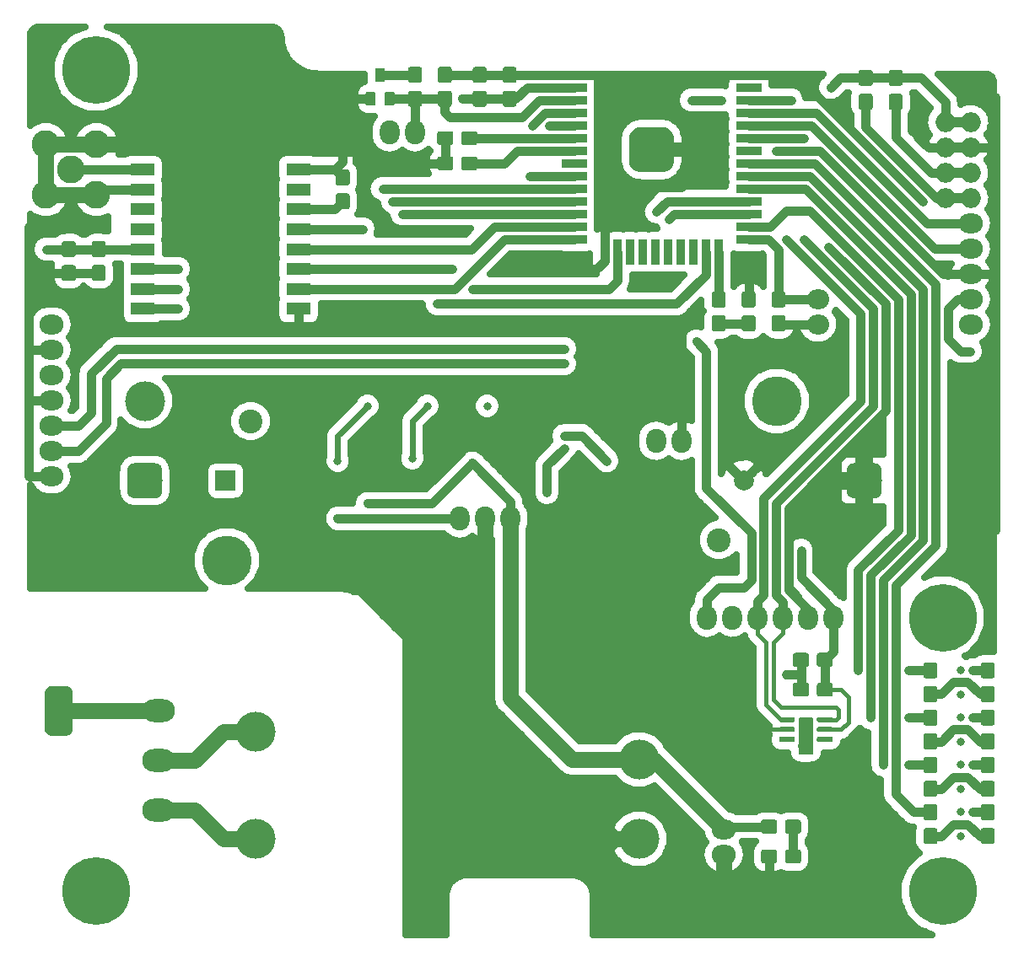
<source format=gtl>
G04 #@! TF.GenerationSoftware,KiCad,Pcbnew,5.0.2+dfsg1-1~bpo9+1*
G04 #@! TF.CreationDate,2019-05-11T00:16:23+03:00*
G04 #@! TF.ProjectId,esp32-rfm-gateway,65737033-322d-4726-966d-2d6761746577,rev?*
G04 #@! TF.SameCoordinates,Original*
G04 #@! TF.FileFunction,Copper,L1,Top*
G04 #@! TF.FilePolarity,Positive*
%FSLAX46Y46*%
G04 Gerber Fmt 4.6, Leading zero omitted, Abs format (unit mm)*
G04 Created by KiCad (PCBNEW 5.0.2+dfsg1-1~bpo9+1) date Sb 11 mai 2019 00:16:23 +0300*
%MOMM*%
%LPD*%
G01*
G04 APERTURE LIST*
G04 #@! TA.AperFunction,Conductor*
%ADD10C,0.100000*%
G04 #@! TD*
G04 #@! TA.AperFunction,SMDPad,CuDef*
%ADD11C,1.400000*%
G04 #@! TD*
G04 #@! TA.AperFunction,WasherPad*
%ADD12C,5.000000*%
G04 #@! TD*
G04 #@! TA.AperFunction,WasherPad*
%ADD13C,4.000000*%
G04 #@! TD*
G04 #@! TA.AperFunction,ComponentPad*
%ADD14C,3.500000*%
G04 #@! TD*
G04 #@! TA.AperFunction,ComponentPad*
%ADD15C,4.000000*%
G04 #@! TD*
G04 #@! TA.AperFunction,ComponentPad*
%ADD16O,2.200000X2.000000*%
G04 #@! TD*
G04 #@! TA.AperFunction,ComponentPad*
%ADD17O,2.400000X2.000000*%
G04 #@! TD*
G04 #@! TA.AperFunction,ComponentPad*
%ADD18C,2.800000*%
G04 #@! TD*
G04 #@! TA.AperFunction,ComponentPad*
%ADD19C,4.500000*%
G04 #@! TD*
G04 #@! TA.AperFunction,SMDPad,CuDef*
%ADD20R,2.500000X0.900000*%
G04 #@! TD*
G04 #@! TA.AperFunction,SMDPad,CuDef*
%ADD21R,0.900000X2.500000*%
G04 #@! TD*
G04 #@! TA.AperFunction,SMDPad,CuDef*
%ADD22C,1.000000*%
G04 #@! TD*
G04 #@! TA.AperFunction,SMDPad,CuDef*
%ADD23R,2.400000X1.300000*%
G04 #@! TD*
G04 #@! TA.AperFunction,ComponentPad*
%ADD24O,2.000000X2.400000*%
G04 #@! TD*
G04 #@! TA.AperFunction,ComponentPad*
%ADD25O,2.000000X2.000000*%
G04 #@! TD*
G04 #@! TA.AperFunction,ComponentPad*
%ADD26R,2.000000X2.000000*%
G04 #@! TD*
G04 #@! TA.AperFunction,ComponentPad*
%ADD27C,2.000000*%
G04 #@! TD*
G04 #@! TA.AperFunction,WasherPad*
%ADD28C,2.400000*%
G04 #@! TD*
G04 #@! TA.AperFunction,WasherPad*
%ADD29C,6.800000*%
G04 #@! TD*
G04 #@! TA.AperFunction,SMDPad,CuDef*
%ADD30C,2.800000*%
G04 #@! TD*
G04 #@! TA.AperFunction,WasherPad*
%ADD31C,0.800000*%
G04 #@! TD*
G04 #@! TA.AperFunction,ComponentPad*
%ADD32O,3.300000X2.300000*%
G04 #@! TD*
G04 #@! TA.AperFunction,SMDPad,CuDef*
%ADD33C,0.500000*%
G04 #@! TD*
G04 #@! TA.AperFunction,ComponentPad*
%ADD34C,1.400000*%
G04 #@! TD*
G04 #@! TA.AperFunction,SMDPad,CuDef*
%ADD35C,1.500000*%
G04 #@! TD*
G04 #@! TA.AperFunction,ViaPad*
%ADD36C,0.900000*%
G04 #@! TD*
G04 #@! TA.AperFunction,ViaPad*
%ADD37C,0.800000*%
G04 #@! TD*
G04 #@! TA.AperFunction,Conductor*
%ADD38C,0.900000*%
G04 #@! TD*
G04 #@! TA.AperFunction,Conductor*
%ADD39C,0.600000*%
G04 #@! TD*
G04 #@! TA.AperFunction,Conductor*
%ADD40C,1.000000*%
G04 #@! TD*
G04 #@! TA.AperFunction,Conductor*
%ADD41C,1.400000*%
G04 #@! TD*
G04 #@! TA.AperFunction,Conductor*
%ADD42C,1.600000*%
G04 #@! TD*
G04 #@! TA.AperFunction,Conductor*
%ADD43C,0.450000*%
G04 #@! TD*
G04 #@! TA.AperFunction,Conductor*
%ADD44C,0.700000*%
G04 #@! TD*
%ADD45C,0.700000*%
G04 APERTURE END LIST*
D10*
G04 #@! TO.N,+3V3*
G04 #@! TO.C,R3*
G36*
X121474594Y-49251203D02*
X121498853Y-49254802D01*
X121522642Y-49260761D01*
X121545733Y-49269023D01*
X121567902Y-49279508D01*
X121588937Y-49292116D01*
X121608635Y-49306725D01*
X121626806Y-49323194D01*
X121643275Y-49341365D01*
X121657884Y-49361063D01*
X121670492Y-49382098D01*
X121680977Y-49404267D01*
X121689239Y-49427358D01*
X121695198Y-49451147D01*
X121698797Y-49475406D01*
X121700000Y-49499900D01*
X121700000Y-50600100D01*
X121698797Y-50624594D01*
X121695198Y-50648853D01*
X121689239Y-50672642D01*
X121680977Y-50695733D01*
X121670492Y-50717902D01*
X121657884Y-50738937D01*
X121643275Y-50758635D01*
X121626806Y-50776806D01*
X121608635Y-50793275D01*
X121588937Y-50807884D01*
X121567902Y-50820492D01*
X121545733Y-50830977D01*
X121522642Y-50839239D01*
X121498853Y-50845198D01*
X121474594Y-50848797D01*
X121450100Y-50850000D01*
X120549900Y-50850000D01*
X120525406Y-50848797D01*
X120501147Y-50845198D01*
X120477358Y-50839239D01*
X120454267Y-50830977D01*
X120432098Y-50820492D01*
X120411063Y-50807884D01*
X120391365Y-50793275D01*
X120373194Y-50776806D01*
X120356725Y-50758635D01*
X120342116Y-50738937D01*
X120329508Y-50717902D01*
X120319023Y-50695733D01*
X120310761Y-50672642D01*
X120304802Y-50648853D01*
X120301203Y-50624594D01*
X120300000Y-50600100D01*
X120300000Y-49499900D01*
X120301203Y-49475406D01*
X120304802Y-49451147D01*
X120310761Y-49427358D01*
X120319023Y-49404267D01*
X120329508Y-49382098D01*
X120342116Y-49361063D01*
X120356725Y-49341365D01*
X120373194Y-49323194D01*
X120391365Y-49306725D01*
X120411063Y-49292116D01*
X120432098Y-49279508D01*
X120454267Y-49269023D01*
X120477358Y-49260761D01*
X120501147Y-49254802D01*
X120525406Y-49251203D01*
X120549900Y-49250000D01*
X121450100Y-49250000D01*
X121474594Y-49251203D01*
X121474594Y-49251203D01*
G37*
D11*
G04 #@! TD*
G04 #@! TO.P,R3,1*
G04 #@! TO.N,+3V3*
X121000000Y-50050000D03*
D10*
G04 #@! TO.N,/SDA*
G04 #@! TO.C,R3*
G36*
X121474594Y-51651203D02*
X121498853Y-51654802D01*
X121522642Y-51660761D01*
X121545733Y-51669023D01*
X121567902Y-51679508D01*
X121588937Y-51692116D01*
X121608635Y-51706725D01*
X121626806Y-51723194D01*
X121643275Y-51741365D01*
X121657884Y-51761063D01*
X121670492Y-51782098D01*
X121680977Y-51804267D01*
X121689239Y-51827358D01*
X121695198Y-51851147D01*
X121698797Y-51875406D01*
X121700000Y-51899900D01*
X121700000Y-53000100D01*
X121698797Y-53024594D01*
X121695198Y-53048853D01*
X121689239Y-53072642D01*
X121680977Y-53095733D01*
X121670492Y-53117902D01*
X121657884Y-53138937D01*
X121643275Y-53158635D01*
X121626806Y-53176806D01*
X121608635Y-53193275D01*
X121588937Y-53207884D01*
X121567902Y-53220492D01*
X121545733Y-53230977D01*
X121522642Y-53239239D01*
X121498853Y-53245198D01*
X121474594Y-53248797D01*
X121450100Y-53250000D01*
X120549900Y-53250000D01*
X120525406Y-53248797D01*
X120501147Y-53245198D01*
X120477358Y-53239239D01*
X120454267Y-53230977D01*
X120432098Y-53220492D01*
X120411063Y-53207884D01*
X120391365Y-53193275D01*
X120373194Y-53176806D01*
X120356725Y-53158635D01*
X120342116Y-53138937D01*
X120329508Y-53117902D01*
X120319023Y-53095733D01*
X120310761Y-53072642D01*
X120304802Y-53048853D01*
X120301203Y-53024594D01*
X120300000Y-53000100D01*
X120300000Y-51899900D01*
X120301203Y-51875406D01*
X120304802Y-51851147D01*
X120310761Y-51827358D01*
X120319023Y-51804267D01*
X120329508Y-51782098D01*
X120342116Y-51761063D01*
X120356725Y-51741365D01*
X120373194Y-51723194D01*
X120391365Y-51706725D01*
X120411063Y-51692116D01*
X120432098Y-51679508D01*
X120454267Y-51669023D01*
X120477358Y-51660761D01*
X120501147Y-51654802D01*
X120525406Y-51651203D01*
X120549900Y-51650000D01*
X121450100Y-51650000D01*
X121474594Y-51651203D01*
X121474594Y-51651203D01*
G37*
D11*
G04 #@! TD*
G04 #@! TO.P,R3,2*
G04 #@! TO.N,/SDA*
X121000000Y-52450000D03*
D12*
G04 #@! TO.P,J23,*
G04 #@! TO.N,*
X112060000Y-82500000D03*
X56860000Y-98500000D03*
D13*
X48640000Y-82500000D03*
D10*
G04 #@! TD*
G04 #@! TO.N,GND*
G04 #@! TO.C,J23*
G36*
X121978612Y-88753371D02*
X122046563Y-88763450D01*
X122113199Y-88780142D01*
X122177878Y-88803284D01*
X122239978Y-88832655D01*
X122298899Y-88867971D01*
X122354075Y-88908893D01*
X122404975Y-88955025D01*
X122451107Y-89005925D01*
X122492029Y-89061101D01*
X122527345Y-89120022D01*
X122556716Y-89182122D01*
X122579858Y-89246801D01*
X122596550Y-89313437D01*
X122606629Y-89381388D01*
X122610000Y-89450000D01*
X122610000Y-91550000D01*
X122606629Y-91618612D01*
X122596550Y-91686563D01*
X122579858Y-91753199D01*
X122556716Y-91817878D01*
X122527345Y-91879978D01*
X122492029Y-91938899D01*
X122451107Y-91994075D01*
X122404975Y-92044975D01*
X122354075Y-92091107D01*
X122298899Y-92132029D01*
X122239978Y-92167345D01*
X122177878Y-92196716D01*
X122113199Y-92219858D01*
X122046563Y-92236550D01*
X121978612Y-92246629D01*
X121910000Y-92250000D01*
X119810000Y-92250000D01*
X119741388Y-92246629D01*
X119673437Y-92236550D01*
X119606801Y-92219858D01*
X119542122Y-92196716D01*
X119480022Y-92167345D01*
X119421101Y-92132029D01*
X119365925Y-92091107D01*
X119315025Y-92044975D01*
X119268893Y-91994075D01*
X119227971Y-91938899D01*
X119192655Y-91879978D01*
X119163284Y-91817878D01*
X119140142Y-91753199D01*
X119123450Y-91686563D01*
X119113371Y-91618612D01*
X119110000Y-91550000D01*
X119110000Y-89450000D01*
X119113371Y-89381388D01*
X119123450Y-89313437D01*
X119140142Y-89246801D01*
X119163284Y-89182122D01*
X119192655Y-89120022D01*
X119227971Y-89061101D01*
X119268893Y-89005925D01*
X119315025Y-88955025D01*
X119365925Y-88908893D01*
X119421101Y-88867971D01*
X119480022Y-88832655D01*
X119542122Y-88803284D01*
X119606801Y-88780142D01*
X119673437Y-88763450D01*
X119741388Y-88753371D01*
X119810000Y-88750000D01*
X121910000Y-88750000D01*
X121978612Y-88753371D01*
X121978612Y-88753371D01*
G37*
D14*
G04 #@! TO.P,J23,2*
G04 #@! TO.N,GND*
X120860000Y-90500000D03*
D10*
G04 #@! TD*
G04 #@! TO.N,+BATT*
G04 #@! TO.C,J23*
G36*
X49758612Y-88753371D02*
X49826563Y-88763450D01*
X49893199Y-88780142D01*
X49957878Y-88803284D01*
X50019978Y-88832655D01*
X50078899Y-88867971D01*
X50134075Y-88908893D01*
X50184975Y-88955025D01*
X50231107Y-89005925D01*
X50272029Y-89061101D01*
X50307345Y-89120022D01*
X50336716Y-89182122D01*
X50359858Y-89246801D01*
X50376550Y-89313437D01*
X50386629Y-89381388D01*
X50390000Y-89450000D01*
X50390000Y-91550000D01*
X50386629Y-91618612D01*
X50376550Y-91686563D01*
X50359858Y-91753199D01*
X50336716Y-91817878D01*
X50307345Y-91879978D01*
X50272029Y-91938899D01*
X50231107Y-91994075D01*
X50184975Y-92044975D01*
X50134075Y-92091107D01*
X50078899Y-92132029D01*
X50019978Y-92167345D01*
X49957878Y-92196716D01*
X49893199Y-92219858D01*
X49826563Y-92236550D01*
X49758612Y-92246629D01*
X49690000Y-92250000D01*
X47590000Y-92250000D01*
X47521388Y-92246629D01*
X47453437Y-92236550D01*
X47386801Y-92219858D01*
X47322122Y-92196716D01*
X47260022Y-92167345D01*
X47201101Y-92132029D01*
X47145925Y-92091107D01*
X47095025Y-92044975D01*
X47048893Y-91994075D01*
X47007971Y-91938899D01*
X46972655Y-91879978D01*
X46943284Y-91817878D01*
X46920142Y-91753199D01*
X46903450Y-91686563D01*
X46893371Y-91618612D01*
X46890000Y-91550000D01*
X46890000Y-89450000D01*
X46893371Y-89381388D01*
X46903450Y-89313437D01*
X46920142Y-89246801D01*
X46943284Y-89182122D01*
X46972655Y-89120022D01*
X47007971Y-89061101D01*
X47048893Y-89005925D01*
X47095025Y-88955025D01*
X47145925Y-88908893D01*
X47201101Y-88867971D01*
X47260022Y-88832655D01*
X47322122Y-88803284D01*
X47386801Y-88780142D01*
X47453437Y-88763450D01*
X47521388Y-88753371D01*
X47590000Y-88750000D01*
X49690000Y-88750000D01*
X49758612Y-88753371D01*
X49758612Y-88753371D01*
G37*
D14*
G04 #@! TO.P,J23,1*
G04 #@! TO.N,+BATT*
X48640000Y-90500000D03*
G04 #@! TD*
D15*
G04 #@! TO.P,U20,2*
G04 #@! TO.N,/Power Section/ACN*
X59750000Y-115750000D03*
G04 #@! TO.P,U20,1*
G04 #@! TO.N,/Power Section/ACL*
X59750000Y-126500000D03*
G04 #@! TO.P,U20,3*
G04 #@! TO.N,+5VP*
X98250000Y-118500000D03*
G04 #@! TO.P,U20,4*
G04 #@! TO.N,GND*
X98250000Y-126500000D03*
G04 #@! TD*
D16*
G04 #@! TO.P,J2,2*
G04 #@! TO.N,GND*
X116200000Y-74820000D03*
G04 #@! TO.P,J2,1*
G04 #@! TO.N,/Boot*
X116200000Y-72280000D03*
G04 #@! TD*
D17*
G04 #@! TO.P,J40,2*
G04 #@! TO.N,/Additional Modules/RTS*
X131540000Y-74820000D03*
G04 #@! TO.P,J40,1*
G04 #@! TO.N,/Additional Modules/DTR*
X131540000Y-72280000D03*
G04 #@! TD*
G04 #@! TO.P,J7,4*
G04 #@! TO.N,GND*
X39250000Y-82440000D03*
G04 #@! TO.P,J7,3*
G04 #@! TO.N,/IO35*
X39250000Y-79900000D03*
G04 #@! TO.P,J7,2*
G04 #@! TO.N,GND*
X39250000Y-77360000D03*
G04 #@! TO.P,J7,1*
G04 #@! TO.N,/IO34*
X39250000Y-74820000D03*
G04 #@! TD*
D18*
G04 #@! TO.P,J30,5*
G04 #@! TO.N,GND*
X38710000Y-61790000D03*
G04 #@! TO.P,J30,4*
X38710000Y-56710000D03*
G04 #@! TO.P,J30,3*
X43790000Y-56710000D03*
G04 #@! TO.P,J30,2*
X43790000Y-61790000D03*
G04 #@! TO.P,J30,1*
G04 #@! TO.N,Net-(J30-Pad1)*
X41250000Y-59250000D03*
G04 #@! TD*
D10*
G04 #@! TO.N,GND*
G04 #@! TO.C,U1*
G36*
X100735269Y-55000417D02*
X100844477Y-55016617D01*
X100951570Y-55043442D01*
X101055519Y-55080636D01*
X101155321Y-55127839D01*
X101250017Y-55184597D01*
X101338692Y-55250363D01*
X101420495Y-55324505D01*
X101494637Y-55406308D01*
X101560403Y-55494983D01*
X101617161Y-55589679D01*
X101664364Y-55689481D01*
X101701558Y-55793430D01*
X101728383Y-55900523D01*
X101744583Y-56009731D01*
X101750000Y-56120000D01*
X101750000Y-58370000D01*
X101744583Y-58480269D01*
X101728383Y-58589477D01*
X101701558Y-58696570D01*
X101664364Y-58800519D01*
X101617161Y-58900321D01*
X101560403Y-58995017D01*
X101494637Y-59083692D01*
X101420495Y-59165495D01*
X101338692Y-59239637D01*
X101250017Y-59305403D01*
X101155321Y-59362161D01*
X101055519Y-59409364D01*
X100951570Y-59446558D01*
X100844477Y-59473383D01*
X100735269Y-59489583D01*
X100625000Y-59495000D01*
X98375000Y-59495000D01*
X98264731Y-59489583D01*
X98155523Y-59473383D01*
X98048430Y-59446558D01*
X97944481Y-59409364D01*
X97844679Y-59362161D01*
X97749983Y-59305403D01*
X97661308Y-59239637D01*
X97579505Y-59165495D01*
X97505363Y-59083692D01*
X97439597Y-58995017D01*
X97382839Y-58900321D01*
X97335636Y-58800519D01*
X97298442Y-58696570D01*
X97271617Y-58589477D01*
X97255417Y-58480269D01*
X97250000Y-58370000D01*
X97250000Y-56120000D01*
X97255417Y-56009731D01*
X97271617Y-55900523D01*
X97298442Y-55793430D01*
X97335636Y-55689481D01*
X97382839Y-55589679D01*
X97439597Y-55494983D01*
X97505363Y-55406308D01*
X97579505Y-55324505D01*
X97661308Y-55250363D01*
X97749983Y-55184597D01*
X97844679Y-55127839D01*
X97944481Y-55080636D01*
X98048430Y-55043442D01*
X98155523Y-55016617D01*
X98264731Y-55000417D01*
X98375000Y-54995000D01*
X100625000Y-54995000D01*
X100735269Y-55000417D01*
X100735269Y-55000417D01*
G37*
D19*
G04 #@! TD*
G04 #@! TO.P,U1,39*
G04 #@! TO.N,GND*
X99500000Y-57245000D03*
D20*
G04 #@! TO.P,U1,1*
G04 #@! TO.N,GND*
X91750000Y-49745000D03*
G04 #@! TO.P,U1,2*
G04 #@! TO.N,+3V3*
X91750000Y-51015000D03*
G04 #@! TO.P,U1,3*
G04 #@! TO.N,/Reset*
X91750000Y-52285000D03*
G04 #@! TO.P,U1,4*
G04 #@! TO.N,/ADC_Batt*
X91750000Y-53555000D03*
G04 #@! TO.P,U1,5*
G04 #@! TO.N,/ADC_Vin*
X91750000Y-54825000D03*
G04 #@! TO.P,U1,6*
G04 #@! TO.N,/IO34*
X91750000Y-56095000D03*
G04 #@! TO.P,U1,7*
G04 #@! TO.N,/IO35*
X91750000Y-57365000D03*
G04 #@! TO.P,U1,8*
G04 #@! TO.N,N/C*
X91750000Y-58635000D03*
G04 #@! TO.P,U1,9*
G04 #@! TO.N,/ChargeStat*
X91750000Y-59905000D03*
G04 #@! TO.P,U1,10*
G04 #@! TO.N,/DIO0*
X91750000Y-61175000D03*
G04 #@! TO.P,U1,11*
G04 #@! TO.N,/DIO1*
X91750000Y-62445000D03*
G04 #@! TO.P,U1,12*
G04 #@! TO.N,/DIO2*
X91750000Y-63715000D03*
G04 #@! TO.P,U1,13*
G04 #@! TO.N,/HSPICLK*
X91750000Y-64985000D03*
G04 #@! TO.P,U1,14*
G04 #@! TO.N,/HSPIQ*
X91750000Y-66255000D03*
D21*
G04 #@! TO.P,U1,15*
G04 #@! TO.N,GND*
X94790000Y-67505000D03*
G04 #@! TO.P,U1,16*
G04 #@! TO.N,/HSPID*
X96060000Y-67505000D03*
G04 #@! TO.P,U1,17*
G04 #@! TO.N,N/C*
X97330000Y-67505000D03*
G04 #@! TO.P,U1,18*
X98600000Y-67505000D03*
G04 #@! TO.P,U1,19*
X99870000Y-67505000D03*
G04 #@! TO.P,U1,20*
X101140000Y-67505000D03*
G04 #@! TO.P,U1,21*
X102410000Y-67505000D03*
G04 #@! TO.P,U1,22*
X103680000Y-67505000D03*
G04 #@! TO.P,U1,23*
G04 #@! TO.N,/HSPICS0*
X104950000Y-67505000D03*
G04 #@! TO.P,U1,24*
G04 #@! TO.N,Net-(R2-Pad2)*
X106220000Y-67505000D03*
D20*
G04 #@! TO.P,U1,25*
G04 #@! TO.N,/Boot*
X109250000Y-66255000D03*
G04 #@! TO.P,U1,26*
G04 #@! TO.N,/LED3*
X109250000Y-64985000D03*
G04 #@! TO.P,U1,27*
G04 #@! TO.N,/U2RXD*
X109250000Y-63715000D03*
G04 #@! TO.P,U1,28*
G04 #@! TO.N,/U2TXD*
X109250000Y-62445000D03*
G04 #@! TO.P,U1,29*
G04 #@! TO.N,/LED2*
X109250000Y-61175000D03*
G04 #@! TO.P,U1,30*
G04 #@! TO.N,/LED1*
X109250000Y-59905000D03*
G04 #@! TO.P,U1,31*
G04 #@! TO.N,/LED0*
X109250000Y-58635000D03*
G04 #@! TO.P,U1,32*
G04 #@! TO.N,N/C*
X109250000Y-57365000D03*
G04 #@! TO.P,U1,33*
G04 #@! TO.N,/SDA*
X109250000Y-56095000D03*
G04 #@! TO.P,U1,34*
G04 #@! TO.N,/U0RXD*
X109250000Y-54825000D03*
G04 #@! TO.P,U1,35*
G04 #@! TO.N,/U0TXD*
X109250000Y-53555000D03*
G04 #@! TO.P,U1,36*
G04 #@! TO.N,/SCL*
X109250000Y-52285000D03*
G04 #@! TO.P,U1,37*
G04 #@! TO.N,N/C*
X109250000Y-51015000D03*
G04 #@! TO.P,U1,38*
G04 #@! TO.N,GND*
X109250000Y-49745000D03*
G04 #@! TD*
D10*
G04 #@! TO.N,/Reset*
G04 #@! TO.C,C1*
G36*
X79224594Y-51346203D02*
X79248853Y-51349802D01*
X79272642Y-51355761D01*
X79295733Y-51364023D01*
X79317902Y-51374508D01*
X79338937Y-51387116D01*
X79358635Y-51401725D01*
X79376806Y-51418194D01*
X79393275Y-51436365D01*
X79407884Y-51456063D01*
X79420492Y-51477098D01*
X79430977Y-51499267D01*
X79439239Y-51522358D01*
X79445198Y-51546147D01*
X79448797Y-51570406D01*
X79450000Y-51594900D01*
X79450000Y-52695100D01*
X79448797Y-52719594D01*
X79445198Y-52743853D01*
X79439239Y-52767642D01*
X79430977Y-52790733D01*
X79420492Y-52812902D01*
X79407884Y-52833937D01*
X79393275Y-52853635D01*
X79376806Y-52871806D01*
X79358635Y-52888275D01*
X79338937Y-52902884D01*
X79317902Y-52915492D01*
X79295733Y-52925977D01*
X79272642Y-52934239D01*
X79248853Y-52940198D01*
X79224594Y-52943797D01*
X79200100Y-52945000D01*
X78299900Y-52945000D01*
X78275406Y-52943797D01*
X78251147Y-52940198D01*
X78227358Y-52934239D01*
X78204267Y-52925977D01*
X78182098Y-52915492D01*
X78161063Y-52902884D01*
X78141365Y-52888275D01*
X78123194Y-52871806D01*
X78106725Y-52853635D01*
X78092116Y-52833937D01*
X78079508Y-52812902D01*
X78069023Y-52790733D01*
X78060761Y-52767642D01*
X78054802Y-52743853D01*
X78051203Y-52719594D01*
X78050000Y-52695100D01*
X78050000Y-51594900D01*
X78051203Y-51570406D01*
X78054802Y-51546147D01*
X78060761Y-51522358D01*
X78069023Y-51499267D01*
X78079508Y-51477098D01*
X78092116Y-51456063D01*
X78106725Y-51436365D01*
X78123194Y-51418194D01*
X78141365Y-51401725D01*
X78161063Y-51387116D01*
X78182098Y-51374508D01*
X78204267Y-51364023D01*
X78227358Y-51355761D01*
X78251147Y-51349802D01*
X78275406Y-51346203D01*
X78299900Y-51345000D01*
X79200100Y-51345000D01*
X79224594Y-51346203D01*
X79224594Y-51346203D01*
G37*
D11*
G04 #@! TD*
G04 #@! TO.P,C1,1*
G04 #@! TO.N,/Reset*
X78750000Y-52145000D03*
D10*
G04 #@! TO.N,GND*
G04 #@! TO.C,C1*
G36*
X79224594Y-48946203D02*
X79248853Y-48949802D01*
X79272642Y-48955761D01*
X79295733Y-48964023D01*
X79317902Y-48974508D01*
X79338937Y-48987116D01*
X79358635Y-49001725D01*
X79376806Y-49018194D01*
X79393275Y-49036365D01*
X79407884Y-49056063D01*
X79420492Y-49077098D01*
X79430977Y-49099267D01*
X79439239Y-49122358D01*
X79445198Y-49146147D01*
X79448797Y-49170406D01*
X79450000Y-49194900D01*
X79450000Y-50295100D01*
X79448797Y-50319594D01*
X79445198Y-50343853D01*
X79439239Y-50367642D01*
X79430977Y-50390733D01*
X79420492Y-50412902D01*
X79407884Y-50433937D01*
X79393275Y-50453635D01*
X79376806Y-50471806D01*
X79358635Y-50488275D01*
X79338937Y-50502884D01*
X79317902Y-50515492D01*
X79295733Y-50525977D01*
X79272642Y-50534239D01*
X79248853Y-50540198D01*
X79224594Y-50543797D01*
X79200100Y-50545000D01*
X78299900Y-50545000D01*
X78275406Y-50543797D01*
X78251147Y-50540198D01*
X78227358Y-50534239D01*
X78204267Y-50525977D01*
X78182098Y-50515492D01*
X78161063Y-50502884D01*
X78141365Y-50488275D01*
X78123194Y-50471806D01*
X78106725Y-50453635D01*
X78092116Y-50433937D01*
X78079508Y-50412902D01*
X78069023Y-50390733D01*
X78060761Y-50367642D01*
X78054802Y-50343853D01*
X78051203Y-50319594D01*
X78050000Y-50295100D01*
X78050000Y-49194900D01*
X78051203Y-49170406D01*
X78054802Y-49146147D01*
X78060761Y-49122358D01*
X78069023Y-49099267D01*
X78079508Y-49077098D01*
X78092116Y-49056063D01*
X78106725Y-49036365D01*
X78123194Y-49018194D01*
X78141365Y-49001725D01*
X78161063Y-48987116D01*
X78182098Y-48974508D01*
X78204267Y-48964023D01*
X78227358Y-48955761D01*
X78251147Y-48949802D01*
X78275406Y-48946203D01*
X78299900Y-48945000D01*
X79200100Y-48945000D01*
X79224594Y-48946203D01*
X79224594Y-48946203D01*
G37*
D11*
G04 #@! TD*
G04 #@! TO.P,C1,2*
G04 #@! TO.N,GND*
X78750000Y-49745000D03*
D10*
G04 #@! TO.N,GND*
G04 #@! TO.C,C2*
G36*
X85724594Y-48946203D02*
X85748853Y-48949802D01*
X85772642Y-48955761D01*
X85795733Y-48964023D01*
X85817902Y-48974508D01*
X85838937Y-48987116D01*
X85858635Y-49001725D01*
X85876806Y-49018194D01*
X85893275Y-49036365D01*
X85907884Y-49056063D01*
X85920492Y-49077098D01*
X85930977Y-49099267D01*
X85939239Y-49122358D01*
X85945198Y-49146147D01*
X85948797Y-49170406D01*
X85950000Y-49194900D01*
X85950000Y-50295100D01*
X85948797Y-50319594D01*
X85945198Y-50343853D01*
X85939239Y-50367642D01*
X85930977Y-50390733D01*
X85920492Y-50412902D01*
X85907884Y-50433937D01*
X85893275Y-50453635D01*
X85876806Y-50471806D01*
X85858635Y-50488275D01*
X85838937Y-50502884D01*
X85817902Y-50515492D01*
X85795733Y-50525977D01*
X85772642Y-50534239D01*
X85748853Y-50540198D01*
X85724594Y-50543797D01*
X85700100Y-50545000D01*
X84799900Y-50545000D01*
X84775406Y-50543797D01*
X84751147Y-50540198D01*
X84727358Y-50534239D01*
X84704267Y-50525977D01*
X84682098Y-50515492D01*
X84661063Y-50502884D01*
X84641365Y-50488275D01*
X84623194Y-50471806D01*
X84606725Y-50453635D01*
X84592116Y-50433937D01*
X84579508Y-50412902D01*
X84569023Y-50390733D01*
X84560761Y-50367642D01*
X84554802Y-50343853D01*
X84551203Y-50319594D01*
X84550000Y-50295100D01*
X84550000Y-49194900D01*
X84551203Y-49170406D01*
X84554802Y-49146147D01*
X84560761Y-49122358D01*
X84569023Y-49099267D01*
X84579508Y-49077098D01*
X84592116Y-49056063D01*
X84606725Y-49036365D01*
X84623194Y-49018194D01*
X84641365Y-49001725D01*
X84661063Y-48987116D01*
X84682098Y-48974508D01*
X84704267Y-48964023D01*
X84727358Y-48955761D01*
X84751147Y-48949802D01*
X84775406Y-48946203D01*
X84799900Y-48945000D01*
X85700100Y-48945000D01*
X85724594Y-48946203D01*
X85724594Y-48946203D01*
G37*
D11*
G04 #@! TD*
G04 #@! TO.P,C2,2*
G04 #@! TO.N,GND*
X85250000Y-49745000D03*
D10*
G04 #@! TO.N,+3V3*
G04 #@! TO.C,C2*
G36*
X85724594Y-51346203D02*
X85748853Y-51349802D01*
X85772642Y-51355761D01*
X85795733Y-51364023D01*
X85817902Y-51374508D01*
X85838937Y-51387116D01*
X85858635Y-51401725D01*
X85876806Y-51418194D01*
X85893275Y-51436365D01*
X85907884Y-51456063D01*
X85920492Y-51477098D01*
X85930977Y-51499267D01*
X85939239Y-51522358D01*
X85945198Y-51546147D01*
X85948797Y-51570406D01*
X85950000Y-51594900D01*
X85950000Y-52695100D01*
X85948797Y-52719594D01*
X85945198Y-52743853D01*
X85939239Y-52767642D01*
X85930977Y-52790733D01*
X85920492Y-52812902D01*
X85907884Y-52833937D01*
X85893275Y-52853635D01*
X85876806Y-52871806D01*
X85858635Y-52888275D01*
X85838937Y-52902884D01*
X85817902Y-52915492D01*
X85795733Y-52925977D01*
X85772642Y-52934239D01*
X85748853Y-52940198D01*
X85724594Y-52943797D01*
X85700100Y-52945000D01*
X84799900Y-52945000D01*
X84775406Y-52943797D01*
X84751147Y-52940198D01*
X84727358Y-52934239D01*
X84704267Y-52925977D01*
X84682098Y-52915492D01*
X84661063Y-52902884D01*
X84641365Y-52888275D01*
X84623194Y-52871806D01*
X84606725Y-52853635D01*
X84592116Y-52833937D01*
X84579508Y-52812902D01*
X84569023Y-52790733D01*
X84560761Y-52767642D01*
X84554802Y-52743853D01*
X84551203Y-52719594D01*
X84550000Y-52695100D01*
X84550000Y-51594900D01*
X84551203Y-51570406D01*
X84554802Y-51546147D01*
X84560761Y-51522358D01*
X84569023Y-51499267D01*
X84579508Y-51477098D01*
X84592116Y-51456063D01*
X84606725Y-51436365D01*
X84623194Y-51418194D01*
X84641365Y-51401725D01*
X84661063Y-51387116D01*
X84682098Y-51374508D01*
X84704267Y-51364023D01*
X84727358Y-51355761D01*
X84751147Y-51349802D01*
X84775406Y-51346203D01*
X84799900Y-51345000D01*
X85700100Y-51345000D01*
X85724594Y-51346203D01*
X85724594Y-51346203D01*
G37*
D11*
G04 #@! TD*
G04 #@! TO.P,C2,1*
G04 #@! TO.N,+3V3*
X85250000Y-52145000D03*
D10*
G04 #@! TO.N,GND*
G04 #@! TO.C,C3*
G36*
X82724594Y-48946203D02*
X82748853Y-48949802D01*
X82772642Y-48955761D01*
X82795733Y-48964023D01*
X82817902Y-48974508D01*
X82838937Y-48987116D01*
X82858635Y-49001725D01*
X82876806Y-49018194D01*
X82893275Y-49036365D01*
X82907884Y-49056063D01*
X82920492Y-49077098D01*
X82930977Y-49099267D01*
X82939239Y-49122358D01*
X82945198Y-49146147D01*
X82948797Y-49170406D01*
X82950000Y-49194900D01*
X82950000Y-50295100D01*
X82948797Y-50319594D01*
X82945198Y-50343853D01*
X82939239Y-50367642D01*
X82930977Y-50390733D01*
X82920492Y-50412902D01*
X82907884Y-50433937D01*
X82893275Y-50453635D01*
X82876806Y-50471806D01*
X82858635Y-50488275D01*
X82838937Y-50502884D01*
X82817902Y-50515492D01*
X82795733Y-50525977D01*
X82772642Y-50534239D01*
X82748853Y-50540198D01*
X82724594Y-50543797D01*
X82700100Y-50545000D01*
X81799900Y-50545000D01*
X81775406Y-50543797D01*
X81751147Y-50540198D01*
X81727358Y-50534239D01*
X81704267Y-50525977D01*
X81682098Y-50515492D01*
X81661063Y-50502884D01*
X81641365Y-50488275D01*
X81623194Y-50471806D01*
X81606725Y-50453635D01*
X81592116Y-50433937D01*
X81579508Y-50412902D01*
X81569023Y-50390733D01*
X81560761Y-50367642D01*
X81554802Y-50343853D01*
X81551203Y-50319594D01*
X81550000Y-50295100D01*
X81550000Y-49194900D01*
X81551203Y-49170406D01*
X81554802Y-49146147D01*
X81560761Y-49122358D01*
X81569023Y-49099267D01*
X81579508Y-49077098D01*
X81592116Y-49056063D01*
X81606725Y-49036365D01*
X81623194Y-49018194D01*
X81641365Y-49001725D01*
X81661063Y-48987116D01*
X81682098Y-48974508D01*
X81704267Y-48964023D01*
X81727358Y-48955761D01*
X81751147Y-48949802D01*
X81775406Y-48946203D01*
X81799900Y-48945000D01*
X82700100Y-48945000D01*
X82724594Y-48946203D01*
X82724594Y-48946203D01*
G37*
D11*
G04 #@! TD*
G04 #@! TO.P,C3,2*
G04 #@! TO.N,GND*
X82250000Y-49745000D03*
D10*
G04 #@! TO.N,+3V3*
G04 #@! TO.C,C3*
G36*
X82724594Y-51346203D02*
X82748853Y-51349802D01*
X82772642Y-51355761D01*
X82795733Y-51364023D01*
X82817902Y-51374508D01*
X82838937Y-51387116D01*
X82858635Y-51401725D01*
X82876806Y-51418194D01*
X82893275Y-51436365D01*
X82907884Y-51456063D01*
X82920492Y-51477098D01*
X82930977Y-51499267D01*
X82939239Y-51522358D01*
X82945198Y-51546147D01*
X82948797Y-51570406D01*
X82950000Y-51594900D01*
X82950000Y-52695100D01*
X82948797Y-52719594D01*
X82945198Y-52743853D01*
X82939239Y-52767642D01*
X82930977Y-52790733D01*
X82920492Y-52812902D01*
X82907884Y-52833937D01*
X82893275Y-52853635D01*
X82876806Y-52871806D01*
X82858635Y-52888275D01*
X82838937Y-52902884D01*
X82817902Y-52915492D01*
X82795733Y-52925977D01*
X82772642Y-52934239D01*
X82748853Y-52940198D01*
X82724594Y-52943797D01*
X82700100Y-52945000D01*
X81799900Y-52945000D01*
X81775406Y-52943797D01*
X81751147Y-52940198D01*
X81727358Y-52934239D01*
X81704267Y-52925977D01*
X81682098Y-52915492D01*
X81661063Y-52902884D01*
X81641365Y-52888275D01*
X81623194Y-52871806D01*
X81606725Y-52853635D01*
X81592116Y-52833937D01*
X81579508Y-52812902D01*
X81569023Y-52790733D01*
X81560761Y-52767642D01*
X81554802Y-52743853D01*
X81551203Y-52719594D01*
X81550000Y-52695100D01*
X81550000Y-51594900D01*
X81551203Y-51570406D01*
X81554802Y-51546147D01*
X81560761Y-51522358D01*
X81569023Y-51499267D01*
X81579508Y-51477098D01*
X81592116Y-51456063D01*
X81606725Y-51436365D01*
X81623194Y-51418194D01*
X81641365Y-51401725D01*
X81661063Y-51387116D01*
X81682098Y-51374508D01*
X81704267Y-51364023D01*
X81727358Y-51355761D01*
X81751147Y-51349802D01*
X81775406Y-51346203D01*
X81799900Y-51345000D01*
X82700100Y-51345000D01*
X82724594Y-51346203D01*
X82724594Y-51346203D01*
G37*
D11*
G04 #@! TD*
G04 #@! TO.P,C3,1*
G04 #@! TO.N,+3V3*
X82250000Y-52145000D03*
D10*
G04 #@! TO.N,GND*
G04 #@! TO.C,C4*
G36*
X112724594Y-73901203D02*
X112748853Y-73904802D01*
X112772642Y-73910761D01*
X112795733Y-73919023D01*
X112817902Y-73929508D01*
X112838937Y-73942116D01*
X112858635Y-73956725D01*
X112876806Y-73973194D01*
X112893275Y-73991365D01*
X112907884Y-74011063D01*
X112920492Y-74032098D01*
X112930977Y-74054267D01*
X112939239Y-74077358D01*
X112945198Y-74101147D01*
X112948797Y-74125406D01*
X112950000Y-74149900D01*
X112950000Y-75250100D01*
X112948797Y-75274594D01*
X112945198Y-75298853D01*
X112939239Y-75322642D01*
X112930977Y-75345733D01*
X112920492Y-75367902D01*
X112907884Y-75388937D01*
X112893275Y-75408635D01*
X112876806Y-75426806D01*
X112858635Y-75443275D01*
X112838937Y-75457884D01*
X112817902Y-75470492D01*
X112795733Y-75480977D01*
X112772642Y-75489239D01*
X112748853Y-75495198D01*
X112724594Y-75498797D01*
X112700100Y-75500000D01*
X111799900Y-75500000D01*
X111775406Y-75498797D01*
X111751147Y-75495198D01*
X111727358Y-75489239D01*
X111704267Y-75480977D01*
X111682098Y-75470492D01*
X111661063Y-75457884D01*
X111641365Y-75443275D01*
X111623194Y-75426806D01*
X111606725Y-75408635D01*
X111592116Y-75388937D01*
X111579508Y-75367902D01*
X111569023Y-75345733D01*
X111560761Y-75322642D01*
X111554802Y-75298853D01*
X111551203Y-75274594D01*
X111550000Y-75250100D01*
X111550000Y-74149900D01*
X111551203Y-74125406D01*
X111554802Y-74101147D01*
X111560761Y-74077358D01*
X111569023Y-74054267D01*
X111579508Y-74032098D01*
X111592116Y-74011063D01*
X111606725Y-73991365D01*
X111623194Y-73973194D01*
X111641365Y-73956725D01*
X111661063Y-73942116D01*
X111682098Y-73929508D01*
X111704267Y-73919023D01*
X111727358Y-73910761D01*
X111751147Y-73904802D01*
X111775406Y-73901203D01*
X111799900Y-73900000D01*
X112700100Y-73900000D01*
X112724594Y-73901203D01*
X112724594Y-73901203D01*
G37*
D11*
G04 #@! TD*
G04 #@! TO.P,C4,2*
G04 #@! TO.N,GND*
X112250000Y-74700000D03*
D10*
G04 #@! TO.N,/Boot*
G04 #@! TO.C,C4*
G36*
X112724594Y-71501203D02*
X112748853Y-71504802D01*
X112772642Y-71510761D01*
X112795733Y-71519023D01*
X112817902Y-71529508D01*
X112838937Y-71542116D01*
X112858635Y-71556725D01*
X112876806Y-71573194D01*
X112893275Y-71591365D01*
X112907884Y-71611063D01*
X112920492Y-71632098D01*
X112930977Y-71654267D01*
X112939239Y-71677358D01*
X112945198Y-71701147D01*
X112948797Y-71725406D01*
X112950000Y-71749900D01*
X112950000Y-72850100D01*
X112948797Y-72874594D01*
X112945198Y-72898853D01*
X112939239Y-72922642D01*
X112930977Y-72945733D01*
X112920492Y-72967902D01*
X112907884Y-72988937D01*
X112893275Y-73008635D01*
X112876806Y-73026806D01*
X112858635Y-73043275D01*
X112838937Y-73057884D01*
X112817902Y-73070492D01*
X112795733Y-73080977D01*
X112772642Y-73089239D01*
X112748853Y-73095198D01*
X112724594Y-73098797D01*
X112700100Y-73100000D01*
X111799900Y-73100000D01*
X111775406Y-73098797D01*
X111751147Y-73095198D01*
X111727358Y-73089239D01*
X111704267Y-73080977D01*
X111682098Y-73070492D01*
X111661063Y-73057884D01*
X111641365Y-73043275D01*
X111623194Y-73026806D01*
X111606725Y-73008635D01*
X111592116Y-72988937D01*
X111579508Y-72967902D01*
X111569023Y-72945733D01*
X111560761Y-72922642D01*
X111554802Y-72898853D01*
X111551203Y-72874594D01*
X111550000Y-72850100D01*
X111550000Y-71749900D01*
X111551203Y-71725406D01*
X111554802Y-71701147D01*
X111560761Y-71677358D01*
X111569023Y-71654267D01*
X111579508Y-71632098D01*
X111592116Y-71611063D01*
X111606725Y-71591365D01*
X111623194Y-71573194D01*
X111641365Y-71556725D01*
X111661063Y-71542116D01*
X111682098Y-71529508D01*
X111704267Y-71519023D01*
X111727358Y-71510761D01*
X111751147Y-71504802D01*
X111775406Y-71501203D01*
X111799900Y-71500000D01*
X112700100Y-71500000D01*
X112724594Y-71501203D01*
X112724594Y-71501203D01*
G37*
D11*
G04 #@! TD*
G04 #@! TO.P,C4,1*
G04 #@! TO.N,/Boot*
X112250000Y-72300000D03*
D10*
G04 #@! TO.N,Net-(C30-Pad1)*
G04 #@! TO.C,C30*
G36*
X68974594Y-61651203D02*
X68998853Y-61654802D01*
X69022642Y-61660761D01*
X69045733Y-61669023D01*
X69067902Y-61679508D01*
X69088937Y-61692116D01*
X69108635Y-61706725D01*
X69126806Y-61723194D01*
X69143275Y-61741365D01*
X69157884Y-61761063D01*
X69170492Y-61782098D01*
X69180977Y-61804267D01*
X69189239Y-61827358D01*
X69195198Y-61851147D01*
X69198797Y-61875406D01*
X69200000Y-61899900D01*
X69200000Y-63000100D01*
X69198797Y-63024594D01*
X69195198Y-63048853D01*
X69189239Y-63072642D01*
X69180977Y-63095733D01*
X69170492Y-63117902D01*
X69157884Y-63138937D01*
X69143275Y-63158635D01*
X69126806Y-63176806D01*
X69108635Y-63193275D01*
X69088937Y-63207884D01*
X69067902Y-63220492D01*
X69045733Y-63230977D01*
X69022642Y-63239239D01*
X68998853Y-63245198D01*
X68974594Y-63248797D01*
X68950100Y-63250000D01*
X68049900Y-63250000D01*
X68025406Y-63248797D01*
X68001147Y-63245198D01*
X67977358Y-63239239D01*
X67954267Y-63230977D01*
X67932098Y-63220492D01*
X67911063Y-63207884D01*
X67891365Y-63193275D01*
X67873194Y-63176806D01*
X67856725Y-63158635D01*
X67842116Y-63138937D01*
X67829508Y-63117902D01*
X67819023Y-63095733D01*
X67810761Y-63072642D01*
X67804802Y-63048853D01*
X67801203Y-63024594D01*
X67800000Y-63000100D01*
X67800000Y-61899900D01*
X67801203Y-61875406D01*
X67804802Y-61851147D01*
X67810761Y-61827358D01*
X67819023Y-61804267D01*
X67829508Y-61782098D01*
X67842116Y-61761063D01*
X67856725Y-61741365D01*
X67873194Y-61723194D01*
X67891365Y-61706725D01*
X67911063Y-61692116D01*
X67932098Y-61679508D01*
X67954267Y-61669023D01*
X67977358Y-61660761D01*
X68001147Y-61654802D01*
X68025406Y-61651203D01*
X68049900Y-61650000D01*
X68950100Y-61650000D01*
X68974594Y-61651203D01*
X68974594Y-61651203D01*
G37*
D11*
G04 #@! TD*
G04 #@! TO.P,C30,1*
G04 #@! TO.N,Net-(C30-Pad1)*
X68500000Y-62450000D03*
D10*
G04 #@! TO.N,GND*
G04 #@! TO.C,C30*
G36*
X68974594Y-59251203D02*
X68998853Y-59254802D01*
X69022642Y-59260761D01*
X69045733Y-59269023D01*
X69067902Y-59279508D01*
X69088937Y-59292116D01*
X69108635Y-59306725D01*
X69126806Y-59323194D01*
X69143275Y-59341365D01*
X69157884Y-59361063D01*
X69170492Y-59382098D01*
X69180977Y-59404267D01*
X69189239Y-59427358D01*
X69195198Y-59451147D01*
X69198797Y-59475406D01*
X69200000Y-59499900D01*
X69200000Y-60600100D01*
X69198797Y-60624594D01*
X69195198Y-60648853D01*
X69189239Y-60672642D01*
X69180977Y-60695733D01*
X69170492Y-60717902D01*
X69157884Y-60738937D01*
X69143275Y-60758635D01*
X69126806Y-60776806D01*
X69108635Y-60793275D01*
X69088937Y-60807884D01*
X69067902Y-60820492D01*
X69045733Y-60830977D01*
X69022642Y-60839239D01*
X68998853Y-60845198D01*
X68974594Y-60848797D01*
X68950100Y-60850000D01*
X68049900Y-60850000D01*
X68025406Y-60848797D01*
X68001147Y-60845198D01*
X67977358Y-60839239D01*
X67954267Y-60830977D01*
X67932098Y-60820492D01*
X67911063Y-60807884D01*
X67891365Y-60793275D01*
X67873194Y-60776806D01*
X67856725Y-60758635D01*
X67842116Y-60738937D01*
X67829508Y-60717902D01*
X67819023Y-60695733D01*
X67810761Y-60672642D01*
X67804802Y-60648853D01*
X67801203Y-60624594D01*
X67800000Y-60600100D01*
X67800000Y-59499900D01*
X67801203Y-59475406D01*
X67804802Y-59451147D01*
X67810761Y-59427358D01*
X67819023Y-59404267D01*
X67829508Y-59382098D01*
X67842116Y-59361063D01*
X67856725Y-59341365D01*
X67873194Y-59323194D01*
X67891365Y-59306725D01*
X67911063Y-59292116D01*
X67932098Y-59279508D01*
X67954267Y-59269023D01*
X67977358Y-59260761D01*
X68001147Y-59254802D01*
X68025406Y-59251203D01*
X68049900Y-59250000D01*
X68950100Y-59250000D01*
X68974594Y-59251203D01*
X68974594Y-59251203D01*
G37*
D11*
G04 #@! TD*
G04 #@! TO.P,C30,2*
G04 #@! TO.N,GND*
X68500000Y-60050000D03*
D10*
G04 #@! TO.N,GND*
G04 #@! TO.C,C31*
G36*
X41474594Y-68851203D02*
X41498853Y-68854802D01*
X41522642Y-68860761D01*
X41545733Y-68869023D01*
X41567902Y-68879508D01*
X41588937Y-68892116D01*
X41608635Y-68906725D01*
X41626806Y-68923194D01*
X41643275Y-68941365D01*
X41657884Y-68961063D01*
X41670492Y-68982098D01*
X41680977Y-69004267D01*
X41689239Y-69027358D01*
X41695198Y-69051147D01*
X41698797Y-69075406D01*
X41700000Y-69099900D01*
X41700000Y-70200100D01*
X41698797Y-70224594D01*
X41695198Y-70248853D01*
X41689239Y-70272642D01*
X41680977Y-70295733D01*
X41670492Y-70317902D01*
X41657884Y-70338937D01*
X41643275Y-70358635D01*
X41626806Y-70376806D01*
X41608635Y-70393275D01*
X41588937Y-70407884D01*
X41567902Y-70420492D01*
X41545733Y-70430977D01*
X41522642Y-70439239D01*
X41498853Y-70445198D01*
X41474594Y-70448797D01*
X41450100Y-70450000D01*
X40549900Y-70450000D01*
X40525406Y-70448797D01*
X40501147Y-70445198D01*
X40477358Y-70439239D01*
X40454267Y-70430977D01*
X40432098Y-70420492D01*
X40411063Y-70407884D01*
X40391365Y-70393275D01*
X40373194Y-70376806D01*
X40356725Y-70358635D01*
X40342116Y-70338937D01*
X40329508Y-70317902D01*
X40319023Y-70295733D01*
X40310761Y-70272642D01*
X40304802Y-70248853D01*
X40301203Y-70224594D01*
X40300000Y-70200100D01*
X40300000Y-69099900D01*
X40301203Y-69075406D01*
X40304802Y-69051147D01*
X40310761Y-69027358D01*
X40319023Y-69004267D01*
X40329508Y-68982098D01*
X40342116Y-68961063D01*
X40356725Y-68941365D01*
X40373194Y-68923194D01*
X40391365Y-68906725D01*
X40411063Y-68892116D01*
X40432098Y-68879508D01*
X40454267Y-68869023D01*
X40477358Y-68860761D01*
X40501147Y-68854802D01*
X40525406Y-68851203D01*
X40549900Y-68850000D01*
X41450100Y-68850000D01*
X41474594Y-68851203D01*
X41474594Y-68851203D01*
G37*
D11*
G04 #@! TD*
G04 #@! TO.P,C31,2*
G04 #@! TO.N,GND*
X41000000Y-69650000D03*
D10*
G04 #@! TO.N,+3V3*
G04 #@! TO.C,C31*
G36*
X41474594Y-66451203D02*
X41498853Y-66454802D01*
X41522642Y-66460761D01*
X41545733Y-66469023D01*
X41567902Y-66479508D01*
X41588937Y-66492116D01*
X41608635Y-66506725D01*
X41626806Y-66523194D01*
X41643275Y-66541365D01*
X41657884Y-66561063D01*
X41670492Y-66582098D01*
X41680977Y-66604267D01*
X41689239Y-66627358D01*
X41695198Y-66651147D01*
X41698797Y-66675406D01*
X41700000Y-66699900D01*
X41700000Y-67800100D01*
X41698797Y-67824594D01*
X41695198Y-67848853D01*
X41689239Y-67872642D01*
X41680977Y-67895733D01*
X41670492Y-67917902D01*
X41657884Y-67938937D01*
X41643275Y-67958635D01*
X41626806Y-67976806D01*
X41608635Y-67993275D01*
X41588937Y-68007884D01*
X41567902Y-68020492D01*
X41545733Y-68030977D01*
X41522642Y-68039239D01*
X41498853Y-68045198D01*
X41474594Y-68048797D01*
X41450100Y-68050000D01*
X40549900Y-68050000D01*
X40525406Y-68048797D01*
X40501147Y-68045198D01*
X40477358Y-68039239D01*
X40454267Y-68030977D01*
X40432098Y-68020492D01*
X40411063Y-68007884D01*
X40391365Y-67993275D01*
X40373194Y-67976806D01*
X40356725Y-67958635D01*
X40342116Y-67938937D01*
X40329508Y-67917902D01*
X40319023Y-67895733D01*
X40310761Y-67872642D01*
X40304802Y-67848853D01*
X40301203Y-67824594D01*
X40300000Y-67800100D01*
X40300000Y-66699900D01*
X40301203Y-66675406D01*
X40304802Y-66651147D01*
X40310761Y-66627358D01*
X40319023Y-66604267D01*
X40329508Y-66582098D01*
X40342116Y-66561063D01*
X40356725Y-66541365D01*
X40373194Y-66523194D01*
X40391365Y-66506725D01*
X40411063Y-66492116D01*
X40432098Y-66479508D01*
X40454267Y-66469023D01*
X40477358Y-66460761D01*
X40501147Y-66454802D01*
X40525406Y-66451203D01*
X40549900Y-66450000D01*
X41450100Y-66450000D01*
X41474594Y-66451203D01*
X41474594Y-66451203D01*
G37*
D11*
G04 #@! TD*
G04 #@! TO.P,C31,1*
G04 #@! TO.N,+3V3*
X41000000Y-67250000D03*
D10*
G04 #@! TO.N,+3V3*
G04 #@! TO.C,C32*
G36*
X44474594Y-66451203D02*
X44498853Y-66454802D01*
X44522642Y-66460761D01*
X44545733Y-66469023D01*
X44567902Y-66479508D01*
X44588937Y-66492116D01*
X44608635Y-66506725D01*
X44626806Y-66523194D01*
X44643275Y-66541365D01*
X44657884Y-66561063D01*
X44670492Y-66582098D01*
X44680977Y-66604267D01*
X44689239Y-66627358D01*
X44695198Y-66651147D01*
X44698797Y-66675406D01*
X44700000Y-66699900D01*
X44700000Y-67800100D01*
X44698797Y-67824594D01*
X44695198Y-67848853D01*
X44689239Y-67872642D01*
X44680977Y-67895733D01*
X44670492Y-67917902D01*
X44657884Y-67938937D01*
X44643275Y-67958635D01*
X44626806Y-67976806D01*
X44608635Y-67993275D01*
X44588937Y-68007884D01*
X44567902Y-68020492D01*
X44545733Y-68030977D01*
X44522642Y-68039239D01*
X44498853Y-68045198D01*
X44474594Y-68048797D01*
X44450100Y-68050000D01*
X43549900Y-68050000D01*
X43525406Y-68048797D01*
X43501147Y-68045198D01*
X43477358Y-68039239D01*
X43454267Y-68030977D01*
X43432098Y-68020492D01*
X43411063Y-68007884D01*
X43391365Y-67993275D01*
X43373194Y-67976806D01*
X43356725Y-67958635D01*
X43342116Y-67938937D01*
X43329508Y-67917902D01*
X43319023Y-67895733D01*
X43310761Y-67872642D01*
X43304802Y-67848853D01*
X43301203Y-67824594D01*
X43300000Y-67800100D01*
X43300000Y-66699900D01*
X43301203Y-66675406D01*
X43304802Y-66651147D01*
X43310761Y-66627358D01*
X43319023Y-66604267D01*
X43329508Y-66582098D01*
X43342116Y-66561063D01*
X43356725Y-66541365D01*
X43373194Y-66523194D01*
X43391365Y-66506725D01*
X43411063Y-66492116D01*
X43432098Y-66479508D01*
X43454267Y-66469023D01*
X43477358Y-66460761D01*
X43501147Y-66454802D01*
X43525406Y-66451203D01*
X43549900Y-66450000D01*
X44450100Y-66450000D01*
X44474594Y-66451203D01*
X44474594Y-66451203D01*
G37*
D11*
G04 #@! TD*
G04 #@! TO.P,C32,1*
G04 #@! TO.N,+3V3*
X44000000Y-67250000D03*
D10*
G04 #@! TO.N,GND*
G04 #@! TO.C,C32*
G36*
X44474594Y-68851203D02*
X44498853Y-68854802D01*
X44522642Y-68860761D01*
X44545733Y-68869023D01*
X44567902Y-68879508D01*
X44588937Y-68892116D01*
X44608635Y-68906725D01*
X44626806Y-68923194D01*
X44643275Y-68941365D01*
X44657884Y-68961063D01*
X44670492Y-68982098D01*
X44680977Y-69004267D01*
X44689239Y-69027358D01*
X44695198Y-69051147D01*
X44698797Y-69075406D01*
X44700000Y-69099900D01*
X44700000Y-70200100D01*
X44698797Y-70224594D01*
X44695198Y-70248853D01*
X44689239Y-70272642D01*
X44680977Y-70295733D01*
X44670492Y-70317902D01*
X44657884Y-70338937D01*
X44643275Y-70358635D01*
X44626806Y-70376806D01*
X44608635Y-70393275D01*
X44588937Y-70407884D01*
X44567902Y-70420492D01*
X44545733Y-70430977D01*
X44522642Y-70439239D01*
X44498853Y-70445198D01*
X44474594Y-70448797D01*
X44450100Y-70450000D01*
X43549900Y-70450000D01*
X43525406Y-70448797D01*
X43501147Y-70445198D01*
X43477358Y-70439239D01*
X43454267Y-70430977D01*
X43432098Y-70420492D01*
X43411063Y-70407884D01*
X43391365Y-70393275D01*
X43373194Y-70376806D01*
X43356725Y-70358635D01*
X43342116Y-70338937D01*
X43329508Y-70317902D01*
X43319023Y-70295733D01*
X43310761Y-70272642D01*
X43304802Y-70248853D01*
X43301203Y-70224594D01*
X43300000Y-70200100D01*
X43300000Y-69099900D01*
X43301203Y-69075406D01*
X43304802Y-69051147D01*
X43310761Y-69027358D01*
X43319023Y-69004267D01*
X43329508Y-68982098D01*
X43342116Y-68961063D01*
X43356725Y-68941365D01*
X43373194Y-68923194D01*
X43391365Y-68906725D01*
X43411063Y-68892116D01*
X43432098Y-68879508D01*
X43454267Y-68869023D01*
X43477358Y-68860761D01*
X43501147Y-68854802D01*
X43525406Y-68851203D01*
X43549900Y-68850000D01*
X44450100Y-68850000D01*
X44474594Y-68851203D01*
X44474594Y-68851203D01*
G37*
D11*
G04 #@! TD*
G04 #@! TO.P,C32,2*
G04 #@! TO.N,GND*
X44000000Y-69650000D03*
D10*
G04 #@! TO.N,Net-(D1-PadA)*
G04 #@! TO.C,D1*
G36*
X109724594Y-73901203D02*
X109748853Y-73904802D01*
X109772642Y-73910761D01*
X109795733Y-73919023D01*
X109817902Y-73929508D01*
X109838937Y-73942116D01*
X109858635Y-73956725D01*
X109876806Y-73973194D01*
X109893275Y-73991365D01*
X109907884Y-74011063D01*
X109920492Y-74032098D01*
X109930977Y-74054267D01*
X109939239Y-74077358D01*
X109945198Y-74101147D01*
X109948797Y-74125406D01*
X109950000Y-74149900D01*
X109950000Y-75250100D01*
X109948797Y-75274594D01*
X109945198Y-75298853D01*
X109939239Y-75322642D01*
X109930977Y-75345733D01*
X109920492Y-75367902D01*
X109907884Y-75388937D01*
X109893275Y-75408635D01*
X109876806Y-75426806D01*
X109858635Y-75443275D01*
X109838937Y-75457884D01*
X109817902Y-75470492D01*
X109795733Y-75480977D01*
X109772642Y-75489239D01*
X109748853Y-75495198D01*
X109724594Y-75498797D01*
X109700100Y-75500000D01*
X108799900Y-75500000D01*
X108775406Y-75498797D01*
X108751147Y-75495198D01*
X108727358Y-75489239D01*
X108704267Y-75480977D01*
X108682098Y-75470492D01*
X108661063Y-75457884D01*
X108641365Y-75443275D01*
X108623194Y-75426806D01*
X108606725Y-75408635D01*
X108592116Y-75388937D01*
X108579508Y-75367902D01*
X108569023Y-75345733D01*
X108560761Y-75322642D01*
X108554802Y-75298853D01*
X108551203Y-75274594D01*
X108550000Y-75250100D01*
X108550000Y-74149900D01*
X108551203Y-74125406D01*
X108554802Y-74101147D01*
X108560761Y-74077358D01*
X108569023Y-74054267D01*
X108579508Y-74032098D01*
X108592116Y-74011063D01*
X108606725Y-73991365D01*
X108623194Y-73973194D01*
X108641365Y-73956725D01*
X108661063Y-73942116D01*
X108682098Y-73929508D01*
X108704267Y-73919023D01*
X108727358Y-73910761D01*
X108751147Y-73904802D01*
X108775406Y-73901203D01*
X108799900Y-73900000D01*
X109700100Y-73900000D01*
X109724594Y-73901203D01*
X109724594Y-73901203D01*
G37*
D11*
G04 #@! TD*
G04 #@! TO.P,D1,A*
G04 #@! TO.N,Net-(D1-PadA)*
X109250000Y-74700000D03*
D10*
G04 #@! TO.N,GND*
G04 #@! TO.C,D1*
G36*
X109725226Y-71501200D02*
X109749417Y-71504788D01*
X109773139Y-71510730D01*
X109796165Y-71518969D01*
X109818272Y-71529425D01*
X109839248Y-71541998D01*
X109858891Y-71556566D01*
X109877011Y-71572989D01*
X109893434Y-71591109D01*
X109908002Y-71610752D01*
X109920575Y-71631728D01*
X109931031Y-71653835D01*
X109939270Y-71676861D01*
X109945212Y-71700583D01*
X109948800Y-71724774D01*
X109950000Y-71749200D01*
X109950000Y-72850800D01*
X109948800Y-72875226D01*
X109945212Y-72899417D01*
X109939270Y-72923139D01*
X109931031Y-72946165D01*
X109920575Y-72968272D01*
X109908002Y-72989248D01*
X109893434Y-73008891D01*
X109877011Y-73027011D01*
X109858891Y-73043434D01*
X109839248Y-73058002D01*
X109818272Y-73070575D01*
X109796165Y-73081031D01*
X109773139Y-73089270D01*
X109749417Y-73095212D01*
X109725226Y-73098800D01*
X109700800Y-73100000D01*
X108799200Y-73100000D01*
X108774774Y-73098800D01*
X108750583Y-73095212D01*
X108726861Y-73089270D01*
X108703835Y-73081031D01*
X108681728Y-73070575D01*
X108660752Y-73058002D01*
X108641109Y-73043434D01*
X108622989Y-73027011D01*
X108606566Y-73008891D01*
X108591998Y-72989248D01*
X108579425Y-72968272D01*
X108568969Y-72946165D01*
X108560730Y-72923139D01*
X108554788Y-72899417D01*
X108551200Y-72875226D01*
X108550000Y-72850800D01*
X108550000Y-71749200D01*
X108551200Y-71724774D01*
X108554788Y-71700583D01*
X108560730Y-71676861D01*
X108568969Y-71653835D01*
X108579425Y-71631728D01*
X108591998Y-71610752D01*
X108606566Y-71591109D01*
X108622989Y-71572989D01*
X108641109Y-71556566D01*
X108660752Y-71541998D01*
X108681728Y-71529425D01*
X108703835Y-71518969D01*
X108726861Y-71510730D01*
X108750583Y-71504788D01*
X108774774Y-71501200D01*
X108799200Y-71500000D01*
X109700800Y-71500000D01*
X109725226Y-71501200D01*
X109725226Y-71501200D01*
G37*
D11*
G04 #@! TD*
G04 #@! TO.P,D1,K*
G04 #@! TO.N,GND*
X109250000Y-72300000D03*
D10*
G04 #@! TO.N,/Reset*
G04 #@! TO.C,R1*
G36*
X76224594Y-51346203D02*
X76248853Y-51349802D01*
X76272642Y-51355761D01*
X76295733Y-51364023D01*
X76317902Y-51374508D01*
X76338937Y-51387116D01*
X76358635Y-51401725D01*
X76376806Y-51418194D01*
X76393275Y-51436365D01*
X76407884Y-51456063D01*
X76420492Y-51477098D01*
X76430977Y-51499267D01*
X76439239Y-51522358D01*
X76445198Y-51546147D01*
X76448797Y-51570406D01*
X76450000Y-51594900D01*
X76450000Y-52695100D01*
X76448797Y-52719594D01*
X76445198Y-52743853D01*
X76439239Y-52767642D01*
X76430977Y-52790733D01*
X76420492Y-52812902D01*
X76407884Y-52833937D01*
X76393275Y-52853635D01*
X76376806Y-52871806D01*
X76358635Y-52888275D01*
X76338937Y-52902884D01*
X76317902Y-52915492D01*
X76295733Y-52925977D01*
X76272642Y-52934239D01*
X76248853Y-52940198D01*
X76224594Y-52943797D01*
X76200100Y-52945000D01*
X75299900Y-52945000D01*
X75275406Y-52943797D01*
X75251147Y-52940198D01*
X75227358Y-52934239D01*
X75204267Y-52925977D01*
X75182098Y-52915492D01*
X75161063Y-52902884D01*
X75141365Y-52888275D01*
X75123194Y-52871806D01*
X75106725Y-52853635D01*
X75092116Y-52833937D01*
X75079508Y-52812902D01*
X75069023Y-52790733D01*
X75060761Y-52767642D01*
X75054802Y-52743853D01*
X75051203Y-52719594D01*
X75050000Y-52695100D01*
X75050000Y-51594900D01*
X75051203Y-51570406D01*
X75054802Y-51546147D01*
X75060761Y-51522358D01*
X75069023Y-51499267D01*
X75079508Y-51477098D01*
X75092116Y-51456063D01*
X75106725Y-51436365D01*
X75123194Y-51418194D01*
X75141365Y-51401725D01*
X75161063Y-51387116D01*
X75182098Y-51374508D01*
X75204267Y-51364023D01*
X75227358Y-51355761D01*
X75251147Y-51349802D01*
X75275406Y-51346203D01*
X75299900Y-51345000D01*
X76200100Y-51345000D01*
X76224594Y-51346203D01*
X76224594Y-51346203D01*
G37*
D11*
G04 #@! TD*
G04 #@! TO.P,R1,2*
G04 #@! TO.N,/Reset*
X75750000Y-52145000D03*
D10*
G04 #@! TO.N,+3V3*
G04 #@! TO.C,R1*
G36*
X76224594Y-48946203D02*
X76248853Y-48949802D01*
X76272642Y-48955761D01*
X76295733Y-48964023D01*
X76317902Y-48974508D01*
X76338937Y-48987116D01*
X76358635Y-49001725D01*
X76376806Y-49018194D01*
X76393275Y-49036365D01*
X76407884Y-49056063D01*
X76420492Y-49077098D01*
X76430977Y-49099267D01*
X76439239Y-49122358D01*
X76445198Y-49146147D01*
X76448797Y-49170406D01*
X76450000Y-49194900D01*
X76450000Y-50295100D01*
X76448797Y-50319594D01*
X76445198Y-50343853D01*
X76439239Y-50367642D01*
X76430977Y-50390733D01*
X76420492Y-50412902D01*
X76407884Y-50433937D01*
X76393275Y-50453635D01*
X76376806Y-50471806D01*
X76358635Y-50488275D01*
X76338937Y-50502884D01*
X76317902Y-50515492D01*
X76295733Y-50525977D01*
X76272642Y-50534239D01*
X76248853Y-50540198D01*
X76224594Y-50543797D01*
X76200100Y-50545000D01*
X75299900Y-50545000D01*
X75275406Y-50543797D01*
X75251147Y-50540198D01*
X75227358Y-50534239D01*
X75204267Y-50525977D01*
X75182098Y-50515492D01*
X75161063Y-50502884D01*
X75141365Y-50488275D01*
X75123194Y-50471806D01*
X75106725Y-50453635D01*
X75092116Y-50433937D01*
X75079508Y-50412902D01*
X75069023Y-50390733D01*
X75060761Y-50367642D01*
X75054802Y-50343853D01*
X75051203Y-50319594D01*
X75050000Y-50295100D01*
X75050000Y-49194900D01*
X75051203Y-49170406D01*
X75054802Y-49146147D01*
X75060761Y-49122358D01*
X75069023Y-49099267D01*
X75079508Y-49077098D01*
X75092116Y-49056063D01*
X75106725Y-49036365D01*
X75123194Y-49018194D01*
X75141365Y-49001725D01*
X75161063Y-48987116D01*
X75182098Y-48974508D01*
X75204267Y-48964023D01*
X75227358Y-48955761D01*
X75251147Y-48949802D01*
X75275406Y-48946203D01*
X75299900Y-48945000D01*
X76200100Y-48945000D01*
X76224594Y-48946203D01*
X76224594Y-48946203D01*
G37*
D11*
G04 #@! TD*
G04 #@! TO.P,R1,1*
G04 #@! TO.N,+3V3*
X75750000Y-49745000D03*
D10*
G04 #@! TO.N,Net-(R2-Pad2)*
G04 #@! TO.C,R2*
G36*
X106724594Y-71501203D02*
X106748853Y-71504802D01*
X106772642Y-71510761D01*
X106795733Y-71519023D01*
X106817902Y-71529508D01*
X106838937Y-71542116D01*
X106858635Y-71556725D01*
X106876806Y-71573194D01*
X106893275Y-71591365D01*
X106907884Y-71611063D01*
X106920492Y-71632098D01*
X106930977Y-71654267D01*
X106939239Y-71677358D01*
X106945198Y-71701147D01*
X106948797Y-71725406D01*
X106950000Y-71749900D01*
X106950000Y-72850100D01*
X106948797Y-72874594D01*
X106945198Y-72898853D01*
X106939239Y-72922642D01*
X106930977Y-72945733D01*
X106920492Y-72967902D01*
X106907884Y-72988937D01*
X106893275Y-73008635D01*
X106876806Y-73026806D01*
X106858635Y-73043275D01*
X106838937Y-73057884D01*
X106817902Y-73070492D01*
X106795733Y-73080977D01*
X106772642Y-73089239D01*
X106748853Y-73095198D01*
X106724594Y-73098797D01*
X106700100Y-73100000D01*
X105799900Y-73100000D01*
X105775406Y-73098797D01*
X105751147Y-73095198D01*
X105727358Y-73089239D01*
X105704267Y-73080977D01*
X105682098Y-73070492D01*
X105661063Y-73057884D01*
X105641365Y-73043275D01*
X105623194Y-73026806D01*
X105606725Y-73008635D01*
X105592116Y-72988937D01*
X105579508Y-72967902D01*
X105569023Y-72945733D01*
X105560761Y-72922642D01*
X105554802Y-72898853D01*
X105551203Y-72874594D01*
X105550000Y-72850100D01*
X105550000Y-71749900D01*
X105551203Y-71725406D01*
X105554802Y-71701147D01*
X105560761Y-71677358D01*
X105569023Y-71654267D01*
X105579508Y-71632098D01*
X105592116Y-71611063D01*
X105606725Y-71591365D01*
X105623194Y-71573194D01*
X105641365Y-71556725D01*
X105661063Y-71542116D01*
X105682098Y-71529508D01*
X105704267Y-71519023D01*
X105727358Y-71510761D01*
X105751147Y-71504802D01*
X105775406Y-71501203D01*
X105799900Y-71500000D01*
X106700100Y-71500000D01*
X106724594Y-71501203D01*
X106724594Y-71501203D01*
G37*
D11*
G04 #@! TD*
G04 #@! TO.P,R2,2*
G04 #@! TO.N,Net-(R2-Pad2)*
X106250000Y-72300000D03*
D10*
G04 #@! TO.N,Net-(D1-PadA)*
G04 #@! TO.C,R2*
G36*
X106724594Y-73901203D02*
X106748853Y-73904802D01*
X106772642Y-73910761D01*
X106795733Y-73919023D01*
X106817902Y-73929508D01*
X106838937Y-73942116D01*
X106858635Y-73956725D01*
X106876806Y-73973194D01*
X106893275Y-73991365D01*
X106907884Y-74011063D01*
X106920492Y-74032098D01*
X106930977Y-74054267D01*
X106939239Y-74077358D01*
X106945198Y-74101147D01*
X106948797Y-74125406D01*
X106950000Y-74149900D01*
X106950000Y-75250100D01*
X106948797Y-75274594D01*
X106945198Y-75298853D01*
X106939239Y-75322642D01*
X106930977Y-75345733D01*
X106920492Y-75367902D01*
X106907884Y-75388937D01*
X106893275Y-75408635D01*
X106876806Y-75426806D01*
X106858635Y-75443275D01*
X106838937Y-75457884D01*
X106817902Y-75470492D01*
X106795733Y-75480977D01*
X106772642Y-75489239D01*
X106748853Y-75495198D01*
X106724594Y-75498797D01*
X106700100Y-75500000D01*
X105799900Y-75500000D01*
X105775406Y-75498797D01*
X105751147Y-75495198D01*
X105727358Y-75489239D01*
X105704267Y-75480977D01*
X105682098Y-75470492D01*
X105661063Y-75457884D01*
X105641365Y-75443275D01*
X105623194Y-75426806D01*
X105606725Y-75408635D01*
X105592116Y-75388937D01*
X105579508Y-75367902D01*
X105569023Y-75345733D01*
X105560761Y-75322642D01*
X105554802Y-75298853D01*
X105551203Y-75274594D01*
X105550000Y-75250100D01*
X105550000Y-74149900D01*
X105551203Y-74125406D01*
X105554802Y-74101147D01*
X105560761Y-74077358D01*
X105569023Y-74054267D01*
X105579508Y-74032098D01*
X105592116Y-74011063D01*
X105606725Y-73991365D01*
X105623194Y-73973194D01*
X105641365Y-73956725D01*
X105661063Y-73942116D01*
X105682098Y-73929508D01*
X105704267Y-73919023D01*
X105727358Y-73910761D01*
X105751147Y-73904802D01*
X105775406Y-73901203D01*
X105799900Y-73900000D01*
X106700100Y-73900000D01*
X106724594Y-73901203D01*
X106724594Y-73901203D01*
G37*
D11*
G04 #@! TD*
G04 #@! TO.P,R2,1*
G04 #@! TO.N,Net-(D1-PadA)*
X106250000Y-74700000D03*
D10*
G04 #@! TO.N,/SCL*
G04 #@! TO.C,R4*
G36*
X124474594Y-51651203D02*
X124498853Y-51654802D01*
X124522642Y-51660761D01*
X124545733Y-51669023D01*
X124567902Y-51679508D01*
X124588937Y-51692116D01*
X124608635Y-51706725D01*
X124626806Y-51723194D01*
X124643275Y-51741365D01*
X124657884Y-51761063D01*
X124670492Y-51782098D01*
X124680977Y-51804267D01*
X124689239Y-51827358D01*
X124695198Y-51851147D01*
X124698797Y-51875406D01*
X124700000Y-51899900D01*
X124700000Y-53000100D01*
X124698797Y-53024594D01*
X124695198Y-53048853D01*
X124689239Y-53072642D01*
X124680977Y-53095733D01*
X124670492Y-53117902D01*
X124657884Y-53138937D01*
X124643275Y-53158635D01*
X124626806Y-53176806D01*
X124608635Y-53193275D01*
X124588937Y-53207884D01*
X124567902Y-53220492D01*
X124545733Y-53230977D01*
X124522642Y-53239239D01*
X124498853Y-53245198D01*
X124474594Y-53248797D01*
X124450100Y-53250000D01*
X123549900Y-53250000D01*
X123525406Y-53248797D01*
X123501147Y-53245198D01*
X123477358Y-53239239D01*
X123454267Y-53230977D01*
X123432098Y-53220492D01*
X123411063Y-53207884D01*
X123391365Y-53193275D01*
X123373194Y-53176806D01*
X123356725Y-53158635D01*
X123342116Y-53138937D01*
X123329508Y-53117902D01*
X123319023Y-53095733D01*
X123310761Y-53072642D01*
X123304802Y-53048853D01*
X123301203Y-53024594D01*
X123300000Y-53000100D01*
X123300000Y-51899900D01*
X123301203Y-51875406D01*
X123304802Y-51851147D01*
X123310761Y-51827358D01*
X123319023Y-51804267D01*
X123329508Y-51782098D01*
X123342116Y-51761063D01*
X123356725Y-51741365D01*
X123373194Y-51723194D01*
X123391365Y-51706725D01*
X123411063Y-51692116D01*
X123432098Y-51679508D01*
X123454267Y-51669023D01*
X123477358Y-51660761D01*
X123501147Y-51654802D01*
X123525406Y-51651203D01*
X123549900Y-51650000D01*
X124450100Y-51650000D01*
X124474594Y-51651203D01*
X124474594Y-51651203D01*
G37*
D11*
G04 #@! TD*
G04 #@! TO.P,R4,2*
G04 #@! TO.N,/SCL*
X124000000Y-52450000D03*
D10*
G04 #@! TO.N,+3V3*
G04 #@! TO.C,R4*
G36*
X124474594Y-49251203D02*
X124498853Y-49254802D01*
X124522642Y-49260761D01*
X124545733Y-49269023D01*
X124567902Y-49279508D01*
X124588937Y-49292116D01*
X124608635Y-49306725D01*
X124626806Y-49323194D01*
X124643275Y-49341365D01*
X124657884Y-49361063D01*
X124670492Y-49382098D01*
X124680977Y-49404267D01*
X124689239Y-49427358D01*
X124695198Y-49451147D01*
X124698797Y-49475406D01*
X124700000Y-49499900D01*
X124700000Y-50600100D01*
X124698797Y-50624594D01*
X124695198Y-50648853D01*
X124689239Y-50672642D01*
X124680977Y-50695733D01*
X124670492Y-50717902D01*
X124657884Y-50738937D01*
X124643275Y-50758635D01*
X124626806Y-50776806D01*
X124608635Y-50793275D01*
X124588937Y-50807884D01*
X124567902Y-50820492D01*
X124545733Y-50830977D01*
X124522642Y-50839239D01*
X124498853Y-50845198D01*
X124474594Y-50848797D01*
X124450100Y-50850000D01*
X123549900Y-50850000D01*
X123525406Y-50848797D01*
X123501147Y-50845198D01*
X123477358Y-50839239D01*
X123454267Y-50830977D01*
X123432098Y-50820492D01*
X123411063Y-50807884D01*
X123391365Y-50793275D01*
X123373194Y-50776806D01*
X123356725Y-50758635D01*
X123342116Y-50738937D01*
X123329508Y-50717902D01*
X123319023Y-50695733D01*
X123310761Y-50672642D01*
X123304802Y-50648853D01*
X123301203Y-50624594D01*
X123300000Y-50600100D01*
X123300000Y-49499900D01*
X123301203Y-49475406D01*
X123304802Y-49451147D01*
X123310761Y-49427358D01*
X123319023Y-49404267D01*
X123329508Y-49382098D01*
X123342116Y-49361063D01*
X123356725Y-49341365D01*
X123373194Y-49323194D01*
X123391365Y-49306725D01*
X123411063Y-49292116D01*
X123432098Y-49279508D01*
X123454267Y-49269023D01*
X123477358Y-49260761D01*
X123501147Y-49254802D01*
X123525406Y-49251203D01*
X123549900Y-49250000D01*
X124450100Y-49250000D01*
X124474594Y-49251203D01*
X124474594Y-49251203D01*
G37*
D11*
G04 #@! TD*
G04 #@! TO.P,R4,1*
G04 #@! TO.N,+3V3*
X124000000Y-50050000D03*
D10*
G04 #@! TO.N,GND*
G04 #@! TO.C,U2*
G36*
X71619603Y-51445963D02*
X71639018Y-51448843D01*
X71658057Y-51453612D01*
X71676537Y-51460224D01*
X71694279Y-51468616D01*
X71711114Y-51478706D01*
X71726879Y-51490398D01*
X71741421Y-51503579D01*
X71754602Y-51518121D01*
X71766294Y-51533886D01*
X71776384Y-51550721D01*
X71784776Y-51568463D01*
X71791388Y-51586943D01*
X71796157Y-51605982D01*
X71799037Y-51625397D01*
X71800000Y-51645000D01*
X71800000Y-52645000D01*
X71799037Y-52664603D01*
X71796157Y-52684018D01*
X71791388Y-52703057D01*
X71784776Y-52721537D01*
X71776384Y-52739279D01*
X71766294Y-52756114D01*
X71754602Y-52771879D01*
X71741421Y-52786421D01*
X71726879Y-52799602D01*
X71711114Y-52811294D01*
X71694279Y-52821384D01*
X71676537Y-52829776D01*
X71658057Y-52836388D01*
X71639018Y-52841157D01*
X71619603Y-52844037D01*
X71600000Y-52845000D01*
X71000000Y-52845000D01*
X70980397Y-52844037D01*
X70960982Y-52841157D01*
X70941943Y-52836388D01*
X70923463Y-52829776D01*
X70905721Y-52821384D01*
X70888886Y-52811294D01*
X70873121Y-52799602D01*
X70858579Y-52786421D01*
X70845398Y-52771879D01*
X70833706Y-52756114D01*
X70823616Y-52739279D01*
X70815224Y-52721537D01*
X70808612Y-52703057D01*
X70803843Y-52684018D01*
X70800963Y-52664603D01*
X70800000Y-52645000D01*
X70800000Y-51645000D01*
X70800963Y-51625397D01*
X70803843Y-51605982D01*
X70808612Y-51586943D01*
X70815224Y-51568463D01*
X70823616Y-51550721D01*
X70833706Y-51533886D01*
X70845398Y-51518121D01*
X70858579Y-51503579D01*
X70873121Y-51490398D01*
X70888886Y-51478706D01*
X70905721Y-51468616D01*
X70923463Y-51460224D01*
X70941943Y-51453612D01*
X70960982Y-51448843D01*
X70980397Y-51445963D01*
X71000000Y-51445000D01*
X71600000Y-51445000D01*
X71619603Y-51445963D01*
X71619603Y-51445963D01*
G37*
D22*
G04 #@! TD*
G04 #@! TO.P,U2,1*
G04 #@! TO.N,GND*
X71300000Y-52145000D03*
D10*
G04 #@! TO.N,/Reset*
G04 #@! TO.C,U2*
G36*
X73519603Y-51445963D02*
X73539018Y-51448843D01*
X73558057Y-51453612D01*
X73576537Y-51460224D01*
X73594279Y-51468616D01*
X73611114Y-51478706D01*
X73626879Y-51490398D01*
X73641421Y-51503579D01*
X73654602Y-51518121D01*
X73666294Y-51533886D01*
X73676384Y-51550721D01*
X73684776Y-51568463D01*
X73691388Y-51586943D01*
X73696157Y-51605982D01*
X73699037Y-51625397D01*
X73700000Y-51645000D01*
X73700000Y-52645000D01*
X73699037Y-52664603D01*
X73696157Y-52684018D01*
X73691388Y-52703057D01*
X73684776Y-52721537D01*
X73676384Y-52739279D01*
X73666294Y-52756114D01*
X73654602Y-52771879D01*
X73641421Y-52786421D01*
X73626879Y-52799602D01*
X73611114Y-52811294D01*
X73594279Y-52821384D01*
X73576537Y-52829776D01*
X73558057Y-52836388D01*
X73539018Y-52841157D01*
X73519603Y-52844037D01*
X73500000Y-52845000D01*
X72900000Y-52845000D01*
X72880397Y-52844037D01*
X72860982Y-52841157D01*
X72841943Y-52836388D01*
X72823463Y-52829776D01*
X72805721Y-52821384D01*
X72788886Y-52811294D01*
X72773121Y-52799602D01*
X72758579Y-52786421D01*
X72745398Y-52771879D01*
X72733706Y-52756114D01*
X72723616Y-52739279D01*
X72715224Y-52721537D01*
X72708612Y-52703057D01*
X72703843Y-52684018D01*
X72700963Y-52664603D01*
X72700000Y-52645000D01*
X72700000Y-51645000D01*
X72700963Y-51625397D01*
X72703843Y-51605982D01*
X72708612Y-51586943D01*
X72715224Y-51568463D01*
X72723616Y-51550721D01*
X72733706Y-51533886D01*
X72745398Y-51518121D01*
X72758579Y-51503579D01*
X72773121Y-51490398D01*
X72788886Y-51478706D01*
X72805721Y-51468616D01*
X72823463Y-51460224D01*
X72841943Y-51453612D01*
X72860982Y-51448843D01*
X72880397Y-51445963D01*
X72900000Y-51445000D01*
X73500000Y-51445000D01*
X73519603Y-51445963D01*
X73519603Y-51445963D01*
G37*
D22*
G04 #@! TD*
G04 #@! TO.P,U2,2*
G04 #@! TO.N,/Reset*
X73200000Y-52145000D03*
D10*
G04 #@! TO.N,+3V3*
G04 #@! TO.C,U2*
G36*
X72569603Y-49045963D02*
X72589018Y-49048843D01*
X72608057Y-49053612D01*
X72626537Y-49060224D01*
X72644279Y-49068616D01*
X72661114Y-49078706D01*
X72676879Y-49090398D01*
X72691421Y-49103579D01*
X72704602Y-49118121D01*
X72716294Y-49133886D01*
X72726384Y-49150721D01*
X72734776Y-49168463D01*
X72741388Y-49186943D01*
X72746157Y-49205982D01*
X72749037Y-49225397D01*
X72750000Y-49245000D01*
X72750000Y-50245000D01*
X72749037Y-50264603D01*
X72746157Y-50284018D01*
X72741388Y-50303057D01*
X72734776Y-50321537D01*
X72726384Y-50339279D01*
X72716294Y-50356114D01*
X72704602Y-50371879D01*
X72691421Y-50386421D01*
X72676879Y-50399602D01*
X72661114Y-50411294D01*
X72644279Y-50421384D01*
X72626537Y-50429776D01*
X72608057Y-50436388D01*
X72589018Y-50441157D01*
X72569603Y-50444037D01*
X72550000Y-50445000D01*
X71950000Y-50445000D01*
X71930397Y-50444037D01*
X71910982Y-50441157D01*
X71891943Y-50436388D01*
X71873463Y-50429776D01*
X71855721Y-50421384D01*
X71838886Y-50411294D01*
X71823121Y-50399602D01*
X71808579Y-50386421D01*
X71795398Y-50371879D01*
X71783706Y-50356114D01*
X71773616Y-50339279D01*
X71765224Y-50321537D01*
X71758612Y-50303057D01*
X71753843Y-50284018D01*
X71750963Y-50264603D01*
X71750000Y-50245000D01*
X71750000Y-49245000D01*
X71750963Y-49225397D01*
X71753843Y-49205982D01*
X71758612Y-49186943D01*
X71765224Y-49168463D01*
X71773616Y-49150721D01*
X71783706Y-49133886D01*
X71795398Y-49118121D01*
X71808579Y-49103579D01*
X71823121Y-49090398D01*
X71838886Y-49078706D01*
X71855721Y-49068616D01*
X71873463Y-49060224D01*
X71891943Y-49053612D01*
X71910982Y-49048843D01*
X71930397Y-49045963D01*
X71950000Y-49045000D01*
X72550000Y-49045000D01*
X72569603Y-49045963D01*
X72569603Y-49045963D01*
G37*
D22*
G04 #@! TD*
G04 #@! TO.P,U2,3*
G04 #@! TO.N,+3V3*
X72250000Y-49745000D03*
D23*
G04 #@! TO.P,U30,1*
G04 #@! TO.N,GND*
X64050000Y-73250000D03*
G04 #@! TO.P,U30,2*
G04 #@! TO.N,/HSPIQ*
X64050000Y-71250000D03*
G04 #@! TO.P,U30,3*
G04 #@! TO.N,/HSPID*
X64050000Y-69250000D03*
G04 #@! TO.P,U30,4*
G04 #@! TO.N,/HSPICLK*
X64050000Y-67250000D03*
G04 #@! TO.P,U30,5*
G04 #@! TO.N,/HSPICS0*
X64050000Y-65250000D03*
G04 #@! TO.P,U30,6*
G04 #@! TO.N,Net-(C30-Pad1)*
X64050000Y-63250000D03*
G04 #@! TO.P,U30,7*
G04 #@! TO.N,N/C*
X64050000Y-61250000D03*
G04 #@! TO.P,U30,8*
G04 #@! TO.N,GND*
X64050000Y-59250000D03*
G04 #@! TO.P,U30,9*
G04 #@! TO.N,Net-(J30-Pad1)*
X48450000Y-59250000D03*
G04 #@! TO.P,U30,10*
G04 #@! TO.N,GND*
X48450000Y-61250000D03*
G04 #@! TO.P,U30,11*
G04 #@! TO.N,N/C*
X48450000Y-63250000D03*
G04 #@! TO.P,U30,12*
X48450000Y-65250000D03*
G04 #@! TO.P,U30,13*
G04 #@! TO.N,+3V3*
X48450000Y-67250000D03*
G04 #@! TO.P,U30,14*
G04 #@! TO.N,/DIO0*
X48450000Y-69250000D03*
G04 #@! TO.P,U30,15*
G04 #@! TO.N,/DIO1*
X48450000Y-71250000D03*
G04 #@! TO.P,U30,16*
G04 #@! TO.N,/DIO2*
X48450000Y-73250000D03*
G04 #@! TD*
D24*
G04 #@! TO.P,J1,1*
G04 #@! TO.N,/Reset*
X75750000Y-55500000D03*
G04 #@! TO.P,J1,2*
G04 #@! TO.N,GND*
X73210000Y-55500000D03*
G04 #@! TD*
D17*
G04 #@! TO.P,J3,1*
G04 #@! TO.N,/U0TXD*
X131540000Y-64660000D03*
G04 #@! TO.P,J3,2*
G04 #@! TO.N,/U0RXD*
X131540000Y-67200000D03*
G04 #@! TO.P,J3,3*
G04 #@! TO.N,GND*
X131540000Y-69740000D03*
G04 #@! TD*
D25*
G04 #@! TO.P,J4,1*
G04 #@! TO.N,+3V3*
X129000000Y-54500000D03*
G04 #@! TO.P,J4,2*
G04 #@! TO.N,GND*
X129000000Y-57040000D03*
G04 #@! TO.P,J4,3*
G04 #@! TO.N,/SCL*
X129000000Y-59580000D03*
G04 #@! TO.P,J4,4*
G04 #@! TO.N,/SDA*
X129000000Y-62120000D03*
G04 #@! TD*
D17*
G04 #@! TO.P,J21,1*
G04 #@! TO.N,+5VP*
X106750000Y-125500000D03*
G04 #@! TO.P,J21,2*
G04 #@! TO.N,GND*
X106750000Y-128040000D03*
G04 #@! TD*
D26*
G04 #@! TO.P,J22,1*
G04 #@! TO.N,+BATT*
X56750000Y-90500000D03*
D27*
G04 #@! TO.P,J22,2*
G04 #@! TO.N,GND*
X108750000Y-90500000D03*
D28*
G04 #@! TO.P,J22,*
G04 #@! TO.N,*
X59250000Y-84520000D03*
X106250000Y-96480000D03*
G04 #@! TD*
D29*
G04 #@! TO.P,H1,*
G04 #@! TO.N,*
X43750000Y-49250000D03*
G04 #@! TD*
G04 #@! TO.P,H2,*
G04 #@! TO.N,*
X43750000Y-131750000D03*
G04 #@! TD*
G04 #@! TO.P,H4,*
G04 #@! TO.N,*
X128750000Y-104250000D03*
G04 #@! TD*
G04 #@! TO.P,H3,*
G04 #@! TO.N,*
X128750000Y-131750000D03*
G04 #@! TD*
D25*
G04 #@! TO.P,J5,1*
G04 #@! TO.N,+3V3*
X131540000Y-54500000D03*
G04 #@! TO.P,J5,2*
G04 #@! TO.N,GND*
X131540000Y-57040000D03*
G04 #@! TO.P,J5,3*
G04 #@! TO.N,/SCL*
X131540000Y-59580000D03*
G04 #@! TO.P,J5,4*
G04 #@! TO.N,/SDA*
X131540000Y-62120000D03*
G04 #@! TD*
D24*
G04 #@! TO.P,J24,1*
G04 #@! TO.N,+BATT*
X80250000Y-94300000D03*
G04 #@! TO.P,J24,2*
G04 #@! TO.N,GND*
X82790000Y-94300000D03*
G04 #@! TO.P,J24,3*
G04 #@! TO.N,+5VP*
X85330000Y-94300000D03*
G04 #@! TD*
G04 #@! TO.P,J25,1*
G04 #@! TO.N,GND*
X102500000Y-86500000D03*
G04 #@! TO.P,J25,2*
G04 #@! TO.N,+3V3*
X99960000Y-86500000D03*
G04 #@! TD*
D10*
G04 #@! TO.N,Earth*
G04 #@! TO.C,H5*
G36*
X40768612Y-111128371D02*
X40836563Y-111138450D01*
X40903199Y-111155142D01*
X40967878Y-111178284D01*
X41029978Y-111207655D01*
X41088899Y-111242971D01*
X41144075Y-111283893D01*
X41194975Y-111330025D01*
X41241107Y-111380925D01*
X41282029Y-111436101D01*
X41317345Y-111495022D01*
X41346716Y-111557122D01*
X41369858Y-111621801D01*
X41386550Y-111688437D01*
X41396629Y-111756388D01*
X41400000Y-111825000D01*
X41400000Y-115425000D01*
X41396629Y-115493612D01*
X41386550Y-115561563D01*
X41369858Y-115628199D01*
X41346716Y-115692878D01*
X41317345Y-115754978D01*
X41282029Y-115813899D01*
X41241107Y-115869075D01*
X41194975Y-115919975D01*
X41144075Y-115966107D01*
X41088899Y-116007029D01*
X41029978Y-116042345D01*
X40967878Y-116071716D01*
X40903199Y-116094858D01*
X40836563Y-116111550D01*
X40768612Y-116121629D01*
X40700000Y-116125000D01*
X39300000Y-116125000D01*
X39231388Y-116121629D01*
X39163437Y-116111550D01*
X39096801Y-116094858D01*
X39032122Y-116071716D01*
X38970022Y-116042345D01*
X38911101Y-116007029D01*
X38855925Y-115966107D01*
X38805025Y-115919975D01*
X38758893Y-115869075D01*
X38717971Y-115813899D01*
X38682655Y-115754978D01*
X38653284Y-115692878D01*
X38630142Y-115628199D01*
X38613450Y-115561563D01*
X38603371Y-115493612D01*
X38600000Y-115425000D01*
X38600000Y-111825000D01*
X38603371Y-111756388D01*
X38613450Y-111688437D01*
X38630142Y-111621801D01*
X38653284Y-111557122D01*
X38682655Y-111495022D01*
X38717971Y-111436101D01*
X38758893Y-111380925D01*
X38805025Y-111330025D01*
X38855925Y-111283893D01*
X38911101Y-111242971D01*
X38970022Y-111207655D01*
X39032122Y-111178284D01*
X39096801Y-111155142D01*
X39163437Y-111138450D01*
X39231388Y-111128371D01*
X39300000Y-111125000D01*
X40700000Y-111125000D01*
X40768612Y-111128371D01*
X40768612Y-111128371D01*
G37*
D30*
G04 #@! TD*
G04 #@! TO.P,H5,1*
G04 #@! TO.N,Earth*
X40000000Y-113625000D03*
D10*
G04 #@! TO.N,GND*
G04 #@! TO.C,C5*
G36*
X79374594Y-55396203D02*
X79398853Y-55399802D01*
X79422642Y-55405761D01*
X79445733Y-55414023D01*
X79467902Y-55424508D01*
X79488937Y-55437116D01*
X79508635Y-55451725D01*
X79526806Y-55468194D01*
X79543275Y-55486365D01*
X79557884Y-55506063D01*
X79570492Y-55527098D01*
X79580977Y-55549267D01*
X79589239Y-55572358D01*
X79595198Y-55596147D01*
X79598797Y-55620406D01*
X79600000Y-55644900D01*
X79600000Y-56545100D01*
X79598797Y-56569594D01*
X79595198Y-56593853D01*
X79589239Y-56617642D01*
X79580977Y-56640733D01*
X79570492Y-56662902D01*
X79557884Y-56683937D01*
X79543275Y-56703635D01*
X79526806Y-56721806D01*
X79508635Y-56738275D01*
X79488937Y-56752884D01*
X79467902Y-56765492D01*
X79445733Y-56775977D01*
X79422642Y-56784239D01*
X79398853Y-56790198D01*
X79374594Y-56793797D01*
X79350100Y-56795000D01*
X78249900Y-56795000D01*
X78225406Y-56793797D01*
X78201147Y-56790198D01*
X78177358Y-56784239D01*
X78154267Y-56775977D01*
X78132098Y-56765492D01*
X78111063Y-56752884D01*
X78091365Y-56738275D01*
X78073194Y-56721806D01*
X78056725Y-56703635D01*
X78042116Y-56683937D01*
X78029508Y-56662902D01*
X78019023Y-56640733D01*
X78010761Y-56617642D01*
X78004802Y-56593853D01*
X78001203Y-56569594D01*
X78000000Y-56545100D01*
X78000000Y-55644900D01*
X78001203Y-55620406D01*
X78004802Y-55596147D01*
X78010761Y-55572358D01*
X78019023Y-55549267D01*
X78029508Y-55527098D01*
X78042116Y-55506063D01*
X78056725Y-55486365D01*
X78073194Y-55468194D01*
X78091365Y-55451725D01*
X78111063Y-55437116D01*
X78132098Y-55424508D01*
X78154267Y-55414023D01*
X78177358Y-55405761D01*
X78201147Y-55399802D01*
X78225406Y-55396203D01*
X78249900Y-55395000D01*
X79350100Y-55395000D01*
X79374594Y-55396203D01*
X79374594Y-55396203D01*
G37*
D11*
G04 #@! TD*
G04 #@! TO.P,C5,2*
G04 #@! TO.N,GND*
X78800000Y-56095000D03*
D10*
G04 #@! TO.N,/IO34*
G04 #@! TO.C,C5*
G36*
X81774594Y-55396203D02*
X81798853Y-55399802D01*
X81822642Y-55405761D01*
X81845733Y-55414023D01*
X81867902Y-55424508D01*
X81888937Y-55437116D01*
X81908635Y-55451725D01*
X81926806Y-55468194D01*
X81943275Y-55486365D01*
X81957884Y-55506063D01*
X81970492Y-55527098D01*
X81980977Y-55549267D01*
X81989239Y-55572358D01*
X81995198Y-55596147D01*
X81998797Y-55620406D01*
X82000000Y-55644900D01*
X82000000Y-56545100D01*
X81998797Y-56569594D01*
X81995198Y-56593853D01*
X81989239Y-56617642D01*
X81980977Y-56640733D01*
X81970492Y-56662902D01*
X81957884Y-56683937D01*
X81943275Y-56703635D01*
X81926806Y-56721806D01*
X81908635Y-56738275D01*
X81888937Y-56752884D01*
X81867902Y-56765492D01*
X81845733Y-56775977D01*
X81822642Y-56784239D01*
X81798853Y-56790198D01*
X81774594Y-56793797D01*
X81750100Y-56795000D01*
X80649900Y-56795000D01*
X80625406Y-56793797D01*
X80601147Y-56790198D01*
X80577358Y-56784239D01*
X80554267Y-56775977D01*
X80532098Y-56765492D01*
X80511063Y-56752884D01*
X80491365Y-56738275D01*
X80473194Y-56721806D01*
X80456725Y-56703635D01*
X80442116Y-56683937D01*
X80429508Y-56662902D01*
X80419023Y-56640733D01*
X80410761Y-56617642D01*
X80404802Y-56593853D01*
X80401203Y-56569594D01*
X80400000Y-56545100D01*
X80400000Y-55644900D01*
X80401203Y-55620406D01*
X80404802Y-55596147D01*
X80410761Y-55572358D01*
X80419023Y-55549267D01*
X80429508Y-55527098D01*
X80442116Y-55506063D01*
X80456725Y-55486365D01*
X80473194Y-55468194D01*
X80491365Y-55451725D01*
X80511063Y-55437116D01*
X80532098Y-55424508D01*
X80554267Y-55414023D01*
X80577358Y-55405761D01*
X80601147Y-55399802D01*
X80625406Y-55396203D01*
X80649900Y-55395000D01*
X81750100Y-55395000D01*
X81774594Y-55396203D01*
X81774594Y-55396203D01*
G37*
D11*
G04 #@! TD*
G04 #@! TO.P,C5,1*
G04 #@! TO.N,/IO34*
X81200000Y-56095000D03*
D10*
G04 #@! TO.N,/IO35*
G04 #@! TO.C,C6*
G36*
X81774594Y-57936203D02*
X81798853Y-57939802D01*
X81822642Y-57945761D01*
X81845733Y-57954023D01*
X81867902Y-57964508D01*
X81888937Y-57977116D01*
X81908635Y-57991725D01*
X81926806Y-58008194D01*
X81943275Y-58026365D01*
X81957884Y-58046063D01*
X81970492Y-58067098D01*
X81980977Y-58089267D01*
X81989239Y-58112358D01*
X81995198Y-58136147D01*
X81998797Y-58160406D01*
X82000000Y-58184900D01*
X82000000Y-59085100D01*
X81998797Y-59109594D01*
X81995198Y-59133853D01*
X81989239Y-59157642D01*
X81980977Y-59180733D01*
X81970492Y-59202902D01*
X81957884Y-59223937D01*
X81943275Y-59243635D01*
X81926806Y-59261806D01*
X81908635Y-59278275D01*
X81888937Y-59292884D01*
X81867902Y-59305492D01*
X81845733Y-59315977D01*
X81822642Y-59324239D01*
X81798853Y-59330198D01*
X81774594Y-59333797D01*
X81750100Y-59335000D01*
X80649900Y-59335000D01*
X80625406Y-59333797D01*
X80601147Y-59330198D01*
X80577358Y-59324239D01*
X80554267Y-59315977D01*
X80532098Y-59305492D01*
X80511063Y-59292884D01*
X80491365Y-59278275D01*
X80473194Y-59261806D01*
X80456725Y-59243635D01*
X80442116Y-59223937D01*
X80429508Y-59202902D01*
X80419023Y-59180733D01*
X80410761Y-59157642D01*
X80404802Y-59133853D01*
X80401203Y-59109594D01*
X80400000Y-59085100D01*
X80400000Y-58184900D01*
X80401203Y-58160406D01*
X80404802Y-58136147D01*
X80410761Y-58112358D01*
X80419023Y-58089267D01*
X80429508Y-58067098D01*
X80442116Y-58046063D01*
X80456725Y-58026365D01*
X80473194Y-58008194D01*
X80491365Y-57991725D01*
X80511063Y-57977116D01*
X80532098Y-57964508D01*
X80554267Y-57954023D01*
X80577358Y-57945761D01*
X80601147Y-57939802D01*
X80625406Y-57936203D01*
X80649900Y-57935000D01*
X81750100Y-57935000D01*
X81774594Y-57936203D01*
X81774594Y-57936203D01*
G37*
D11*
G04 #@! TD*
G04 #@! TO.P,C6,1*
G04 #@! TO.N,/IO35*
X81200000Y-58635000D03*
D10*
G04 #@! TO.N,GND*
G04 #@! TO.C,C6*
G36*
X79374594Y-57936203D02*
X79398853Y-57939802D01*
X79422642Y-57945761D01*
X79445733Y-57954023D01*
X79467902Y-57964508D01*
X79488937Y-57977116D01*
X79508635Y-57991725D01*
X79526806Y-58008194D01*
X79543275Y-58026365D01*
X79557884Y-58046063D01*
X79570492Y-58067098D01*
X79580977Y-58089267D01*
X79589239Y-58112358D01*
X79595198Y-58136147D01*
X79598797Y-58160406D01*
X79600000Y-58184900D01*
X79600000Y-59085100D01*
X79598797Y-59109594D01*
X79595198Y-59133853D01*
X79589239Y-59157642D01*
X79580977Y-59180733D01*
X79570492Y-59202902D01*
X79557884Y-59223937D01*
X79543275Y-59243635D01*
X79526806Y-59261806D01*
X79508635Y-59278275D01*
X79488937Y-59292884D01*
X79467902Y-59305492D01*
X79445733Y-59315977D01*
X79422642Y-59324239D01*
X79398853Y-59330198D01*
X79374594Y-59333797D01*
X79350100Y-59335000D01*
X78249900Y-59335000D01*
X78225406Y-59333797D01*
X78201147Y-59330198D01*
X78177358Y-59324239D01*
X78154267Y-59315977D01*
X78132098Y-59305492D01*
X78111063Y-59292884D01*
X78091365Y-59278275D01*
X78073194Y-59261806D01*
X78056725Y-59243635D01*
X78042116Y-59223937D01*
X78029508Y-59202902D01*
X78019023Y-59180733D01*
X78010761Y-59157642D01*
X78004802Y-59133853D01*
X78001203Y-59109594D01*
X78000000Y-59085100D01*
X78000000Y-58184900D01*
X78001203Y-58160406D01*
X78004802Y-58136147D01*
X78010761Y-58112358D01*
X78019023Y-58089267D01*
X78029508Y-58067098D01*
X78042116Y-58046063D01*
X78056725Y-58026365D01*
X78073194Y-58008194D01*
X78091365Y-57991725D01*
X78111063Y-57977116D01*
X78132098Y-57964508D01*
X78154267Y-57954023D01*
X78177358Y-57945761D01*
X78201147Y-57939802D01*
X78225406Y-57936203D01*
X78249900Y-57935000D01*
X79350100Y-57935000D01*
X79374594Y-57936203D01*
X79374594Y-57936203D01*
G37*
D11*
G04 #@! TD*
G04 #@! TO.P,C6,2*
G04 #@! TO.N,GND*
X78800000Y-58635000D03*
D17*
G04 #@! TO.P,J6,1*
G04 #@! TO.N,/U2TXD*
X39250000Y-84980000D03*
G04 #@! TO.P,J6,2*
G04 #@! TO.N,/U2RXD*
X39250000Y-87520000D03*
G04 #@! TO.P,J6,3*
G04 #@! TO.N,GND*
X39250000Y-90060000D03*
G04 #@! TD*
D10*
G04 #@! TO.N,Net-(D10-PadK)*
G04 #@! TO.C,D10*
G36*
X133725226Y-125401200D02*
X133749417Y-125404788D01*
X133773139Y-125410730D01*
X133796165Y-125418969D01*
X133818272Y-125429425D01*
X133839248Y-125441998D01*
X133858891Y-125456566D01*
X133877011Y-125472989D01*
X133893434Y-125491109D01*
X133908002Y-125510752D01*
X133920575Y-125531728D01*
X133931031Y-125553835D01*
X133939270Y-125576861D01*
X133945212Y-125600583D01*
X133948800Y-125624774D01*
X133950000Y-125649200D01*
X133950000Y-126750800D01*
X133948800Y-126775226D01*
X133945212Y-126799417D01*
X133939270Y-126823139D01*
X133931031Y-126846165D01*
X133920575Y-126868272D01*
X133908002Y-126889248D01*
X133893434Y-126908891D01*
X133877011Y-126927011D01*
X133858891Y-126943434D01*
X133839248Y-126958002D01*
X133818272Y-126970575D01*
X133796165Y-126981031D01*
X133773139Y-126989270D01*
X133749417Y-126995212D01*
X133725226Y-126998800D01*
X133700800Y-127000000D01*
X132799200Y-127000000D01*
X132774774Y-126998800D01*
X132750583Y-126995212D01*
X132726861Y-126989270D01*
X132703835Y-126981031D01*
X132681728Y-126970575D01*
X132660752Y-126958002D01*
X132641109Y-126943434D01*
X132622989Y-126927011D01*
X132606566Y-126908891D01*
X132591998Y-126889248D01*
X132579425Y-126868272D01*
X132568969Y-126846165D01*
X132560730Y-126823139D01*
X132554788Y-126799417D01*
X132551200Y-126775226D01*
X132550000Y-126750800D01*
X132550000Y-125649200D01*
X132551200Y-125624774D01*
X132554788Y-125600583D01*
X132560730Y-125576861D01*
X132568969Y-125553835D01*
X132579425Y-125531728D01*
X132591998Y-125510752D01*
X132606566Y-125491109D01*
X132622989Y-125472989D01*
X132641109Y-125456566D01*
X132660752Y-125441998D01*
X132681728Y-125429425D01*
X132703835Y-125418969D01*
X132726861Y-125410730D01*
X132750583Y-125404788D01*
X132774774Y-125401200D01*
X132799200Y-125400000D01*
X133700800Y-125400000D01*
X133725226Y-125401200D01*
X133725226Y-125401200D01*
G37*
D11*
G04 #@! TD*
G04 #@! TO.P,D10,K*
G04 #@! TO.N,Net-(D10-PadK)*
X133250000Y-126200000D03*
D10*
G04 #@! TO.N,+3V3*
G04 #@! TO.C,D10*
G36*
X133724594Y-123001203D02*
X133748853Y-123004802D01*
X133772642Y-123010761D01*
X133795733Y-123019023D01*
X133817902Y-123029508D01*
X133838937Y-123042116D01*
X133858635Y-123056725D01*
X133876806Y-123073194D01*
X133893275Y-123091365D01*
X133907884Y-123111063D01*
X133920492Y-123132098D01*
X133930977Y-123154267D01*
X133939239Y-123177358D01*
X133945198Y-123201147D01*
X133948797Y-123225406D01*
X133950000Y-123249900D01*
X133950000Y-124350100D01*
X133948797Y-124374594D01*
X133945198Y-124398853D01*
X133939239Y-124422642D01*
X133930977Y-124445733D01*
X133920492Y-124467902D01*
X133907884Y-124488937D01*
X133893275Y-124508635D01*
X133876806Y-124526806D01*
X133858635Y-124543275D01*
X133838937Y-124557884D01*
X133817902Y-124570492D01*
X133795733Y-124580977D01*
X133772642Y-124589239D01*
X133748853Y-124595198D01*
X133724594Y-124598797D01*
X133700100Y-124600000D01*
X132799900Y-124600000D01*
X132775406Y-124598797D01*
X132751147Y-124595198D01*
X132727358Y-124589239D01*
X132704267Y-124580977D01*
X132682098Y-124570492D01*
X132661063Y-124557884D01*
X132641365Y-124543275D01*
X132623194Y-124526806D01*
X132606725Y-124508635D01*
X132592116Y-124488937D01*
X132579508Y-124467902D01*
X132569023Y-124445733D01*
X132560761Y-124422642D01*
X132554802Y-124398853D01*
X132551203Y-124374594D01*
X132550000Y-124350100D01*
X132550000Y-123249900D01*
X132551203Y-123225406D01*
X132554802Y-123201147D01*
X132560761Y-123177358D01*
X132569023Y-123154267D01*
X132579508Y-123132098D01*
X132592116Y-123111063D01*
X132606725Y-123091365D01*
X132623194Y-123073194D01*
X132641365Y-123056725D01*
X132661063Y-123042116D01*
X132682098Y-123029508D01*
X132704267Y-123019023D01*
X132727358Y-123010761D01*
X132751147Y-123004802D01*
X132775406Y-123001203D01*
X132799900Y-123000000D01*
X133700100Y-123000000D01*
X133724594Y-123001203D01*
X133724594Y-123001203D01*
G37*
D11*
G04 #@! TD*
G04 #@! TO.P,D10,A*
G04 #@! TO.N,+3V3*
X133250000Y-123800000D03*
D10*
G04 #@! TO.N,+3V3*
G04 #@! TO.C,D11*
G36*
X133724594Y-118251203D02*
X133748853Y-118254802D01*
X133772642Y-118260761D01*
X133795733Y-118269023D01*
X133817902Y-118279508D01*
X133838937Y-118292116D01*
X133858635Y-118306725D01*
X133876806Y-118323194D01*
X133893275Y-118341365D01*
X133907884Y-118361063D01*
X133920492Y-118382098D01*
X133930977Y-118404267D01*
X133939239Y-118427358D01*
X133945198Y-118451147D01*
X133948797Y-118475406D01*
X133950000Y-118499900D01*
X133950000Y-119600100D01*
X133948797Y-119624594D01*
X133945198Y-119648853D01*
X133939239Y-119672642D01*
X133930977Y-119695733D01*
X133920492Y-119717902D01*
X133907884Y-119738937D01*
X133893275Y-119758635D01*
X133876806Y-119776806D01*
X133858635Y-119793275D01*
X133838937Y-119807884D01*
X133817902Y-119820492D01*
X133795733Y-119830977D01*
X133772642Y-119839239D01*
X133748853Y-119845198D01*
X133724594Y-119848797D01*
X133700100Y-119850000D01*
X132799900Y-119850000D01*
X132775406Y-119848797D01*
X132751147Y-119845198D01*
X132727358Y-119839239D01*
X132704267Y-119830977D01*
X132682098Y-119820492D01*
X132661063Y-119807884D01*
X132641365Y-119793275D01*
X132623194Y-119776806D01*
X132606725Y-119758635D01*
X132592116Y-119738937D01*
X132579508Y-119717902D01*
X132569023Y-119695733D01*
X132560761Y-119672642D01*
X132554802Y-119648853D01*
X132551203Y-119624594D01*
X132550000Y-119600100D01*
X132550000Y-118499900D01*
X132551203Y-118475406D01*
X132554802Y-118451147D01*
X132560761Y-118427358D01*
X132569023Y-118404267D01*
X132579508Y-118382098D01*
X132592116Y-118361063D01*
X132606725Y-118341365D01*
X132623194Y-118323194D01*
X132641365Y-118306725D01*
X132661063Y-118292116D01*
X132682098Y-118279508D01*
X132704267Y-118269023D01*
X132727358Y-118260761D01*
X132751147Y-118254802D01*
X132775406Y-118251203D01*
X132799900Y-118250000D01*
X133700100Y-118250000D01*
X133724594Y-118251203D01*
X133724594Y-118251203D01*
G37*
D11*
G04 #@! TD*
G04 #@! TO.P,D11,A*
G04 #@! TO.N,+3V3*
X133250000Y-119050000D03*
D10*
G04 #@! TO.N,Net-(D11-PadK)*
G04 #@! TO.C,D11*
G36*
X133725226Y-120651200D02*
X133749417Y-120654788D01*
X133773139Y-120660730D01*
X133796165Y-120668969D01*
X133818272Y-120679425D01*
X133839248Y-120691998D01*
X133858891Y-120706566D01*
X133877011Y-120722989D01*
X133893434Y-120741109D01*
X133908002Y-120760752D01*
X133920575Y-120781728D01*
X133931031Y-120803835D01*
X133939270Y-120826861D01*
X133945212Y-120850583D01*
X133948800Y-120874774D01*
X133950000Y-120899200D01*
X133950000Y-122000800D01*
X133948800Y-122025226D01*
X133945212Y-122049417D01*
X133939270Y-122073139D01*
X133931031Y-122096165D01*
X133920575Y-122118272D01*
X133908002Y-122139248D01*
X133893434Y-122158891D01*
X133877011Y-122177011D01*
X133858891Y-122193434D01*
X133839248Y-122208002D01*
X133818272Y-122220575D01*
X133796165Y-122231031D01*
X133773139Y-122239270D01*
X133749417Y-122245212D01*
X133725226Y-122248800D01*
X133700800Y-122250000D01*
X132799200Y-122250000D01*
X132774774Y-122248800D01*
X132750583Y-122245212D01*
X132726861Y-122239270D01*
X132703835Y-122231031D01*
X132681728Y-122220575D01*
X132660752Y-122208002D01*
X132641109Y-122193434D01*
X132622989Y-122177011D01*
X132606566Y-122158891D01*
X132591998Y-122139248D01*
X132579425Y-122118272D01*
X132568969Y-122096165D01*
X132560730Y-122073139D01*
X132554788Y-122049417D01*
X132551200Y-122025226D01*
X132550000Y-122000800D01*
X132550000Y-120899200D01*
X132551200Y-120874774D01*
X132554788Y-120850583D01*
X132560730Y-120826861D01*
X132568969Y-120803835D01*
X132579425Y-120781728D01*
X132591998Y-120760752D01*
X132606566Y-120741109D01*
X132622989Y-120722989D01*
X132641109Y-120706566D01*
X132660752Y-120691998D01*
X132681728Y-120679425D01*
X132703835Y-120668969D01*
X132726861Y-120660730D01*
X132750583Y-120654788D01*
X132774774Y-120651200D01*
X132799200Y-120650000D01*
X133700800Y-120650000D01*
X133725226Y-120651200D01*
X133725226Y-120651200D01*
G37*
D11*
G04 #@! TD*
G04 #@! TO.P,D11,K*
G04 #@! TO.N,Net-(D11-PadK)*
X133250000Y-121450000D03*
D10*
G04 #@! TO.N,Net-(D12-PadK)*
G04 #@! TO.C,D12*
G36*
X133725226Y-115901200D02*
X133749417Y-115904788D01*
X133773139Y-115910730D01*
X133796165Y-115918969D01*
X133818272Y-115929425D01*
X133839248Y-115941998D01*
X133858891Y-115956566D01*
X133877011Y-115972989D01*
X133893434Y-115991109D01*
X133908002Y-116010752D01*
X133920575Y-116031728D01*
X133931031Y-116053835D01*
X133939270Y-116076861D01*
X133945212Y-116100583D01*
X133948800Y-116124774D01*
X133950000Y-116149200D01*
X133950000Y-117250800D01*
X133948800Y-117275226D01*
X133945212Y-117299417D01*
X133939270Y-117323139D01*
X133931031Y-117346165D01*
X133920575Y-117368272D01*
X133908002Y-117389248D01*
X133893434Y-117408891D01*
X133877011Y-117427011D01*
X133858891Y-117443434D01*
X133839248Y-117458002D01*
X133818272Y-117470575D01*
X133796165Y-117481031D01*
X133773139Y-117489270D01*
X133749417Y-117495212D01*
X133725226Y-117498800D01*
X133700800Y-117500000D01*
X132799200Y-117500000D01*
X132774774Y-117498800D01*
X132750583Y-117495212D01*
X132726861Y-117489270D01*
X132703835Y-117481031D01*
X132681728Y-117470575D01*
X132660752Y-117458002D01*
X132641109Y-117443434D01*
X132622989Y-117427011D01*
X132606566Y-117408891D01*
X132591998Y-117389248D01*
X132579425Y-117368272D01*
X132568969Y-117346165D01*
X132560730Y-117323139D01*
X132554788Y-117299417D01*
X132551200Y-117275226D01*
X132550000Y-117250800D01*
X132550000Y-116149200D01*
X132551200Y-116124774D01*
X132554788Y-116100583D01*
X132560730Y-116076861D01*
X132568969Y-116053835D01*
X132579425Y-116031728D01*
X132591998Y-116010752D01*
X132606566Y-115991109D01*
X132622989Y-115972989D01*
X132641109Y-115956566D01*
X132660752Y-115941998D01*
X132681728Y-115929425D01*
X132703835Y-115918969D01*
X132726861Y-115910730D01*
X132750583Y-115904788D01*
X132774774Y-115901200D01*
X132799200Y-115900000D01*
X133700800Y-115900000D01*
X133725226Y-115901200D01*
X133725226Y-115901200D01*
G37*
D11*
G04 #@! TD*
G04 #@! TO.P,D12,K*
G04 #@! TO.N,Net-(D12-PadK)*
X133250000Y-116700000D03*
D10*
G04 #@! TO.N,+3V3*
G04 #@! TO.C,D12*
G36*
X133724594Y-113501203D02*
X133748853Y-113504802D01*
X133772642Y-113510761D01*
X133795733Y-113519023D01*
X133817902Y-113529508D01*
X133838937Y-113542116D01*
X133858635Y-113556725D01*
X133876806Y-113573194D01*
X133893275Y-113591365D01*
X133907884Y-113611063D01*
X133920492Y-113632098D01*
X133930977Y-113654267D01*
X133939239Y-113677358D01*
X133945198Y-113701147D01*
X133948797Y-113725406D01*
X133950000Y-113749900D01*
X133950000Y-114850100D01*
X133948797Y-114874594D01*
X133945198Y-114898853D01*
X133939239Y-114922642D01*
X133930977Y-114945733D01*
X133920492Y-114967902D01*
X133907884Y-114988937D01*
X133893275Y-115008635D01*
X133876806Y-115026806D01*
X133858635Y-115043275D01*
X133838937Y-115057884D01*
X133817902Y-115070492D01*
X133795733Y-115080977D01*
X133772642Y-115089239D01*
X133748853Y-115095198D01*
X133724594Y-115098797D01*
X133700100Y-115100000D01*
X132799900Y-115100000D01*
X132775406Y-115098797D01*
X132751147Y-115095198D01*
X132727358Y-115089239D01*
X132704267Y-115080977D01*
X132682098Y-115070492D01*
X132661063Y-115057884D01*
X132641365Y-115043275D01*
X132623194Y-115026806D01*
X132606725Y-115008635D01*
X132592116Y-114988937D01*
X132579508Y-114967902D01*
X132569023Y-114945733D01*
X132560761Y-114922642D01*
X132554802Y-114898853D01*
X132551203Y-114874594D01*
X132550000Y-114850100D01*
X132550000Y-113749900D01*
X132551203Y-113725406D01*
X132554802Y-113701147D01*
X132560761Y-113677358D01*
X132569023Y-113654267D01*
X132579508Y-113632098D01*
X132592116Y-113611063D01*
X132606725Y-113591365D01*
X132623194Y-113573194D01*
X132641365Y-113556725D01*
X132661063Y-113542116D01*
X132682098Y-113529508D01*
X132704267Y-113519023D01*
X132727358Y-113510761D01*
X132751147Y-113504802D01*
X132775406Y-113501203D01*
X132799900Y-113500000D01*
X133700100Y-113500000D01*
X133724594Y-113501203D01*
X133724594Y-113501203D01*
G37*
D11*
G04 #@! TD*
G04 #@! TO.P,D12,A*
G04 #@! TO.N,+3V3*
X133250000Y-114300000D03*
D10*
G04 #@! TO.N,+3V3*
G04 #@! TO.C,D13*
G36*
X133724594Y-108751203D02*
X133748853Y-108754802D01*
X133772642Y-108760761D01*
X133795733Y-108769023D01*
X133817902Y-108779508D01*
X133838937Y-108792116D01*
X133858635Y-108806725D01*
X133876806Y-108823194D01*
X133893275Y-108841365D01*
X133907884Y-108861063D01*
X133920492Y-108882098D01*
X133930977Y-108904267D01*
X133939239Y-108927358D01*
X133945198Y-108951147D01*
X133948797Y-108975406D01*
X133950000Y-108999900D01*
X133950000Y-110100100D01*
X133948797Y-110124594D01*
X133945198Y-110148853D01*
X133939239Y-110172642D01*
X133930977Y-110195733D01*
X133920492Y-110217902D01*
X133907884Y-110238937D01*
X133893275Y-110258635D01*
X133876806Y-110276806D01*
X133858635Y-110293275D01*
X133838937Y-110307884D01*
X133817902Y-110320492D01*
X133795733Y-110330977D01*
X133772642Y-110339239D01*
X133748853Y-110345198D01*
X133724594Y-110348797D01*
X133700100Y-110350000D01*
X132799900Y-110350000D01*
X132775406Y-110348797D01*
X132751147Y-110345198D01*
X132727358Y-110339239D01*
X132704267Y-110330977D01*
X132682098Y-110320492D01*
X132661063Y-110307884D01*
X132641365Y-110293275D01*
X132623194Y-110276806D01*
X132606725Y-110258635D01*
X132592116Y-110238937D01*
X132579508Y-110217902D01*
X132569023Y-110195733D01*
X132560761Y-110172642D01*
X132554802Y-110148853D01*
X132551203Y-110124594D01*
X132550000Y-110100100D01*
X132550000Y-108999900D01*
X132551203Y-108975406D01*
X132554802Y-108951147D01*
X132560761Y-108927358D01*
X132569023Y-108904267D01*
X132579508Y-108882098D01*
X132592116Y-108861063D01*
X132606725Y-108841365D01*
X132623194Y-108823194D01*
X132641365Y-108806725D01*
X132661063Y-108792116D01*
X132682098Y-108779508D01*
X132704267Y-108769023D01*
X132727358Y-108760761D01*
X132751147Y-108754802D01*
X132775406Y-108751203D01*
X132799900Y-108750000D01*
X133700100Y-108750000D01*
X133724594Y-108751203D01*
X133724594Y-108751203D01*
G37*
D11*
G04 #@! TD*
G04 #@! TO.P,D13,A*
G04 #@! TO.N,+3V3*
X133250000Y-109550000D03*
D10*
G04 #@! TO.N,Net-(D13-PadK)*
G04 #@! TO.C,D13*
G36*
X133725226Y-111151200D02*
X133749417Y-111154788D01*
X133773139Y-111160730D01*
X133796165Y-111168969D01*
X133818272Y-111179425D01*
X133839248Y-111191998D01*
X133858891Y-111206566D01*
X133877011Y-111222989D01*
X133893434Y-111241109D01*
X133908002Y-111260752D01*
X133920575Y-111281728D01*
X133931031Y-111303835D01*
X133939270Y-111326861D01*
X133945212Y-111350583D01*
X133948800Y-111374774D01*
X133950000Y-111399200D01*
X133950000Y-112500800D01*
X133948800Y-112525226D01*
X133945212Y-112549417D01*
X133939270Y-112573139D01*
X133931031Y-112596165D01*
X133920575Y-112618272D01*
X133908002Y-112639248D01*
X133893434Y-112658891D01*
X133877011Y-112677011D01*
X133858891Y-112693434D01*
X133839248Y-112708002D01*
X133818272Y-112720575D01*
X133796165Y-112731031D01*
X133773139Y-112739270D01*
X133749417Y-112745212D01*
X133725226Y-112748800D01*
X133700800Y-112750000D01*
X132799200Y-112750000D01*
X132774774Y-112748800D01*
X132750583Y-112745212D01*
X132726861Y-112739270D01*
X132703835Y-112731031D01*
X132681728Y-112720575D01*
X132660752Y-112708002D01*
X132641109Y-112693434D01*
X132622989Y-112677011D01*
X132606566Y-112658891D01*
X132591998Y-112639248D01*
X132579425Y-112618272D01*
X132568969Y-112596165D01*
X132560730Y-112573139D01*
X132554788Y-112549417D01*
X132551200Y-112525226D01*
X132550000Y-112500800D01*
X132550000Y-111399200D01*
X132551200Y-111374774D01*
X132554788Y-111350583D01*
X132560730Y-111326861D01*
X132568969Y-111303835D01*
X132579425Y-111281728D01*
X132591998Y-111260752D01*
X132606566Y-111241109D01*
X132622989Y-111222989D01*
X132641109Y-111206566D01*
X132660752Y-111191998D01*
X132681728Y-111179425D01*
X132703835Y-111168969D01*
X132726861Y-111160730D01*
X132750583Y-111154788D01*
X132774774Y-111151200D01*
X132799200Y-111150000D01*
X133700800Y-111150000D01*
X133725226Y-111151200D01*
X133725226Y-111151200D01*
G37*
D11*
G04 #@! TD*
G04 #@! TO.P,D13,K*
G04 #@! TO.N,Net-(D13-PadK)*
X133250000Y-111950000D03*
D10*
G04 #@! TO.N,Net-(D10-PadK)*
G04 #@! TO.C,R10*
G36*
X127974594Y-125401203D02*
X127998853Y-125404802D01*
X128022642Y-125410761D01*
X128045733Y-125419023D01*
X128067902Y-125429508D01*
X128088937Y-125442116D01*
X128108635Y-125456725D01*
X128126806Y-125473194D01*
X128143275Y-125491365D01*
X128157884Y-125511063D01*
X128170492Y-125532098D01*
X128180977Y-125554267D01*
X128189239Y-125577358D01*
X128195198Y-125601147D01*
X128198797Y-125625406D01*
X128200000Y-125649900D01*
X128200000Y-126750100D01*
X128198797Y-126774594D01*
X128195198Y-126798853D01*
X128189239Y-126822642D01*
X128180977Y-126845733D01*
X128170492Y-126867902D01*
X128157884Y-126888937D01*
X128143275Y-126908635D01*
X128126806Y-126926806D01*
X128108635Y-126943275D01*
X128088937Y-126957884D01*
X128067902Y-126970492D01*
X128045733Y-126980977D01*
X128022642Y-126989239D01*
X127998853Y-126995198D01*
X127974594Y-126998797D01*
X127950100Y-127000000D01*
X127049900Y-127000000D01*
X127025406Y-126998797D01*
X127001147Y-126995198D01*
X126977358Y-126989239D01*
X126954267Y-126980977D01*
X126932098Y-126970492D01*
X126911063Y-126957884D01*
X126891365Y-126943275D01*
X126873194Y-126926806D01*
X126856725Y-126908635D01*
X126842116Y-126888937D01*
X126829508Y-126867902D01*
X126819023Y-126845733D01*
X126810761Y-126822642D01*
X126804802Y-126798853D01*
X126801203Y-126774594D01*
X126800000Y-126750100D01*
X126800000Y-125649900D01*
X126801203Y-125625406D01*
X126804802Y-125601147D01*
X126810761Y-125577358D01*
X126819023Y-125554267D01*
X126829508Y-125532098D01*
X126842116Y-125511063D01*
X126856725Y-125491365D01*
X126873194Y-125473194D01*
X126891365Y-125456725D01*
X126911063Y-125442116D01*
X126932098Y-125429508D01*
X126954267Y-125419023D01*
X126977358Y-125410761D01*
X127001147Y-125404802D01*
X127025406Y-125401203D01*
X127049900Y-125400000D01*
X127950100Y-125400000D01*
X127974594Y-125401203D01*
X127974594Y-125401203D01*
G37*
D11*
G04 #@! TD*
G04 #@! TO.P,R10,1*
G04 #@! TO.N,Net-(D10-PadK)*
X127500000Y-126200000D03*
D10*
G04 #@! TO.N,/LED0*
G04 #@! TO.C,R10*
G36*
X127974594Y-123001203D02*
X127998853Y-123004802D01*
X128022642Y-123010761D01*
X128045733Y-123019023D01*
X128067902Y-123029508D01*
X128088937Y-123042116D01*
X128108635Y-123056725D01*
X128126806Y-123073194D01*
X128143275Y-123091365D01*
X128157884Y-123111063D01*
X128170492Y-123132098D01*
X128180977Y-123154267D01*
X128189239Y-123177358D01*
X128195198Y-123201147D01*
X128198797Y-123225406D01*
X128200000Y-123249900D01*
X128200000Y-124350100D01*
X128198797Y-124374594D01*
X128195198Y-124398853D01*
X128189239Y-124422642D01*
X128180977Y-124445733D01*
X128170492Y-124467902D01*
X128157884Y-124488937D01*
X128143275Y-124508635D01*
X128126806Y-124526806D01*
X128108635Y-124543275D01*
X128088937Y-124557884D01*
X128067902Y-124570492D01*
X128045733Y-124580977D01*
X128022642Y-124589239D01*
X127998853Y-124595198D01*
X127974594Y-124598797D01*
X127950100Y-124600000D01*
X127049900Y-124600000D01*
X127025406Y-124598797D01*
X127001147Y-124595198D01*
X126977358Y-124589239D01*
X126954267Y-124580977D01*
X126932098Y-124570492D01*
X126911063Y-124557884D01*
X126891365Y-124543275D01*
X126873194Y-124526806D01*
X126856725Y-124508635D01*
X126842116Y-124488937D01*
X126829508Y-124467902D01*
X126819023Y-124445733D01*
X126810761Y-124422642D01*
X126804802Y-124398853D01*
X126801203Y-124374594D01*
X126800000Y-124350100D01*
X126800000Y-123249900D01*
X126801203Y-123225406D01*
X126804802Y-123201147D01*
X126810761Y-123177358D01*
X126819023Y-123154267D01*
X126829508Y-123132098D01*
X126842116Y-123111063D01*
X126856725Y-123091365D01*
X126873194Y-123073194D01*
X126891365Y-123056725D01*
X126911063Y-123042116D01*
X126932098Y-123029508D01*
X126954267Y-123019023D01*
X126977358Y-123010761D01*
X127001147Y-123004802D01*
X127025406Y-123001203D01*
X127049900Y-123000000D01*
X127950100Y-123000000D01*
X127974594Y-123001203D01*
X127974594Y-123001203D01*
G37*
D11*
G04 #@! TD*
G04 #@! TO.P,R10,2*
G04 #@! TO.N,/LED0*
X127500000Y-123800000D03*
D10*
G04 #@! TO.N,/LED1*
G04 #@! TO.C,R11*
G36*
X127974594Y-118251203D02*
X127998853Y-118254802D01*
X128022642Y-118260761D01*
X128045733Y-118269023D01*
X128067902Y-118279508D01*
X128088937Y-118292116D01*
X128108635Y-118306725D01*
X128126806Y-118323194D01*
X128143275Y-118341365D01*
X128157884Y-118361063D01*
X128170492Y-118382098D01*
X128180977Y-118404267D01*
X128189239Y-118427358D01*
X128195198Y-118451147D01*
X128198797Y-118475406D01*
X128200000Y-118499900D01*
X128200000Y-119600100D01*
X128198797Y-119624594D01*
X128195198Y-119648853D01*
X128189239Y-119672642D01*
X128180977Y-119695733D01*
X128170492Y-119717902D01*
X128157884Y-119738937D01*
X128143275Y-119758635D01*
X128126806Y-119776806D01*
X128108635Y-119793275D01*
X128088937Y-119807884D01*
X128067902Y-119820492D01*
X128045733Y-119830977D01*
X128022642Y-119839239D01*
X127998853Y-119845198D01*
X127974594Y-119848797D01*
X127950100Y-119850000D01*
X127049900Y-119850000D01*
X127025406Y-119848797D01*
X127001147Y-119845198D01*
X126977358Y-119839239D01*
X126954267Y-119830977D01*
X126932098Y-119820492D01*
X126911063Y-119807884D01*
X126891365Y-119793275D01*
X126873194Y-119776806D01*
X126856725Y-119758635D01*
X126842116Y-119738937D01*
X126829508Y-119717902D01*
X126819023Y-119695733D01*
X126810761Y-119672642D01*
X126804802Y-119648853D01*
X126801203Y-119624594D01*
X126800000Y-119600100D01*
X126800000Y-118499900D01*
X126801203Y-118475406D01*
X126804802Y-118451147D01*
X126810761Y-118427358D01*
X126819023Y-118404267D01*
X126829508Y-118382098D01*
X126842116Y-118361063D01*
X126856725Y-118341365D01*
X126873194Y-118323194D01*
X126891365Y-118306725D01*
X126911063Y-118292116D01*
X126932098Y-118279508D01*
X126954267Y-118269023D01*
X126977358Y-118260761D01*
X127001147Y-118254802D01*
X127025406Y-118251203D01*
X127049900Y-118250000D01*
X127950100Y-118250000D01*
X127974594Y-118251203D01*
X127974594Y-118251203D01*
G37*
D11*
G04 #@! TD*
G04 #@! TO.P,R11,2*
G04 #@! TO.N,/LED1*
X127500000Y-119050000D03*
D10*
G04 #@! TO.N,Net-(D11-PadK)*
G04 #@! TO.C,R11*
G36*
X127974594Y-120651203D02*
X127998853Y-120654802D01*
X128022642Y-120660761D01*
X128045733Y-120669023D01*
X128067902Y-120679508D01*
X128088937Y-120692116D01*
X128108635Y-120706725D01*
X128126806Y-120723194D01*
X128143275Y-120741365D01*
X128157884Y-120761063D01*
X128170492Y-120782098D01*
X128180977Y-120804267D01*
X128189239Y-120827358D01*
X128195198Y-120851147D01*
X128198797Y-120875406D01*
X128200000Y-120899900D01*
X128200000Y-122000100D01*
X128198797Y-122024594D01*
X128195198Y-122048853D01*
X128189239Y-122072642D01*
X128180977Y-122095733D01*
X128170492Y-122117902D01*
X128157884Y-122138937D01*
X128143275Y-122158635D01*
X128126806Y-122176806D01*
X128108635Y-122193275D01*
X128088937Y-122207884D01*
X128067902Y-122220492D01*
X128045733Y-122230977D01*
X128022642Y-122239239D01*
X127998853Y-122245198D01*
X127974594Y-122248797D01*
X127950100Y-122250000D01*
X127049900Y-122250000D01*
X127025406Y-122248797D01*
X127001147Y-122245198D01*
X126977358Y-122239239D01*
X126954267Y-122230977D01*
X126932098Y-122220492D01*
X126911063Y-122207884D01*
X126891365Y-122193275D01*
X126873194Y-122176806D01*
X126856725Y-122158635D01*
X126842116Y-122138937D01*
X126829508Y-122117902D01*
X126819023Y-122095733D01*
X126810761Y-122072642D01*
X126804802Y-122048853D01*
X126801203Y-122024594D01*
X126800000Y-122000100D01*
X126800000Y-120899900D01*
X126801203Y-120875406D01*
X126804802Y-120851147D01*
X126810761Y-120827358D01*
X126819023Y-120804267D01*
X126829508Y-120782098D01*
X126842116Y-120761063D01*
X126856725Y-120741365D01*
X126873194Y-120723194D01*
X126891365Y-120706725D01*
X126911063Y-120692116D01*
X126932098Y-120679508D01*
X126954267Y-120669023D01*
X126977358Y-120660761D01*
X127001147Y-120654802D01*
X127025406Y-120651203D01*
X127049900Y-120650000D01*
X127950100Y-120650000D01*
X127974594Y-120651203D01*
X127974594Y-120651203D01*
G37*
D11*
G04 #@! TD*
G04 #@! TO.P,R11,1*
G04 #@! TO.N,Net-(D11-PadK)*
X127500000Y-121450000D03*
D10*
G04 #@! TO.N,/LED2*
G04 #@! TO.C,R12*
G36*
X127974594Y-113501203D02*
X127998853Y-113504802D01*
X128022642Y-113510761D01*
X128045733Y-113519023D01*
X128067902Y-113529508D01*
X128088937Y-113542116D01*
X128108635Y-113556725D01*
X128126806Y-113573194D01*
X128143275Y-113591365D01*
X128157884Y-113611063D01*
X128170492Y-113632098D01*
X128180977Y-113654267D01*
X128189239Y-113677358D01*
X128195198Y-113701147D01*
X128198797Y-113725406D01*
X128200000Y-113749900D01*
X128200000Y-114850100D01*
X128198797Y-114874594D01*
X128195198Y-114898853D01*
X128189239Y-114922642D01*
X128180977Y-114945733D01*
X128170492Y-114967902D01*
X128157884Y-114988937D01*
X128143275Y-115008635D01*
X128126806Y-115026806D01*
X128108635Y-115043275D01*
X128088937Y-115057884D01*
X128067902Y-115070492D01*
X128045733Y-115080977D01*
X128022642Y-115089239D01*
X127998853Y-115095198D01*
X127974594Y-115098797D01*
X127950100Y-115100000D01*
X127049900Y-115100000D01*
X127025406Y-115098797D01*
X127001147Y-115095198D01*
X126977358Y-115089239D01*
X126954267Y-115080977D01*
X126932098Y-115070492D01*
X126911063Y-115057884D01*
X126891365Y-115043275D01*
X126873194Y-115026806D01*
X126856725Y-115008635D01*
X126842116Y-114988937D01*
X126829508Y-114967902D01*
X126819023Y-114945733D01*
X126810761Y-114922642D01*
X126804802Y-114898853D01*
X126801203Y-114874594D01*
X126800000Y-114850100D01*
X126800000Y-113749900D01*
X126801203Y-113725406D01*
X126804802Y-113701147D01*
X126810761Y-113677358D01*
X126819023Y-113654267D01*
X126829508Y-113632098D01*
X126842116Y-113611063D01*
X126856725Y-113591365D01*
X126873194Y-113573194D01*
X126891365Y-113556725D01*
X126911063Y-113542116D01*
X126932098Y-113529508D01*
X126954267Y-113519023D01*
X126977358Y-113510761D01*
X127001147Y-113504802D01*
X127025406Y-113501203D01*
X127049900Y-113500000D01*
X127950100Y-113500000D01*
X127974594Y-113501203D01*
X127974594Y-113501203D01*
G37*
D11*
G04 #@! TD*
G04 #@! TO.P,R12,2*
G04 #@! TO.N,/LED2*
X127500000Y-114300000D03*
D10*
G04 #@! TO.N,Net-(D12-PadK)*
G04 #@! TO.C,R12*
G36*
X127974594Y-115901203D02*
X127998853Y-115904802D01*
X128022642Y-115910761D01*
X128045733Y-115919023D01*
X128067902Y-115929508D01*
X128088937Y-115942116D01*
X128108635Y-115956725D01*
X128126806Y-115973194D01*
X128143275Y-115991365D01*
X128157884Y-116011063D01*
X128170492Y-116032098D01*
X128180977Y-116054267D01*
X128189239Y-116077358D01*
X128195198Y-116101147D01*
X128198797Y-116125406D01*
X128200000Y-116149900D01*
X128200000Y-117250100D01*
X128198797Y-117274594D01*
X128195198Y-117298853D01*
X128189239Y-117322642D01*
X128180977Y-117345733D01*
X128170492Y-117367902D01*
X128157884Y-117388937D01*
X128143275Y-117408635D01*
X128126806Y-117426806D01*
X128108635Y-117443275D01*
X128088937Y-117457884D01*
X128067902Y-117470492D01*
X128045733Y-117480977D01*
X128022642Y-117489239D01*
X127998853Y-117495198D01*
X127974594Y-117498797D01*
X127950100Y-117500000D01*
X127049900Y-117500000D01*
X127025406Y-117498797D01*
X127001147Y-117495198D01*
X126977358Y-117489239D01*
X126954267Y-117480977D01*
X126932098Y-117470492D01*
X126911063Y-117457884D01*
X126891365Y-117443275D01*
X126873194Y-117426806D01*
X126856725Y-117408635D01*
X126842116Y-117388937D01*
X126829508Y-117367902D01*
X126819023Y-117345733D01*
X126810761Y-117322642D01*
X126804802Y-117298853D01*
X126801203Y-117274594D01*
X126800000Y-117250100D01*
X126800000Y-116149900D01*
X126801203Y-116125406D01*
X126804802Y-116101147D01*
X126810761Y-116077358D01*
X126819023Y-116054267D01*
X126829508Y-116032098D01*
X126842116Y-116011063D01*
X126856725Y-115991365D01*
X126873194Y-115973194D01*
X126891365Y-115956725D01*
X126911063Y-115942116D01*
X126932098Y-115929508D01*
X126954267Y-115919023D01*
X126977358Y-115910761D01*
X127001147Y-115904802D01*
X127025406Y-115901203D01*
X127049900Y-115900000D01*
X127950100Y-115900000D01*
X127974594Y-115901203D01*
X127974594Y-115901203D01*
G37*
D11*
G04 #@! TD*
G04 #@! TO.P,R12,1*
G04 #@! TO.N,Net-(D12-PadK)*
X127500000Y-116700000D03*
D10*
G04 #@! TO.N,Net-(D13-PadK)*
G04 #@! TO.C,R13*
G36*
X127974594Y-111151203D02*
X127998853Y-111154802D01*
X128022642Y-111160761D01*
X128045733Y-111169023D01*
X128067902Y-111179508D01*
X128088937Y-111192116D01*
X128108635Y-111206725D01*
X128126806Y-111223194D01*
X128143275Y-111241365D01*
X128157884Y-111261063D01*
X128170492Y-111282098D01*
X128180977Y-111304267D01*
X128189239Y-111327358D01*
X128195198Y-111351147D01*
X128198797Y-111375406D01*
X128200000Y-111399900D01*
X128200000Y-112500100D01*
X128198797Y-112524594D01*
X128195198Y-112548853D01*
X128189239Y-112572642D01*
X128180977Y-112595733D01*
X128170492Y-112617902D01*
X128157884Y-112638937D01*
X128143275Y-112658635D01*
X128126806Y-112676806D01*
X128108635Y-112693275D01*
X128088937Y-112707884D01*
X128067902Y-112720492D01*
X128045733Y-112730977D01*
X128022642Y-112739239D01*
X127998853Y-112745198D01*
X127974594Y-112748797D01*
X127950100Y-112750000D01*
X127049900Y-112750000D01*
X127025406Y-112748797D01*
X127001147Y-112745198D01*
X126977358Y-112739239D01*
X126954267Y-112730977D01*
X126932098Y-112720492D01*
X126911063Y-112707884D01*
X126891365Y-112693275D01*
X126873194Y-112676806D01*
X126856725Y-112658635D01*
X126842116Y-112638937D01*
X126829508Y-112617902D01*
X126819023Y-112595733D01*
X126810761Y-112572642D01*
X126804802Y-112548853D01*
X126801203Y-112524594D01*
X126800000Y-112500100D01*
X126800000Y-111399900D01*
X126801203Y-111375406D01*
X126804802Y-111351147D01*
X126810761Y-111327358D01*
X126819023Y-111304267D01*
X126829508Y-111282098D01*
X126842116Y-111261063D01*
X126856725Y-111241365D01*
X126873194Y-111223194D01*
X126891365Y-111206725D01*
X126911063Y-111192116D01*
X126932098Y-111179508D01*
X126954267Y-111169023D01*
X126977358Y-111160761D01*
X127001147Y-111154802D01*
X127025406Y-111151203D01*
X127049900Y-111150000D01*
X127950100Y-111150000D01*
X127974594Y-111151203D01*
X127974594Y-111151203D01*
G37*
D11*
G04 #@! TD*
G04 #@! TO.P,R13,1*
G04 #@! TO.N,Net-(D13-PadK)*
X127500000Y-111950000D03*
D10*
G04 #@! TO.N,/LED3*
G04 #@! TO.C,R13*
G36*
X127974594Y-108751203D02*
X127998853Y-108754802D01*
X128022642Y-108760761D01*
X128045733Y-108769023D01*
X128067902Y-108779508D01*
X128088937Y-108792116D01*
X128108635Y-108806725D01*
X128126806Y-108823194D01*
X128143275Y-108841365D01*
X128157884Y-108861063D01*
X128170492Y-108882098D01*
X128180977Y-108904267D01*
X128189239Y-108927358D01*
X128195198Y-108951147D01*
X128198797Y-108975406D01*
X128200000Y-108999900D01*
X128200000Y-110100100D01*
X128198797Y-110124594D01*
X128195198Y-110148853D01*
X128189239Y-110172642D01*
X128180977Y-110195733D01*
X128170492Y-110217902D01*
X128157884Y-110238937D01*
X128143275Y-110258635D01*
X128126806Y-110276806D01*
X128108635Y-110293275D01*
X128088937Y-110307884D01*
X128067902Y-110320492D01*
X128045733Y-110330977D01*
X128022642Y-110339239D01*
X127998853Y-110345198D01*
X127974594Y-110348797D01*
X127950100Y-110350000D01*
X127049900Y-110350000D01*
X127025406Y-110348797D01*
X127001147Y-110345198D01*
X126977358Y-110339239D01*
X126954267Y-110330977D01*
X126932098Y-110320492D01*
X126911063Y-110307884D01*
X126891365Y-110293275D01*
X126873194Y-110276806D01*
X126856725Y-110258635D01*
X126842116Y-110238937D01*
X126829508Y-110217902D01*
X126819023Y-110195733D01*
X126810761Y-110172642D01*
X126804802Y-110148853D01*
X126801203Y-110124594D01*
X126800000Y-110100100D01*
X126800000Y-108999900D01*
X126801203Y-108975406D01*
X126804802Y-108951147D01*
X126810761Y-108927358D01*
X126819023Y-108904267D01*
X126829508Y-108882098D01*
X126842116Y-108861063D01*
X126856725Y-108841365D01*
X126873194Y-108823194D01*
X126891365Y-108806725D01*
X126911063Y-108792116D01*
X126932098Y-108779508D01*
X126954267Y-108769023D01*
X126977358Y-108760761D01*
X127001147Y-108754802D01*
X127025406Y-108751203D01*
X127049900Y-108750000D01*
X127950100Y-108750000D01*
X127974594Y-108751203D01*
X127974594Y-108751203D01*
G37*
D11*
G04 #@! TD*
G04 #@! TO.P,R13,2*
G04 #@! TO.N,/LED3*
X127500000Y-109550000D03*
D31*
G04 #@! TO.P,SYM10,*
G04 #@! TO.N,*
X130500000Y-123750000D03*
X130500000Y-126250000D03*
G04 #@! TD*
G04 #@! TO.P,SYM11,*
G04 #@! TO.N,*
X130500000Y-121500000D03*
X130500000Y-119000000D03*
G04 #@! TD*
G04 #@! TO.P,SYM12,*
G04 #@! TO.N,*
X130500000Y-114250000D03*
X130500000Y-116750000D03*
G04 #@! TD*
G04 #@! TO.P,SYM13,*
G04 #@! TO.N,*
X130500000Y-112000000D03*
X130500000Y-109500000D03*
G04 #@! TD*
D32*
G04 #@! TO.P,J20,1*
G04 #@! TO.N,Earth*
X50000000Y-113625000D03*
G04 #@! TO.P,J20,2*
G04 #@! TO.N,/Power Section/ACN*
X50000000Y-118625000D03*
G04 #@! TO.P,J20,3*
G04 #@! TO.N,/Power Section/ACL*
X50000000Y-123625000D03*
G04 #@! TD*
D10*
G04 #@! TO.N,+3V3*
G04 #@! TO.C,C41*
G36*
X117474594Y-110801203D02*
X117498853Y-110804802D01*
X117522642Y-110810761D01*
X117545733Y-110819023D01*
X117567902Y-110829508D01*
X117588937Y-110842116D01*
X117608635Y-110856725D01*
X117626806Y-110873194D01*
X117643275Y-110891365D01*
X117657884Y-110911063D01*
X117670492Y-110932098D01*
X117680977Y-110954267D01*
X117689239Y-110977358D01*
X117695198Y-111001147D01*
X117698797Y-111025406D01*
X117700000Y-111049900D01*
X117700000Y-111950100D01*
X117698797Y-111974594D01*
X117695198Y-111998853D01*
X117689239Y-112022642D01*
X117680977Y-112045733D01*
X117670492Y-112067902D01*
X117657884Y-112088937D01*
X117643275Y-112108635D01*
X117626806Y-112126806D01*
X117608635Y-112143275D01*
X117588937Y-112157884D01*
X117567902Y-112170492D01*
X117545733Y-112180977D01*
X117522642Y-112189239D01*
X117498853Y-112195198D01*
X117474594Y-112198797D01*
X117450100Y-112200000D01*
X116349900Y-112200000D01*
X116325406Y-112198797D01*
X116301147Y-112195198D01*
X116277358Y-112189239D01*
X116254267Y-112180977D01*
X116232098Y-112170492D01*
X116211063Y-112157884D01*
X116191365Y-112143275D01*
X116173194Y-112126806D01*
X116156725Y-112108635D01*
X116142116Y-112088937D01*
X116129508Y-112067902D01*
X116119023Y-112045733D01*
X116110761Y-112022642D01*
X116104802Y-111998853D01*
X116101203Y-111974594D01*
X116100000Y-111950100D01*
X116100000Y-111049900D01*
X116101203Y-111025406D01*
X116104802Y-111001147D01*
X116110761Y-110977358D01*
X116119023Y-110954267D01*
X116129508Y-110932098D01*
X116142116Y-110911063D01*
X116156725Y-110891365D01*
X116173194Y-110873194D01*
X116191365Y-110856725D01*
X116211063Y-110842116D01*
X116232098Y-110829508D01*
X116254267Y-110819023D01*
X116277358Y-110810761D01*
X116301147Y-110804802D01*
X116325406Y-110801203D01*
X116349900Y-110800000D01*
X117450100Y-110800000D01*
X117474594Y-110801203D01*
X117474594Y-110801203D01*
G37*
D11*
G04 #@! TD*
G04 #@! TO.P,C41,1*
G04 #@! TO.N,+3V3*
X116900000Y-111500000D03*
D10*
G04 #@! TO.N,GND*
G04 #@! TO.C,C41*
G36*
X115074594Y-110801203D02*
X115098853Y-110804802D01*
X115122642Y-110810761D01*
X115145733Y-110819023D01*
X115167902Y-110829508D01*
X115188937Y-110842116D01*
X115208635Y-110856725D01*
X115226806Y-110873194D01*
X115243275Y-110891365D01*
X115257884Y-110911063D01*
X115270492Y-110932098D01*
X115280977Y-110954267D01*
X115289239Y-110977358D01*
X115295198Y-111001147D01*
X115298797Y-111025406D01*
X115300000Y-111049900D01*
X115300000Y-111950100D01*
X115298797Y-111974594D01*
X115295198Y-111998853D01*
X115289239Y-112022642D01*
X115280977Y-112045733D01*
X115270492Y-112067902D01*
X115257884Y-112088937D01*
X115243275Y-112108635D01*
X115226806Y-112126806D01*
X115208635Y-112143275D01*
X115188937Y-112157884D01*
X115167902Y-112170492D01*
X115145733Y-112180977D01*
X115122642Y-112189239D01*
X115098853Y-112195198D01*
X115074594Y-112198797D01*
X115050100Y-112200000D01*
X113949900Y-112200000D01*
X113925406Y-112198797D01*
X113901147Y-112195198D01*
X113877358Y-112189239D01*
X113854267Y-112180977D01*
X113832098Y-112170492D01*
X113811063Y-112157884D01*
X113791365Y-112143275D01*
X113773194Y-112126806D01*
X113756725Y-112108635D01*
X113742116Y-112088937D01*
X113729508Y-112067902D01*
X113719023Y-112045733D01*
X113710761Y-112022642D01*
X113704802Y-111998853D01*
X113701203Y-111974594D01*
X113700000Y-111950100D01*
X113700000Y-111049900D01*
X113701203Y-111025406D01*
X113704802Y-111001147D01*
X113710761Y-110977358D01*
X113719023Y-110954267D01*
X113729508Y-110932098D01*
X113742116Y-110911063D01*
X113756725Y-110891365D01*
X113773194Y-110873194D01*
X113791365Y-110856725D01*
X113811063Y-110842116D01*
X113832098Y-110829508D01*
X113854267Y-110819023D01*
X113877358Y-110810761D01*
X113901147Y-110804802D01*
X113925406Y-110801203D01*
X113949900Y-110800000D01*
X115050100Y-110800000D01*
X115074594Y-110801203D01*
X115074594Y-110801203D01*
G37*
D11*
G04 #@! TD*
G04 #@! TO.P,C41,2*
G04 #@! TO.N,GND*
X114500000Y-111500000D03*
D10*
G04 #@! TO.N,Net-(D29-PadK)*
G04 #@! TO.C,D29*
G36*
X114275226Y-124551200D02*
X114299417Y-124554788D01*
X114323139Y-124560730D01*
X114346165Y-124568969D01*
X114368272Y-124579425D01*
X114389248Y-124591998D01*
X114408891Y-124606566D01*
X114427011Y-124622989D01*
X114443434Y-124641109D01*
X114458002Y-124660752D01*
X114470575Y-124681728D01*
X114481031Y-124703835D01*
X114489270Y-124726861D01*
X114495212Y-124750583D01*
X114498800Y-124774774D01*
X114500000Y-124799200D01*
X114500000Y-125700800D01*
X114498800Y-125725226D01*
X114495212Y-125749417D01*
X114489270Y-125773139D01*
X114481031Y-125796165D01*
X114470575Y-125818272D01*
X114458002Y-125839248D01*
X114443434Y-125858891D01*
X114427011Y-125877011D01*
X114408891Y-125893434D01*
X114389248Y-125908002D01*
X114368272Y-125920575D01*
X114346165Y-125931031D01*
X114323139Y-125939270D01*
X114299417Y-125945212D01*
X114275226Y-125948800D01*
X114250800Y-125950000D01*
X113149200Y-125950000D01*
X113124774Y-125948800D01*
X113100583Y-125945212D01*
X113076861Y-125939270D01*
X113053835Y-125931031D01*
X113031728Y-125920575D01*
X113010752Y-125908002D01*
X112991109Y-125893434D01*
X112972989Y-125877011D01*
X112956566Y-125858891D01*
X112941998Y-125839248D01*
X112929425Y-125818272D01*
X112918969Y-125796165D01*
X112910730Y-125773139D01*
X112904788Y-125749417D01*
X112901200Y-125725226D01*
X112900000Y-125700800D01*
X112900000Y-124799200D01*
X112901200Y-124774774D01*
X112904788Y-124750583D01*
X112910730Y-124726861D01*
X112918969Y-124703835D01*
X112929425Y-124681728D01*
X112941998Y-124660752D01*
X112956566Y-124641109D01*
X112972989Y-124622989D01*
X112991109Y-124606566D01*
X113010752Y-124591998D01*
X113031728Y-124579425D01*
X113053835Y-124568969D01*
X113076861Y-124560730D01*
X113100583Y-124554788D01*
X113124774Y-124551200D01*
X113149200Y-124550000D01*
X114250800Y-124550000D01*
X114275226Y-124551200D01*
X114275226Y-124551200D01*
G37*
D11*
G04 #@! TD*
G04 #@! TO.P,D29,K*
G04 #@! TO.N,Net-(D29-PadK)*
X113700000Y-125250000D03*
D10*
G04 #@! TO.N,+5VP*
G04 #@! TO.C,D29*
G36*
X111874594Y-124551203D02*
X111898853Y-124554802D01*
X111922642Y-124560761D01*
X111945733Y-124569023D01*
X111967902Y-124579508D01*
X111988937Y-124592116D01*
X112008635Y-124606725D01*
X112026806Y-124623194D01*
X112043275Y-124641365D01*
X112057884Y-124661063D01*
X112070492Y-124682098D01*
X112080977Y-124704267D01*
X112089239Y-124727358D01*
X112095198Y-124751147D01*
X112098797Y-124775406D01*
X112100000Y-124799900D01*
X112100000Y-125700100D01*
X112098797Y-125724594D01*
X112095198Y-125748853D01*
X112089239Y-125772642D01*
X112080977Y-125795733D01*
X112070492Y-125817902D01*
X112057884Y-125838937D01*
X112043275Y-125858635D01*
X112026806Y-125876806D01*
X112008635Y-125893275D01*
X111988937Y-125907884D01*
X111967902Y-125920492D01*
X111945733Y-125930977D01*
X111922642Y-125939239D01*
X111898853Y-125945198D01*
X111874594Y-125948797D01*
X111850100Y-125950000D01*
X110749900Y-125950000D01*
X110725406Y-125948797D01*
X110701147Y-125945198D01*
X110677358Y-125939239D01*
X110654267Y-125930977D01*
X110632098Y-125920492D01*
X110611063Y-125907884D01*
X110591365Y-125893275D01*
X110573194Y-125876806D01*
X110556725Y-125858635D01*
X110542116Y-125838937D01*
X110529508Y-125817902D01*
X110519023Y-125795733D01*
X110510761Y-125772642D01*
X110504802Y-125748853D01*
X110501203Y-125724594D01*
X110500000Y-125700100D01*
X110500000Y-124799900D01*
X110501203Y-124775406D01*
X110504802Y-124751147D01*
X110510761Y-124727358D01*
X110519023Y-124704267D01*
X110529508Y-124682098D01*
X110542116Y-124661063D01*
X110556725Y-124641365D01*
X110573194Y-124623194D01*
X110591365Y-124606725D01*
X110611063Y-124592116D01*
X110632098Y-124579508D01*
X110654267Y-124569023D01*
X110677358Y-124560761D01*
X110701147Y-124554802D01*
X110725406Y-124551203D01*
X110749900Y-124550000D01*
X111850100Y-124550000D01*
X111874594Y-124551203D01*
X111874594Y-124551203D01*
G37*
D11*
G04 #@! TD*
G04 #@! TO.P,D29,A*
G04 #@! TO.N,+5VP*
X111300000Y-125250000D03*
D10*
G04 #@! TO.N,Net-(D29-PadK)*
G04 #@! TO.C,R29*
G36*
X114274594Y-127551203D02*
X114298853Y-127554802D01*
X114322642Y-127560761D01*
X114345733Y-127569023D01*
X114367902Y-127579508D01*
X114388937Y-127592116D01*
X114408635Y-127606725D01*
X114426806Y-127623194D01*
X114443275Y-127641365D01*
X114457884Y-127661063D01*
X114470492Y-127682098D01*
X114480977Y-127704267D01*
X114489239Y-127727358D01*
X114495198Y-127751147D01*
X114498797Y-127775406D01*
X114500000Y-127799900D01*
X114500000Y-128700100D01*
X114498797Y-128724594D01*
X114495198Y-128748853D01*
X114489239Y-128772642D01*
X114480977Y-128795733D01*
X114470492Y-128817902D01*
X114457884Y-128838937D01*
X114443275Y-128858635D01*
X114426806Y-128876806D01*
X114408635Y-128893275D01*
X114388937Y-128907884D01*
X114367902Y-128920492D01*
X114345733Y-128930977D01*
X114322642Y-128939239D01*
X114298853Y-128945198D01*
X114274594Y-128948797D01*
X114250100Y-128950000D01*
X113149900Y-128950000D01*
X113125406Y-128948797D01*
X113101147Y-128945198D01*
X113077358Y-128939239D01*
X113054267Y-128930977D01*
X113032098Y-128920492D01*
X113011063Y-128907884D01*
X112991365Y-128893275D01*
X112973194Y-128876806D01*
X112956725Y-128858635D01*
X112942116Y-128838937D01*
X112929508Y-128817902D01*
X112919023Y-128795733D01*
X112910761Y-128772642D01*
X112904802Y-128748853D01*
X112901203Y-128724594D01*
X112900000Y-128700100D01*
X112900000Y-127799900D01*
X112901203Y-127775406D01*
X112904802Y-127751147D01*
X112910761Y-127727358D01*
X112919023Y-127704267D01*
X112929508Y-127682098D01*
X112942116Y-127661063D01*
X112956725Y-127641365D01*
X112973194Y-127623194D01*
X112991365Y-127606725D01*
X113011063Y-127592116D01*
X113032098Y-127579508D01*
X113054267Y-127569023D01*
X113077358Y-127560761D01*
X113101147Y-127554802D01*
X113125406Y-127551203D01*
X113149900Y-127550000D01*
X114250100Y-127550000D01*
X114274594Y-127551203D01*
X114274594Y-127551203D01*
G37*
D11*
G04 #@! TD*
G04 #@! TO.P,R29,1*
G04 #@! TO.N,Net-(D29-PadK)*
X113700000Y-128250000D03*
D10*
G04 #@! TO.N,GND*
G04 #@! TO.C,R29*
G36*
X111874594Y-127551203D02*
X111898853Y-127554802D01*
X111922642Y-127560761D01*
X111945733Y-127569023D01*
X111967902Y-127579508D01*
X111988937Y-127592116D01*
X112008635Y-127606725D01*
X112026806Y-127623194D01*
X112043275Y-127641365D01*
X112057884Y-127661063D01*
X112070492Y-127682098D01*
X112080977Y-127704267D01*
X112089239Y-127727358D01*
X112095198Y-127751147D01*
X112098797Y-127775406D01*
X112100000Y-127799900D01*
X112100000Y-128700100D01*
X112098797Y-128724594D01*
X112095198Y-128748853D01*
X112089239Y-128772642D01*
X112080977Y-128795733D01*
X112070492Y-128817902D01*
X112057884Y-128838937D01*
X112043275Y-128858635D01*
X112026806Y-128876806D01*
X112008635Y-128893275D01*
X111988937Y-128907884D01*
X111967902Y-128920492D01*
X111945733Y-128930977D01*
X111922642Y-128939239D01*
X111898853Y-128945198D01*
X111874594Y-128948797D01*
X111850100Y-128950000D01*
X110749900Y-128950000D01*
X110725406Y-128948797D01*
X110701147Y-128945198D01*
X110677358Y-128939239D01*
X110654267Y-128930977D01*
X110632098Y-128920492D01*
X110611063Y-128907884D01*
X110591365Y-128893275D01*
X110573194Y-128876806D01*
X110556725Y-128858635D01*
X110542116Y-128838937D01*
X110529508Y-128817902D01*
X110519023Y-128795733D01*
X110510761Y-128772642D01*
X110504802Y-128748853D01*
X110501203Y-128724594D01*
X110500000Y-128700100D01*
X110500000Y-127799900D01*
X110501203Y-127775406D01*
X110504802Y-127751147D01*
X110510761Y-127727358D01*
X110519023Y-127704267D01*
X110529508Y-127682098D01*
X110542116Y-127661063D01*
X110556725Y-127641365D01*
X110573194Y-127623194D01*
X110591365Y-127606725D01*
X110611063Y-127592116D01*
X110632098Y-127579508D01*
X110654267Y-127569023D01*
X110677358Y-127560761D01*
X110701147Y-127554802D01*
X110725406Y-127551203D01*
X110749900Y-127550000D01*
X111850100Y-127550000D01*
X111874594Y-127551203D01*
X111874594Y-127551203D01*
G37*
D11*
G04 #@! TD*
G04 #@! TO.P,R29,2*
G04 #@! TO.N,GND*
X111300000Y-128250000D03*
D10*
G04 #@! TO.N,/SDA*
G04 #@! TO.C,U41*
G36*
X113787252Y-114250602D02*
X113799386Y-114252402D01*
X113811286Y-114255382D01*
X113822835Y-114259515D01*
X113833925Y-114264760D01*
X113844446Y-114271066D01*
X113854299Y-114278374D01*
X113863388Y-114286612D01*
X113871626Y-114295701D01*
X113878934Y-114305554D01*
X113885240Y-114316075D01*
X113890485Y-114327165D01*
X113894618Y-114338714D01*
X113897598Y-114350614D01*
X113899398Y-114362748D01*
X113900000Y-114375000D01*
X113900000Y-114625000D01*
X113899398Y-114637252D01*
X113897598Y-114649386D01*
X113894618Y-114661286D01*
X113890485Y-114672835D01*
X113885240Y-114683925D01*
X113878934Y-114694446D01*
X113871626Y-114704299D01*
X113863388Y-114713388D01*
X113854299Y-114721626D01*
X113844446Y-114728934D01*
X113833925Y-114735240D01*
X113822835Y-114740485D01*
X113811286Y-114744618D01*
X113799386Y-114747598D01*
X113787252Y-114749398D01*
X113775000Y-114750000D01*
X112425000Y-114750000D01*
X112412748Y-114749398D01*
X112400614Y-114747598D01*
X112388714Y-114744618D01*
X112377165Y-114740485D01*
X112366075Y-114735240D01*
X112355554Y-114728934D01*
X112345701Y-114721626D01*
X112336612Y-114713388D01*
X112328374Y-114704299D01*
X112321066Y-114694446D01*
X112314760Y-114683925D01*
X112309515Y-114672835D01*
X112305382Y-114661286D01*
X112302402Y-114649386D01*
X112300602Y-114637252D01*
X112300000Y-114625000D01*
X112300000Y-114375000D01*
X112300602Y-114362748D01*
X112302402Y-114350614D01*
X112305382Y-114338714D01*
X112309515Y-114327165D01*
X112314760Y-114316075D01*
X112321066Y-114305554D01*
X112328374Y-114295701D01*
X112336612Y-114286612D01*
X112345701Y-114278374D01*
X112355554Y-114271066D01*
X112366075Y-114264760D01*
X112377165Y-114259515D01*
X112388714Y-114255382D01*
X112400614Y-114252402D01*
X112412748Y-114250602D01*
X112425000Y-114250000D01*
X113775000Y-114250000D01*
X113787252Y-114250602D01*
X113787252Y-114250602D01*
G37*
D33*
G04 #@! TD*
G04 #@! TO.P,U41,1*
G04 #@! TO.N,/SDA*
X113100000Y-114500000D03*
D10*
G04 #@! TO.N,GND*
G04 #@! TO.C,U41*
G36*
X113787252Y-115250602D02*
X113799386Y-115252402D01*
X113811286Y-115255382D01*
X113822835Y-115259515D01*
X113833925Y-115264760D01*
X113844446Y-115271066D01*
X113854299Y-115278374D01*
X113863388Y-115286612D01*
X113871626Y-115295701D01*
X113878934Y-115305554D01*
X113885240Y-115316075D01*
X113890485Y-115327165D01*
X113894618Y-115338714D01*
X113897598Y-115350614D01*
X113899398Y-115362748D01*
X113900000Y-115375000D01*
X113900000Y-115625000D01*
X113899398Y-115637252D01*
X113897598Y-115649386D01*
X113894618Y-115661286D01*
X113890485Y-115672835D01*
X113885240Y-115683925D01*
X113878934Y-115694446D01*
X113871626Y-115704299D01*
X113863388Y-115713388D01*
X113854299Y-115721626D01*
X113844446Y-115728934D01*
X113833925Y-115735240D01*
X113822835Y-115740485D01*
X113811286Y-115744618D01*
X113799386Y-115747598D01*
X113787252Y-115749398D01*
X113775000Y-115750000D01*
X112425000Y-115750000D01*
X112412748Y-115749398D01*
X112400614Y-115747598D01*
X112388714Y-115744618D01*
X112377165Y-115740485D01*
X112366075Y-115735240D01*
X112355554Y-115728934D01*
X112345701Y-115721626D01*
X112336612Y-115713388D01*
X112328374Y-115704299D01*
X112321066Y-115694446D01*
X112314760Y-115683925D01*
X112309515Y-115672835D01*
X112305382Y-115661286D01*
X112302402Y-115649386D01*
X112300602Y-115637252D01*
X112300000Y-115625000D01*
X112300000Y-115375000D01*
X112300602Y-115362748D01*
X112302402Y-115350614D01*
X112305382Y-115338714D01*
X112309515Y-115327165D01*
X112314760Y-115316075D01*
X112321066Y-115305554D01*
X112328374Y-115295701D01*
X112336612Y-115286612D01*
X112345701Y-115278374D01*
X112355554Y-115271066D01*
X112366075Y-115264760D01*
X112377165Y-115259515D01*
X112388714Y-115255382D01*
X112400614Y-115252402D01*
X112412748Y-115250602D01*
X112425000Y-115250000D01*
X113775000Y-115250000D01*
X113787252Y-115250602D01*
X113787252Y-115250602D01*
G37*
D33*
G04 #@! TD*
G04 #@! TO.P,U41,2*
G04 #@! TO.N,GND*
X113100000Y-115500000D03*
D10*
G04 #@! TO.N,N/C*
G04 #@! TO.C,U41*
G36*
X113787252Y-116250602D02*
X113799386Y-116252402D01*
X113811286Y-116255382D01*
X113822835Y-116259515D01*
X113833925Y-116264760D01*
X113844446Y-116271066D01*
X113854299Y-116278374D01*
X113863388Y-116286612D01*
X113871626Y-116295701D01*
X113878934Y-116305554D01*
X113885240Y-116316075D01*
X113890485Y-116327165D01*
X113894618Y-116338714D01*
X113897598Y-116350614D01*
X113899398Y-116362748D01*
X113900000Y-116375000D01*
X113900000Y-116625000D01*
X113899398Y-116637252D01*
X113897598Y-116649386D01*
X113894618Y-116661286D01*
X113890485Y-116672835D01*
X113885240Y-116683925D01*
X113878934Y-116694446D01*
X113871626Y-116704299D01*
X113863388Y-116713388D01*
X113854299Y-116721626D01*
X113844446Y-116728934D01*
X113833925Y-116735240D01*
X113822835Y-116740485D01*
X113811286Y-116744618D01*
X113799386Y-116747598D01*
X113787252Y-116749398D01*
X113775000Y-116750000D01*
X112425000Y-116750000D01*
X112412748Y-116749398D01*
X112400614Y-116747598D01*
X112388714Y-116744618D01*
X112377165Y-116740485D01*
X112366075Y-116735240D01*
X112355554Y-116728934D01*
X112345701Y-116721626D01*
X112336612Y-116713388D01*
X112328374Y-116704299D01*
X112321066Y-116694446D01*
X112314760Y-116683925D01*
X112309515Y-116672835D01*
X112305382Y-116661286D01*
X112302402Y-116649386D01*
X112300602Y-116637252D01*
X112300000Y-116625000D01*
X112300000Y-116375000D01*
X112300602Y-116362748D01*
X112302402Y-116350614D01*
X112305382Y-116338714D01*
X112309515Y-116327165D01*
X112314760Y-116316075D01*
X112321066Y-116305554D01*
X112328374Y-116295701D01*
X112336612Y-116286612D01*
X112345701Y-116278374D01*
X112355554Y-116271066D01*
X112366075Y-116264760D01*
X112377165Y-116259515D01*
X112388714Y-116255382D01*
X112400614Y-116252402D01*
X112412748Y-116250602D01*
X112425000Y-116250000D01*
X113775000Y-116250000D01*
X113787252Y-116250602D01*
X113787252Y-116250602D01*
G37*
D33*
G04 #@! TD*
G04 #@! TO.P,U41,3*
G04 #@! TO.N,N/C*
X113100000Y-116500000D03*
D10*
G04 #@! TO.N,N/C*
G04 #@! TO.C,U41*
G36*
X117587252Y-116250602D02*
X117599386Y-116252402D01*
X117611286Y-116255382D01*
X117622835Y-116259515D01*
X117633925Y-116264760D01*
X117644446Y-116271066D01*
X117654299Y-116278374D01*
X117663388Y-116286612D01*
X117671626Y-116295701D01*
X117678934Y-116305554D01*
X117685240Y-116316075D01*
X117690485Y-116327165D01*
X117694618Y-116338714D01*
X117697598Y-116350614D01*
X117699398Y-116362748D01*
X117700000Y-116375000D01*
X117700000Y-116625000D01*
X117699398Y-116637252D01*
X117697598Y-116649386D01*
X117694618Y-116661286D01*
X117690485Y-116672835D01*
X117685240Y-116683925D01*
X117678934Y-116694446D01*
X117671626Y-116704299D01*
X117663388Y-116713388D01*
X117654299Y-116721626D01*
X117644446Y-116728934D01*
X117633925Y-116735240D01*
X117622835Y-116740485D01*
X117611286Y-116744618D01*
X117599386Y-116747598D01*
X117587252Y-116749398D01*
X117575000Y-116750000D01*
X116225000Y-116750000D01*
X116212748Y-116749398D01*
X116200614Y-116747598D01*
X116188714Y-116744618D01*
X116177165Y-116740485D01*
X116166075Y-116735240D01*
X116155554Y-116728934D01*
X116145701Y-116721626D01*
X116136612Y-116713388D01*
X116128374Y-116704299D01*
X116121066Y-116694446D01*
X116114760Y-116683925D01*
X116109515Y-116672835D01*
X116105382Y-116661286D01*
X116102402Y-116649386D01*
X116100602Y-116637252D01*
X116100000Y-116625000D01*
X116100000Y-116375000D01*
X116100602Y-116362748D01*
X116102402Y-116350614D01*
X116105382Y-116338714D01*
X116109515Y-116327165D01*
X116114760Y-116316075D01*
X116121066Y-116305554D01*
X116128374Y-116295701D01*
X116136612Y-116286612D01*
X116145701Y-116278374D01*
X116155554Y-116271066D01*
X116166075Y-116264760D01*
X116177165Y-116259515D01*
X116188714Y-116255382D01*
X116200614Y-116252402D01*
X116212748Y-116250602D01*
X116225000Y-116250000D01*
X117575000Y-116250000D01*
X117587252Y-116250602D01*
X117587252Y-116250602D01*
G37*
D33*
G04 #@! TD*
G04 #@! TO.P,U41,4*
G04 #@! TO.N,N/C*
X116900000Y-116500000D03*
D10*
G04 #@! TO.N,+3V3*
G04 #@! TO.C,U41*
G36*
X117587252Y-115250602D02*
X117599386Y-115252402D01*
X117611286Y-115255382D01*
X117622835Y-115259515D01*
X117633925Y-115264760D01*
X117644446Y-115271066D01*
X117654299Y-115278374D01*
X117663388Y-115286612D01*
X117671626Y-115295701D01*
X117678934Y-115305554D01*
X117685240Y-115316075D01*
X117690485Y-115327165D01*
X117694618Y-115338714D01*
X117697598Y-115350614D01*
X117699398Y-115362748D01*
X117700000Y-115375000D01*
X117700000Y-115625000D01*
X117699398Y-115637252D01*
X117697598Y-115649386D01*
X117694618Y-115661286D01*
X117690485Y-115672835D01*
X117685240Y-115683925D01*
X117678934Y-115694446D01*
X117671626Y-115704299D01*
X117663388Y-115713388D01*
X117654299Y-115721626D01*
X117644446Y-115728934D01*
X117633925Y-115735240D01*
X117622835Y-115740485D01*
X117611286Y-115744618D01*
X117599386Y-115747598D01*
X117587252Y-115749398D01*
X117575000Y-115750000D01*
X116225000Y-115750000D01*
X116212748Y-115749398D01*
X116200614Y-115747598D01*
X116188714Y-115744618D01*
X116177165Y-115740485D01*
X116166075Y-115735240D01*
X116155554Y-115728934D01*
X116145701Y-115721626D01*
X116136612Y-115713388D01*
X116128374Y-115704299D01*
X116121066Y-115694446D01*
X116114760Y-115683925D01*
X116109515Y-115672835D01*
X116105382Y-115661286D01*
X116102402Y-115649386D01*
X116100602Y-115637252D01*
X116100000Y-115625000D01*
X116100000Y-115375000D01*
X116100602Y-115362748D01*
X116102402Y-115350614D01*
X116105382Y-115338714D01*
X116109515Y-115327165D01*
X116114760Y-115316075D01*
X116121066Y-115305554D01*
X116128374Y-115295701D01*
X116136612Y-115286612D01*
X116145701Y-115278374D01*
X116155554Y-115271066D01*
X116166075Y-115264760D01*
X116177165Y-115259515D01*
X116188714Y-115255382D01*
X116200614Y-115252402D01*
X116212748Y-115250602D01*
X116225000Y-115250000D01*
X117575000Y-115250000D01*
X117587252Y-115250602D01*
X117587252Y-115250602D01*
G37*
D33*
G04 #@! TD*
G04 #@! TO.P,U41,5*
G04 #@! TO.N,+3V3*
X116900000Y-115500000D03*
D10*
G04 #@! TO.N,/SCL*
G04 #@! TO.C,U41*
G36*
X117587252Y-114250602D02*
X117599386Y-114252402D01*
X117611286Y-114255382D01*
X117622835Y-114259515D01*
X117633925Y-114264760D01*
X117644446Y-114271066D01*
X117654299Y-114278374D01*
X117663388Y-114286612D01*
X117671626Y-114295701D01*
X117678934Y-114305554D01*
X117685240Y-114316075D01*
X117690485Y-114327165D01*
X117694618Y-114338714D01*
X117697598Y-114350614D01*
X117699398Y-114362748D01*
X117700000Y-114375000D01*
X117700000Y-114625000D01*
X117699398Y-114637252D01*
X117697598Y-114649386D01*
X117694618Y-114661286D01*
X117690485Y-114672835D01*
X117685240Y-114683925D01*
X117678934Y-114694446D01*
X117671626Y-114704299D01*
X117663388Y-114713388D01*
X117654299Y-114721626D01*
X117644446Y-114728934D01*
X117633925Y-114735240D01*
X117622835Y-114740485D01*
X117611286Y-114744618D01*
X117599386Y-114747598D01*
X117587252Y-114749398D01*
X117575000Y-114750000D01*
X116225000Y-114750000D01*
X116212748Y-114749398D01*
X116200614Y-114747598D01*
X116188714Y-114744618D01*
X116177165Y-114740485D01*
X116166075Y-114735240D01*
X116155554Y-114728934D01*
X116145701Y-114721626D01*
X116136612Y-114713388D01*
X116128374Y-114704299D01*
X116121066Y-114694446D01*
X116114760Y-114683925D01*
X116109515Y-114672835D01*
X116105382Y-114661286D01*
X116102402Y-114649386D01*
X116100602Y-114637252D01*
X116100000Y-114625000D01*
X116100000Y-114375000D01*
X116100602Y-114362748D01*
X116102402Y-114350614D01*
X116105382Y-114338714D01*
X116109515Y-114327165D01*
X116114760Y-114316075D01*
X116121066Y-114305554D01*
X116128374Y-114295701D01*
X116136612Y-114286612D01*
X116145701Y-114278374D01*
X116155554Y-114271066D01*
X116166075Y-114264760D01*
X116177165Y-114259515D01*
X116188714Y-114255382D01*
X116200614Y-114252402D01*
X116212748Y-114250602D01*
X116225000Y-114250000D01*
X117575000Y-114250000D01*
X117587252Y-114250602D01*
X117587252Y-114250602D01*
G37*
D33*
G04 #@! TD*
G04 #@! TO.P,U41,6*
G04 #@! TO.N,/SCL*
X116900000Y-114500000D03*
D10*
G04 #@! TO.N,Net-(U41-Pad7)*
G04 #@! TO.C,U41*
G36*
X115623722Y-114300674D02*
X115637313Y-114302690D01*
X115650640Y-114306028D01*
X115663576Y-114310657D01*
X115675996Y-114316531D01*
X115687780Y-114323594D01*
X115698815Y-114331779D01*
X115708995Y-114341005D01*
X115718221Y-114351185D01*
X115726406Y-114362220D01*
X115733469Y-114374004D01*
X115739343Y-114386424D01*
X115743972Y-114399360D01*
X115747310Y-114412687D01*
X115749326Y-114426278D01*
X115750000Y-114440000D01*
X115750000Y-115560000D01*
X115749326Y-115573722D01*
X115747310Y-115587313D01*
X115743972Y-115600640D01*
X115739343Y-115613576D01*
X115733469Y-115625996D01*
X115726406Y-115637780D01*
X115718221Y-115648815D01*
X115708995Y-115658995D01*
X115698815Y-115668221D01*
X115687780Y-115676406D01*
X115675996Y-115683469D01*
X115663576Y-115689343D01*
X115650640Y-115693972D01*
X115637313Y-115697310D01*
X115623722Y-115699326D01*
X115610000Y-115700000D01*
X114390000Y-115700000D01*
X114376278Y-115699326D01*
X114362687Y-115697310D01*
X114349360Y-115693972D01*
X114336424Y-115689343D01*
X114324004Y-115683469D01*
X114312220Y-115676406D01*
X114301185Y-115668221D01*
X114291005Y-115658995D01*
X114281779Y-115648815D01*
X114273594Y-115637780D01*
X114266531Y-115625996D01*
X114260657Y-115613576D01*
X114256028Y-115600640D01*
X114252690Y-115587313D01*
X114250674Y-115573722D01*
X114250000Y-115560000D01*
X114250000Y-114440000D01*
X114250674Y-114426278D01*
X114252690Y-114412687D01*
X114256028Y-114399360D01*
X114260657Y-114386424D01*
X114266531Y-114374004D01*
X114273594Y-114362220D01*
X114281779Y-114351185D01*
X114291005Y-114341005D01*
X114301185Y-114331779D01*
X114312220Y-114323594D01*
X114324004Y-114316531D01*
X114336424Y-114310657D01*
X114349360Y-114306028D01*
X114362687Y-114302690D01*
X114376278Y-114300674D01*
X114390000Y-114300000D01*
X115610000Y-114300000D01*
X115623722Y-114300674D01*
X115623722Y-114300674D01*
G37*
D34*
G04 #@! TD*
G04 #@! TO.P,U41,7*
G04 #@! TO.N,Net-(U41-Pad7)*
X115000000Y-115000000D03*
D10*
G04 #@! TO.N,Net-(U41-Pad7)*
G04 #@! TO.C,U41*
G36*
X115623722Y-115300674D02*
X115637313Y-115302690D01*
X115650640Y-115306028D01*
X115663576Y-115310657D01*
X115675996Y-115316531D01*
X115687780Y-115323594D01*
X115698815Y-115331779D01*
X115708995Y-115341005D01*
X115718221Y-115351185D01*
X115726406Y-115362220D01*
X115733469Y-115374004D01*
X115739343Y-115386424D01*
X115743972Y-115399360D01*
X115747310Y-115412687D01*
X115749326Y-115426278D01*
X115750000Y-115440000D01*
X115750000Y-116560000D01*
X115749326Y-116573722D01*
X115747310Y-116587313D01*
X115743972Y-116600640D01*
X115739343Y-116613576D01*
X115733469Y-116625996D01*
X115726406Y-116637780D01*
X115718221Y-116648815D01*
X115708995Y-116658995D01*
X115698815Y-116668221D01*
X115687780Y-116676406D01*
X115675996Y-116683469D01*
X115663576Y-116689343D01*
X115650640Y-116693972D01*
X115637313Y-116697310D01*
X115623722Y-116699326D01*
X115610000Y-116700000D01*
X114390000Y-116700000D01*
X114376278Y-116699326D01*
X114362687Y-116697310D01*
X114349360Y-116693972D01*
X114336424Y-116689343D01*
X114324004Y-116683469D01*
X114312220Y-116676406D01*
X114301185Y-116668221D01*
X114291005Y-116658995D01*
X114281779Y-116648815D01*
X114273594Y-116637780D01*
X114266531Y-116625996D01*
X114260657Y-116613576D01*
X114256028Y-116600640D01*
X114252690Y-116587313D01*
X114250674Y-116573722D01*
X114250000Y-116560000D01*
X114250000Y-115440000D01*
X114250674Y-115426278D01*
X114252690Y-115412687D01*
X114256028Y-115399360D01*
X114260657Y-115386424D01*
X114266531Y-115374004D01*
X114273594Y-115362220D01*
X114281779Y-115351185D01*
X114291005Y-115341005D01*
X114301185Y-115331779D01*
X114312220Y-115323594D01*
X114324004Y-115316531D01*
X114336424Y-115310657D01*
X114349360Y-115306028D01*
X114362687Y-115302690D01*
X114376278Y-115300674D01*
X114390000Y-115300000D01*
X115610000Y-115300000D01*
X115623722Y-115300674D01*
X115623722Y-115300674D01*
G37*
D34*
G04 #@! TD*
G04 #@! TO.P,U41,7*
G04 #@! TO.N,Net-(U41-Pad7)*
X115000000Y-116000000D03*
D10*
G04 #@! TO.N,Net-(U41-Pad7)*
G04 #@! TO.C,U41*
G36*
X115614703Y-116300722D02*
X115629264Y-116302882D01*
X115643543Y-116306459D01*
X115657403Y-116311418D01*
X115670710Y-116317712D01*
X115683336Y-116325280D01*
X115695159Y-116334048D01*
X115706066Y-116343934D01*
X115715952Y-116354841D01*
X115724720Y-116366664D01*
X115732288Y-116379290D01*
X115738582Y-116392597D01*
X115743541Y-116406457D01*
X115747118Y-116420736D01*
X115749278Y-116435297D01*
X115750000Y-116450000D01*
X115750000Y-117850000D01*
X115749278Y-117864703D01*
X115747118Y-117879264D01*
X115743541Y-117893543D01*
X115738582Y-117907403D01*
X115732288Y-117920710D01*
X115724720Y-117933336D01*
X115715952Y-117945159D01*
X115706066Y-117956066D01*
X115695159Y-117965952D01*
X115683336Y-117974720D01*
X115670710Y-117982288D01*
X115657403Y-117988582D01*
X115643543Y-117993541D01*
X115629264Y-117997118D01*
X115614703Y-117999278D01*
X115600000Y-118000000D01*
X114400000Y-118000000D01*
X114385297Y-117999278D01*
X114370736Y-117997118D01*
X114356457Y-117993541D01*
X114342597Y-117988582D01*
X114329290Y-117982288D01*
X114316664Y-117974720D01*
X114304841Y-117965952D01*
X114293934Y-117956066D01*
X114284048Y-117945159D01*
X114275280Y-117933336D01*
X114267712Y-117920710D01*
X114261418Y-117907403D01*
X114256459Y-117893543D01*
X114252882Y-117879264D01*
X114250722Y-117864703D01*
X114250000Y-117850000D01*
X114250000Y-116450000D01*
X114250722Y-116435297D01*
X114252882Y-116420736D01*
X114256459Y-116406457D01*
X114261418Y-116392597D01*
X114267712Y-116379290D01*
X114275280Y-116366664D01*
X114284048Y-116354841D01*
X114293934Y-116343934D01*
X114304841Y-116334048D01*
X114316664Y-116325280D01*
X114329290Y-116317712D01*
X114342597Y-116311418D01*
X114356457Y-116306459D01*
X114370736Y-116302882D01*
X114385297Y-116300722D01*
X114400000Y-116300000D01*
X115600000Y-116300000D01*
X115614703Y-116300722D01*
X115614703Y-116300722D01*
G37*
D35*
G04 #@! TD*
G04 #@! TO.P,U41,7*
G04 #@! TO.N,Net-(U41-Pad7)*
X115000000Y-117150000D03*
D24*
G04 #@! TO.P,J8,1*
G04 #@! TO.N,+3V3*
X117750000Y-104250000D03*
G04 #@! TO.P,J8,2*
G04 #@! TO.N,GND*
X115210000Y-104250000D03*
G04 #@! TO.P,J8,3*
G04 #@! TO.N,/SCL*
X112670000Y-104250000D03*
G04 #@! TO.P,J8,4*
G04 #@! TO.N,/SDA*
X110130000Y-104250000D03*
G04 #@! TO.P,J8,5*
G04 #@! TO.N,GND*
X107590000Y-104250000D03*
G04 #@! TO.P,J8,6*
G04 #@! TO.N,+3V3*
X105050000Y-104250000D03*
G04 #@! TD*
D10*
G04 #@! TO.N,+3V3*
G04 #@! TO.C,C10*
G36*
X117474594Y-107801203D02*
X117498853Y-107804802D01*
X117522642Y-107810761D01*
X117545733Y-107819023D01*
X117567902Y-107829508D01*
X117588937Y-107842116D01*
X117608635Y-107856725D01*
X117626806Y-107873194D01*
X117643275Y-107891365D01*
X117657884Y-107911063D01*
X117670492Y-107932098D01*
X117680977Y-107954267D01*
X117689239Y-107977358D01*
X117695198Y-108001147D01*
X117698797Y-108025406D01*
X117700000Y-108049900D01*
X117700000Y-108950100D01*
X117698797Y-108974594D01*
X117695198Y-108998853D01*
X117689239Y-109022642D01*
X117680977Y-109045733D01*
X117670492Y-109067902D01*
X117657884Y-109088937D01*
X117643275Y-109108635D01*
X117626806Y-109126806D01*
X117608635Y-109143275D01*
X117588937Y-109157884D01*
X117567902Y-109170492D01*
X117545733Y-109180977D01*
X117522642Y-109189239D01*
X117498853Y-109195198D01*
X117474594Y-109198797D01*
X117450100Y-109200000D01*
X116349900Y-109200000D01*
X116325406Y-109198797D01*
X116301147Y-109195198D01*
X116277358Y-109189239D01*
X116254267Y-109180977D01*
X116232098Y-109170492D01*
X116211063Y-109157884D01*
X116191365Y-109143275D01*
X116173194Y-109126806D01*
X116156725Y-109108635D01*
X116142116Y-109088937D01*
X116129508Y-109067902D01*
X116119023Y-109045733D01*
X116110761Y-109022642D01*
X116104802Y-108998853D01*
X116101203Y-108974594D01*
X116100000Y-108950100D01*
X116100000Y-108049900D01*
X116101203Y-108025406D01*
X116104802Y-108001147D01*
X116110761Y-107977358D01*
X116119023Y-107954267D01*
X116129508Y-107932098D01*
X116142116Y-107911063D01*
X116156725Y-107891365D01*
X116173194Y-107873194D01*
X116191365Y-107856725D01*
X116211063Y-107842116D01*
X116232098Y-107829508D01*
X116254267Y-107819023D01*
X116277358Y-107810761D01*
X116301147Y-107804802D01*
X116325406Y-107801203D01*
X116349900Y-107800000D01*
X117450100Y-107800000D01*
X117474594Y-107801203D01*
X117474594Y-107801203D01*
G37*
D11*
G04 #@! TD*
G04 #@! TO.P,C10,1*
G04 #@! TO.N,+3V3*
X116900000Y-108500000D03*
D10*
G04 #@! TO.N,GND*
G04 #@! TO.C,C10*
G36*
X115074594Y-107801203D02*
X115098853Y-107804802D01*
X115122642Y-107810761D01*
X115145733Y-107819023D01*
X115167902Y-107829508D01*
X115188937Y-107842116D01*
X115208635Y-107856725D01*
X115226806Y-107873194D01*
X115243275Y-107891365D01*
X115257884Y-107911063D01*
X115270492Y-107932098D01*
X115280977Y-107954267D01*
X115289239Y-107977358D01*
X115295198Y-108001147D01*
X115298797Y-108025406D01*
X115300000Y-108049900D01*
X115300000Y-108950100D01*
X115298797Y-108974594D01*
X115295198Y-108998853D01*
X115289239Y-109022642D01*
X115280977Y-109045733D01*
X115270492Y-109067902D01*
X115257884Y-109088937D01*
X115243275Y-109108635D01*
X115226806Y-109126806D01*
X115208635Y-109143275D01*
X115188937Y-109157884D01*
X115167902Y-109170492D01*
X115145733Y-109180977D01*
X115122642Y-109189239D01*
X115098853Y-109195198D01*
X115074594Y-109198797D01*
X115050100Y-109200000D01*
X113949900Y-109200000D01*
X113925406Y-109198797D01*
X113901147Y-109195198D01*
X113877358Y-109189239D01*
X113854267Y-109180977D01*
X113832098Y-109170492D01*
X113811063Y-109157884D01*
X113791365Y-109143275D01*
X113773194Y-109126806D01*
X113756725Y-109108635D01*
X113742116Y-109088937D01*
X113729508Y-109067902D01*
X113719023Y-109045733D01*
X113710761Y-109022642D01*
X113704802Y-108998853D01*
X113701203Y-108974594D01*
X113700000Y-108950100D01*
X113700000Y-108049900D01*
X113701203Y-108025406D01*
X113704802Y-108001147D01*
X113710761Y-107977358D01*
X113719023Y-107954267D01*
X113729508Y-107932098D01*
X113742116Y-107911063D01*
X113756725Y-107891365D01*
X113773194Y-107873194D01*
X113791365Y-107856725D01*
X113811063Y-107842116D01*
X113832098Y-107829508D01*
X113854267Y-107819023D01*
X113877358Y-107810761D01*
X113901147Y-107804802D01*
X113925406Y-107801203D01*
X113949900Y-107800000D01*
X115050100Y-107800000D01*
X115074594Y-107801203D01*
X115074594Y-107801203D01*
G37*
D11*
G04 #@! TD*
G04 #@! TO.P,C10,2*
G04 #@! TO.N,GND*
X114500000Y-108500000D03*
D36*
G04 #@! TO.N,+BATT*
X68000000Y-94300000D03*
X74000000Y-94300000D03*
G04 #@! TO.N,GND*
X80500000Y-49745000D03*
D37*
X111000000Y-115500000D03*
X112500000Y-131000000D03*
D36*
X79000000Y-75000000D03*
X102500000Y-75000000D03*
X116500000Y-49745000D03*
D37*
X38750000Y-69650000D03*
D36*
X77500000Y-90500000D03*
D37*
X74000000Y-90500000D03*
X71000000Y-90500000D03*
X65000000Y-90500000D03*
D36*
X86500000Y-86700000D03*
D37*
X95000000Y-90500000D03*
X92000000Y-90500000D03*
X95000000Y-93250000D03*
X98000000Y-88500000D03*
X103500000Y-93250000D03*
X95000000Y-97500000D03*
X100250000Y-92250000D03*
X98250000Y-92250000D03*
X126250000Y-53000000D03*
X109250000Y-70000000D03*
D36*
X90750000Y-75000000D03*
D37*
X56750000Y-84250000D03*
X77500000Y-65500000D03*
X39250000Y-98250000D03*
X48750000Y-98250000D03*
X65000000Y-98250000D03*
D36*
X55500000Y-75000000D03*
X52500000Y-47500000D03*
X103000000Y-57250000D03*
D37*
X90750000Y-69250000D03*
X98000000Y-70750000D03*
X122500000Y-131000000D03*
X117500000Y-131000000D03*
X77500000Y-127500000D03*
X77500000Y-122500000D03*
X77500000Y-117500000D03*
X77500000Y-112500000D03*
X77500000Y-107500000D03*
X132500000Y-95500000D03*
X132500000Y-85500000D03*
D36*
X57500000Y-47500000D03*
X55500000Y-56710000D03*
D37*
X126750000Y-62500000D03*
X112000000Y-57365000D03*
X117250000Y-67000000D03*
X132500000Y-90500000D03*
D36*
X68500000Y-55500000D03*
X96000000Y-49750000D03*
X103000000Y-49750000D03*
D37*
X132500000Y-52000000D03*
X113000000Y-110000000D03*
G04 #@! TO.N,/Reset*
X103500000Y-52285000D03*
X106500000Y-52285000D03*
D36*
G04 #@! TO.N,+3V3*
X80500000Y-52145000D03*
X104000000Y-76500000D03*
D37*
X38750000Y-67250000D03*
D36*
X117500000Y-51015000D03*
D37*
X131750000Y-123800000D03*
X131750000Y-119050000D03*
X131750000Y-114300000D03*
X131750000Y-109550000D03*
X114500000Y-97500000D03*
X109500000Y-97500000D03*
X74000000Y-49745000D03*
D36*
G04 #@! TO.N,+5VP*
X71000000Y-92800000D03*
X81500000Y-88750000D03*
D37*
G04 #@! TO.N,/SCL*
X113500000Y-52285000D03*
X124000000Y-55000000D03*
X114750000Y-66250000D03*
G04 #@! TO.N,/SDA*
X114750000Y-56095000D03*
X121000000Y-55000000D03*
X113000000Y-66250000D03*
G04 #@! TO.N,/ADC_Batt*
X68000000Y-88500000D03*
X87500000Y-54825000D03*
X71000000Y-83000000D03*
G04 #@! TO.N,/DIO2*
X74500000Y-63715000D03*
X52000000Y-73250000D03*
G04 #@! TO.N,/DIO1*
X73500000Y-62445000D03*
X52000000Y-71250000D03*
G04 #@! TO.N,/DIO0*
X72500000Y-61175000D03*
X52000000Y-69250000D03*
G04 #@! TO.N,/HSPID*
X79500000Y-69250000D03*
X81500000Y-71250000D03*
G04 #@! TO.N,/HSPICS0*
X78000000Y-72750000D03*
X70500000Y-65250000D03*
G04 #@! TO.N,/ChargeStat*
X87250000Y-59905000D03*
X75500000Y-88250000D03*
X77000000Y-83000000D03*
G04 #@! TO.N,/ADC_Vin*
X89250000Y-54825000D03*
X83000000Y-83000000D03*
G04 #@! TO.N,Net-(U22-Pad2)*
X95000000Y-88500000D03*
X90750000Y-86000000D03*
G04 #@! TO.N,/IO34*
X83500000Y-56095000D03*
G04 #@! TO.N,/IO35*
X84750000Y-58635000D03*
G04 #@! TO.N,/U2TXD*
X100000000Y-63500000D03*
X90750000Y-77250000D03*
G04 #@! TO.N,/U2RXD*
X101250000Y-64250000D03*
X90750000Y-78750000D03*
G04 #@! TO.N,/Power Section/VinReg*
X90750000Y-87250000D03*
X89000000Y-91700000D03*
G04 #@! TO.N,/Additional Modules/DTR*
X131500000Y-77500000D03*
G04 #@! TO.N,/LED1*
X122750000Y-119050000D03*
X125250000Y-119050000D03*
G04 #@! TO.N,/LED2*
X121500000Y-114300000D03*
X125250000Y-114300000D03*
G04 #@! TO.N,/LED3*
X120250000Y-109550000D03*
X125250000Y-109550000D03*
G04 #@! TD*
D38*
G04 #@! TO.N,+BATT*
X80250000Y-94300000D02*
X74000000Y-94300000D01*
X74000000Y-94300000D02*
X68000000Y-94300000D01*
D39*
G04 #@! TO.N,GND*
X65000000Y-90500000D02*
X71000000Y-90500000D01*
D38*
X81300000Y-86700000D02*
X77500000Y-90500000D01*
X86500000Y-86700000D02*
X81300000Y-86700000D01*
X44000000Y-69650000D02*
X41000000Y-69650000D01*
X41000000Y-69650000D02*
X38750000Y-69650000D01*
D40*
X131540000Y-57040000D02*
X129000000Y-57040000D01*
D38*
X131540000Y-57040000D02*
X134000000Y-57040000D01*
X131540000Y-69740000D02*
X134000000Y-69740000D01*
X134000000Y-69740000D02*
X134000000Y-57040000D01*
X102500000Y-86500000D02*
X102500000Y-75000000D01*
X102500000Y-75000000D02*
X90750000Y-75000000D01*
X64050000Y-73250000D02*
X64050000Y-75000000D01*
X44330000Y-61250000D02*
X43790000Y-61790000D01*
X48450000Y-61250000D02*
X44330000Y-61250000D01*
X38750000Y-69650000D02*
X37000000Y-69650000D01*
X39250000Y-77360000D02*
X37000000Y-77360000D01*
X109250000Y-72300000D02*
X109250000Y-70000000D01*
X39250000Y-90060000D02*
X37000000Y-90060000D01*
X39250000Y-82440000D02*
X37060000Y-82440000D01*
X37000000Y-82500000D02*
X37000000Y-90060000D01*
X37060000Y-82440000D02*
X37000000Y-82500000D01*
X64050000Y-75000000D02*
X44750000Y-75000000D01*
X44750000Y-75000000D02*
X42250000Y-72500000D01*
X42250000Y-72500000D02*
X37000000Y-72500000D01*
X37000000Y-72500000D02*
X37000000Y-82500000D01*
X37000000Y-69650000D02*
X37000000Y-72500000D01*
X90750000Y-75000000D02*
X64050000Y-75000000D01*
X56750000Y-86500000D02*
X56750000Y-84250000D01*
X60750000Y-90500000D02*
X56750000Y-86500000D01*
X65000000Y-90500000D02*
X60750000Y-90500000D01*
D41*
X99505000Y-57250000D02*
X99500000Y-57245000D01*
X103000000Y-57250000D02*
X99505000Y-57250000D01*
D38*
X90750000Y-69250000D02*
X94000000Y-69250000D01*
X94790000Y-68460000D02*
X94790000Y-67505000D01*
X94000000Y-69250000D02*
X94790000Y-68460000D01*
D42*
X82790000Y-113540000D02*
X95750000Y-126500000D01*
X82790000Y-94300000D02*
X82790000Y-113540000D01*
D38*
X77500000Y-127500000D02*
X77500000Y-122500000D01*
X77500000Y-122500000D02*
X77500000Y-117500000D01*
X77500000Y-117500000D02*
X77500000Y-112500000D01*
X77500000Y-112500000D02*
X77500000Y-107500000D01*
X52500000Y-47500000D02*
X57500000Y-47500000D01*
D42*
X43790000Y-56710000D02*
X38710000Y-56710000D01*
X38710000Y-61790000D02*
X38710000Y-56710000D01*
D38*
X41250000Y-61790000D02*
X41250000Y-65000000D01*
D42*
X43790000Y-61790000D02*
X41250000Y-61790000D01*
X41250000Y-61790000D02*
X38710000Y-61790000D01*
D38*
X41250000Y-65000000D02*
X37000000Y-65000000D01*
X37000000Y-69650000D02*
X37000000Y-65000000D01*
X122500000Y-131000000D02*
X117500000Y-131000000D01*
X117500000Y-131000000D02*
X112500000Y-131000000D01*
X111300000Y-128250000D02*
X111300000Y-130950000D01*
X111300000Y-130950000D02*
X111250000Y-131000000D01*
X112500000Y-131000000D02*
X111250000Y-131000000D01*
D42*
X106750000Y-128040000D02*
X106750000Y-131000000D01*
D38*
X106800000Y-130950000D02*
X106750000Y-131000000D01*
X111300000Y-130950000D02*
X106800000Y-130950000D01*
X117250000Y-67000000D02*
X123000000Y-72750000D01*
X123000000Y-72750000D02*
X123000000Y-83500000D01*
X112370000Y-74820000D02*
X112250000Y-74700000D01*
X116200000Y-74820000D02*
X112370000Y-74820000D01*
X134000000Y-85500000D02*
X134000000Y-69740000D01*
X132500000Y-85500000D02*
X134000000Y-85500000D01*
X134000000Y-95500000D02*
X132500000Y-95500000D01*
X132500000Y-90500000D02*
X134000000Y-90500000D01*
X134000000Y-90500000D02*
X134000000Y-95500000D01*
X134000000Y-85500000D02*
X134000000Y-90500000D01*
D42*
X98250000Y-126500000D02*
X95750000Y-126500000D01*
D43*
X113100000Y-115500000D02*
X111000000Y-115500000D01*
D38*
X113250000Y-93250000D02*
X123000000Y-83500000D01*
X115210000Y-104250000D02*
X115210000Y-103460000D01*
X113250000Y-101500000D02*
X113250000Y-93250000D01*
X115210000Y-103460000D02*
X113250000Y-101500000D01*
X78800000Y-56095000D02*
X78800000Y-58635000D01*
X91750000Y-49745000D02*
X85250000Y-49745000D01*
X85250000Y-49745000D02*
X82250000Y-49745000D01*
X82250000Y-49745000D02*
X80500000Y-49745000D01*
X80500000Y-49745000D02*
X78750000Y-49745000D01*
D42*
X56710000Y-55500000D02*
X55500000Y-56710000D01*
X55500000Y-56710000D02*
X43790000Y-56710000D01*
X68500000Y-55500000D02*
X56710000Y-55500000D01*
D38*
X67700000Y-59250000D02*
X68500000Y-60050000D01*
X64050000Y-59250000D02*
X67700000Y-59250000D01*
X71635000Y-58635000D02*
X68500000Y-55500000D01*
X78800000Y-58635000D02*
X71635000Y-58635000D01*
X68500000Y-58450000D02*
X67700000Y-59250000D01*
X68500000Y-55500000D02*
X68500000Y-58450000D01*
X71300000Y-52145000D02*
X69105000Y-52145000D01*
X68500000Y-52750000D02*
X68500000Y-55500000D01*
X69105000Y-52145000D02*
X68500000Y-52750000D01*
X60500000Y-47500000D02*
X68500000Y-55500000D01*
X57500000Y-47500000D02*
X60500000Y-47500000D01*
X95995000Y-49745000D02*
X96000000Y-49750000D01*
X91750000Y-49745000D02*
X95995000Y-49745000D01*
X96000000Y-49750000D02*
X99500000Y-49750000D01*
X99500000Y-49750000D02*
X103000000Y-49750000D01*
X109245000Y-49750000D02*
X109250000Y-49745000D01*
X103000000Y-49750000D02*
X109245000Y-49750000D01*
X134000000Y-52000000D02*
X132500000Y-52000000D01*
X134000000Y-52000000D02*
X134000000Y-56789990D01*
X114000000Y-49750000D02*
X114000000Y-49745000D01*
X114000000Y-49745000D02*
X109250000Y-49745000D01*
X116500000Y-49745000D02*
X114000000Y-49745000D01*
X129000000Y-57040000D02*
X127290000Y-57040000D01*
X126250000Y-56000000D02*
X126250000Y-53000000D01*
X127290000Y-57040000D02*
X126250000Y-56000000D01*
X113000000Y-110000000D02*
X114500000Y-110000000D01*
X114500000Y-110000000D02*
X114500000Y-111500000D01*
X114500000Y-108500000D02*
X114500000Y-110000000D01*
X131540000Y-69740000D02*
X128740000Y-69740000D01*
X116365000Y-57365000D02*
X112000000Y-57365000D01*
X128740000Y-69740000D02*
X116365000Y-57365000D01*
D42*
X106800000Y-130950000D02*
X94800000Y-130950000D01*
X94800000Y-130950000D02*
X93650000Y-129800000D01*
X93650000Y-128600000D02*
X95750000Y-126500000D01*
X93650000Y-129800000D02*
X93650000Y-128600000D01*
D38*
X99000000Y-61000000D02*
X102500000Y-61000000D01*
X94790000Y-65210000D02*
X99000000Y-61000000D01*
X94790000Y-67505000D02*
X94790000Y-65210000D01*
X102500000Y-53500000D02*
X99500000Y-53500000D01*
X99500000Y-49750000D02*
X99500000Y-53500000D01*
X126750000Y-62500000D02*
X118750000Y-54500000D01*
X118750000Y-54500000D02*
X118750000Y-54495000D01*
X117805000Y-53550000D02*
X114000000Y-49745000D01*
X118750000Y-54495000D02*
X117805000Y-53550000D01*
X103000000Y-54000000D02*
X102500000Y-53500000D01*
X103000000Y-57250000D02*
X103000000Y-54000000D01*
X103000000Y-60500000D02*
X102500000Y-61000000D01*
X103000000Y-57250000D02*
X103000000Y-60500000D01*
G04 #@! TO.N,/Reset*
X103500000Y-52285000D02*
X106500000Y-52285000D01*
X78750000Y-53500000D02*
X78750000Y-52145000D01*
X91750000Y-52285000D02*
X88215000Y-52285000D01*
X88215000Y-52285000D02*
X86500000Y-54000000D01*
X86500000Y-54000000D02*
X79250000Y-54000000D01*
X79250000Y-54000000D02*
X78750000Y-53500000D01*
X78750000Y-52145000D02*
X75750000Y-52145000D01*
X75750000Y-52145000D02*
X73200000Y-52145000D01*
X75750000Y-52145000D02*
X75750000Y-55500000D01*
G04 #@! TO.N,+3V3*
X44000000Y-67250000D02*
X48450000Y-67250000D01*
X41000000Y-67250000D02*
X44000000Y-67250000D01*
X38750000Y-67250000D02*
X41000000Y-67250000D01*
D40*
X131540000Y-54500000D02*
X129000000Y-54500000D01*
D38*
X121000000Y-50050000D02*
X124000000Y-50050000D01*
X124000000Y-50050000D02*
X126550000Y-50050000D01*
X129000000Y-52500000D02*
X129000000Y-54500000D01*
X126550000Y-50050000D02*
X129000000Y-52500000D01*
X118465000Y-50050000D02*
X117500000Y-51015000D01*
X121000000Y-50050000D02*
X118465000Y-50050000D01*
X131750000Y-119050000D02*
X133250000Y-119050000D01*
X131750000Y-123800000D02*
X133250000Y-123800000D01*
X131750000Y-114300000D02*
X133250000Y-114300000D01*
X131750000Y-109550000D02*
X133250000Y-109550000D01*
D43*
X116900000Y-115500000D02*
X118500000Y-115500000D01*
X118500000Y-115500000D02*
X119250000Y-114750000D01*
X119250000Y-112250000D02*
X119250000Y-114750000D01*
X118500000Y-111500000D02*
X119250000Y-112250000D01*
X116900000Y-111500000D02*
X118500000Y-111500000D01*
D38*
X104000000Y-76500000D02*
X105000000Y-77500000D01*
X105000000Y-77500000D02*
X105000000Y-91250000D01*
X117750000Y-104250000D02*
X117750000Y-103500000D01*
X114500000Y-100250000D02*
X114500000Y-97500000D01*
X117750000Y-103500000D02*
X114500000Y-100250000D01*
X105050000Y-104250000D02*
X105050000Y-102450000D01*
X105050000Y-102450000D02*
X106250000Y-101250000D01*
X106250000Y-101250000D02*
X108750000Y-101250000D01*
X109500000Y-100500000D02*
X109500000Y-97500000D01*
X108750000Y-101250000D02*
X109500000Y-100500000D01*
X109500000Y-95750000D02*
X105000000Y-91250000D01*
X109500000Y-97500000D02*
X109500000Y-95750000D01*
X80500000Y-52145000D02*
X82250000Y-52145000D01*
X82250000Y-52145000D02*
X85250000Y-52145000D01*
X91750000Y-51015000D02*
X86985000Y-51015000D01*
X85855000Y-52145000D02*
X85250000Y-52145000D01*
X86985000Y-51015000D02*
X85855000Y-52145000D01*
X74000000Y-49745000D02*
X75750000Y-49745000D01*
X74000000Y-49745000D02*
X72250000Y-49745000D01*
X116900000Y-108500000D02*
X116900000Y-111500000D01*
X117750000Y-107650000D02*
X116900000Y-108500000D01*
X117750000Y-104250000D02*
X117750000Y-107650000D01*
G04 #@! TO.N,/Boot*
X109250000Y-66255000D02*
X111255000Y-66255000D01*
X112250000Y-67250000D02*
X112250000Y-72300000D01*
X111255000Y-66255000D02*
X112250000Y-67250000D01*
X112270000Y-72280000D02*
X112250000Y-72300000D01*
X116200000Y-72280000D02*
X112270000Y-72280000D01*
G04 #@! TO.N,+5VP*
X77450000Y-92800000D02*
X81500000Y-88750000D01*
X71000000Y-92800000D02*
X77450000Y-92800000D01*
X85330000Y-92580000D02*
X81500000Y-88750000D01*
X85330000Y-94300000D02*
X85330000Y-92580000D01*
D42*
X85330000Y-112330000D02*
X85330000Y-94300000D01*
X91500000Y-118500000D02*
X85330000Y-112330000D01*
D38*
X107000000Y-125250000D02*
X106750000Y-125500000D01*
X111300000Y-125250000D02*
X107000000Y-125250000D01*
D42*
X98250000Y-118500000D02*
X91500000Y-118500000D01*
X99750000Y-118500000D02*
X106750000Y-125500000D01*
X98250000Y-118500000D02*
X99750000Y-118500000D01*
D38*
G04 #@! TO.N,Net-(C30-Pad1)*
X67700000Y-63250000D02*
X68500000Y-62450000D01*
X64050000Y-63250000D02*
X67700000Y-63250000D01*
G04 #@! TO.N,Net-(D1-PadA)*
X106250000Y-74700000D02*
X109250000Y-74700000D01*
D40*
G04 #@! TO.N,/SCL*
X131540000Y-59580000D02*
X129000000Y-59580000D01*
D38*
X124000000Y-52450000D02*
X124000000Y-55000000D01*
X124000000Y-56000000D02*
X124000000Y-55000000D01*
X127580000Y-59580000D02*
X124000000Y-56000000D01*
X129000000Y-59580000D02*
X127580000Y-59580000D01*
X109250000Y-52285000D02*
X113500000Y-52285000D01*
X121750000Y-73250000D02*
X121750000Y-83000000D01*
X112000000Y-102000000D02*
X112000000Y-92750000D01*
X121750000Y-83000000D02*
X112000000Y-92750000D01*
X112670000Y-102670000D02*
X112000000Y-102000000D01*
X112670000Y-104250000D02*
X112670000Y-102670000D01*
D43*
X118000000Y-113250000D02*
X118250000Y-113500000D01*
X118250000Y-114250000D02*
X118250000Y-113500000D01*
X118000000Y-114500000D02*
X118250000Y-114250000D01*
X118000000Y-114500000D02*
X116900000Y-114500000D01*
X111750000Y-106750000D02*
X111750000Y-112500000D01*
X112500000Y-113250000D02*
X111750000Y-112500000D01*
X118000000Y-113250000D02*
X112500000Y-113250000D01*
X112670000Y-105830000D02*
X111750000Y-106750000D01*
X112670000Y-104250000D02*
X112670000Y-105830000D01*
D38*
X114750000Y-66250000D02*
X121750000Y-73250000D01*
D40*
G04 #@! TO.N,/SDA*
X131540000Y-62120000D02*
X129000000Y-62120000D01*
D38*
X121000000Y-52450000D02*
X121000000Y-55000000D01*
X128120000Y-62120000D02*
X121000000Y-55000000D01*
X129000000Y-62120000D02*
X128120000Y-62120000D01*
X109250000Y-56095000D02*
X114750000Y-56095000D01*
X120500000Y-73750000D02*
X120500000Y-82500000D01*
X113000000Y-66250000D02*
X120500000Y-73750000D01*
X110750000Y-102000000D02*
X110750000Y-92250000D01*
X120500000Y-82500000D02*
X110750000Y-92250000D01*
X110130000Y-102620000D02*
X110750000Y-102000000D01*
X110130000Y-104250000D02*
X110130000Y-102620000D01*
D43*
X110130000Y-104250000D02*
X110130000Y-105880000D01*
X110130000Y-105880000D02*
X111000000Y-106750000D01*
X111000000Y-106750000D02*
X111000000Y-113000000D01*
X112500000Y-114500000D02*
X111000000Y-113000000D01*
X113100000Y-114500000D02*
X112500000Y-114500000D01*
D38*
G04 #@! TO.N,/U0TXD*
X131540000Y-64660000D02*
X127160000Y-64660000D01*
X116055000Y-53555000D02*
X109250000Y-53555000D01*
X127160000Y-64660000D02*
X116055000Y-53555000D01*
G04 #@! TO.N,/U0RXD*
X131540000Y-67200000D02*
X127950000Y-67200000D01*
X115575000Y-54825000D02*
X109250000Y-54825000D01*
X127950000Y-67200000D02*
X115575000Y-54825000D01*
G04 #@! TO.N,Net-(J30-Pad1)*
X41250000Y-59250000D02*
X48450000Y-59250000D01*
G04 #@! TO.N,Net-(R2-Pad2)*
X106220000Y-72270000D02*
X106250000Y-72300000D01*
X106220000Y-67505000D02*
X106220000Y-72270000D01*
G04 #@! TO.N,/ADC_Batt*
X91750000Y-53555000D02*
X88770000Y-53555000D01*
X88770000Y-53555000D02*
X87500000Y-54825000D01*
D39*
X68000000Y-88500000D02*
X68000000Y-86000000D01*
X68000000Y-86000000D02*
X71000000Y-83000000D01*
D38*
G04 #@! TO.N,/DIO2*
X91750000Y-63715000D02*
X74500000Y-63715000D01*
X52000000Y-73250000D02*
X48450000Y-73250000D01*
G04 #@! TO.N,/DIO1*
X73500000Y-62445000D02*
X91750000Y-62445000D01*
X52000000Y-71250000D02*
X48450000Y-71250000D01*
G04 #@! TO.N,/DIO0*
X89725000Y-61175000D02*
X72500000Y-61175000D01*
X91750000Y-61175000D02*
X89725000Y-61175000D01*
X52000000Y-69250000D02*
X48450000Y-69250000D01*
G04 #@! TO.N,/HSPICLK*
X81450000Y-67250000D02*
X64050000Y-67250000D01*
X83715000Y-64985000D02*
X81450000Y-67250000D01*
X91750000Y-64985000D02*
X83715000Y-64985000D01*
G04 #@! TO.N,/HSPIQ*
X84695000Y-66255000D02*
X91750000Y-66255000D01*
X79700000Y-71250000D02*
X84695000Y-66255000D01*
X64050000Y-71250000D02*
X79700000Y-71250000D01*
G04 #@! TO.N,/HSPID*
X81500000Y-71250000D02*
X95250000Y-71250000D01*
X96060000Y-70440000D02*
X96060000Y-67505000D01*
X95250000Y-71250000D02*
X96060000Y-70440000D01*
X79500000Y-69250000D02*
X64050000Y-69250000D01*
G04 #@! TO.N,/HSPICS0*
X64050000Y-65250000D02*
X70500000Y-65250000D01*
X102000000Y-72750000D02*
X104950000Y-69800000D01*
X104950000Y-69800000D02*
X104950000Y-67505000D01*
X78000000Y-72750000D02*
X102000000Y-72750000D01*
D42*
G04 #@! TO.N,Earth*
X50000000Y-113625000D02*
X40000000Y-113625000D01*
D39*
G04 #@! TO.N,/ChargeStat*
X75500000Y-84500000D02*
X77000000Y-83000000D01*
X75500000Y-88250000D02*
X75500000Y-84500000D01*
D38*
X91750000Y-59905000D02*
X87250000Y-59905000D01*
G04 #@! TO.N,/ADC_Vin*
X91750000Y-54825000D02*
X89250000Y-54825000D01*
G04 #@! TO.N,Net-(U22-Pad2)*
X92500000Y-86000000D02*
X95000000Y-88500000D01*
X90750000Y-86000000D02*
X92500000Y-86000000D01*
G04 #@! TO.N,/IO34*
X91750000Y-56095000D02*
X83500000Y-56095000D01*
X81200000Y-56095000D02*
X83500000Y-56095000D01*
G04 #@! TO.N,/IO35*
X86020000Y-57365000D02*
X84750000Y-58635000D01*
X91750000Y-57365000D02*
X86020000Y-57365000D01*
X81200000Y-58635000D02*
X84750000Y-58635000D01*
G04 #@! TO.N,/U2TXD*
X101055000Y-62445000D02*
X100000000Y-63500000D01*
X109250000Y-62445000D02*
X101055000Y-62445000D01*
X45750000Y-77250000D02*
X90750000Y-77250000D01*
X39250000Y-84980000D02*
X42000000Y-84980000D01*
X42000000Y-84980000D02*
X43250000Y-83730000D01*
X43250000Y-79750000D02*
X45750000Y-77250000D01*
X43250000Y-83730000D02*
X43250000Y-79750000D01*
G04 #@! TO.N,/U2RXD*
X101785000Y-63715000D02*
X101250000Y-64250000D01*
X109250000Y-63715000D02*
X101785000Y-63715000D01*
X44750000Y-84750000D02*
X41980000Y-87520000D01*
X90750000Y-78750000D02*
X46250000Y-78750000D01*
X41980000Y-87520000D02*
X39250000Y-87520000D01*
X44750000Y-80250000D02*
X46250000Y-78750000D01*
X44750000Y-84750000D02*
X44750000Y-80250000D01*
G04 #@! TO.N,Net-(D10-PadK)*
X127500000Y-126200000D02*
X128550000Y-126200000D01*
X128550000Y-126200000D02*
X129750000Y-125000000D01*
X131250000Y-125000000D02*
X129750000Y-125000000D01*
X132450000Y-126200000D02*
X131250000Y-125000000D01*
X133250000Y-126200000D02*
X132450000Y-126200000D01*
G04 #@! TO.N,Net-(D11-PadK)*
X133250000Y-121450000D02*
X132450000Y-121450000D01*
X132450000Y-121450000D02*
X131250000Y-120250000D01*
X129750000Y-120250000D02*
X131250000Y-120250000D01*
X128550000Y-121450000D02*
X129750000Y-120250000D01*
X127500000Y-121450000D02*
X128550000Y-121450000D01*
G04 #@! TO.N,Net-(D12-PadK)*
X129750000Y-115500000D02*
X131250000Y-115500000D01*
X128550000Y-116700000D02*
X129750000Y-115500000D01*
X127500000Y-116700000D02*
X128550000Y-116700000D01*
X133250000Y-116700000D02*
X132450000Y-116700000D01*
X132450000Y-116700000D02*
X131250000Y-115500000D01*
G04 #@! TO.N,Net-(D13-PadK)*
X133250000Y-111950000D02*
X132450000Y-111950000D01*
X132450000Y-111950000D02*
X131250000Y-110750000D01*
X129750000Y-110750000D02*
X131250000Y-110750000D01*
X128550000Y-111950000D02*
X129750000Y-110750000D01*
X127500000Y-111950000D02*
X128550000Y-111950000D01*
G04 #@! TO.N,/Power Section/VinReg*
X89000000Y-89000000D02*
X90750000Y-87250000D01*
X89000000Y-91700000D02*
X89000000Y-89000000D01*
D42*
G04 #@! TO.N,/Power Section/ACN*
X50000000Y-118625000D02*
X53625000Y-118625000D01*
X53625000Y-118625000D02*
X56500000Y-115750000D01*
X59750000Y-115750000D02*
X56500000Y-115750000D01*
G04 #@! TO.N,/Power Section/ACL*
X50000000Y-123625000D02*
X53625000Y-123625000D01*
X53625000Y-123625000D02*
X56500000Y-126500000D01*
X59750000Y-126500000D02*
X56500000Y-126500000D01*
D38*
G04 #@! TO.N,/Additional Modules/DTR*
X131540000Y-72280000D02*
X130220000Y-72280000D01*
X130220000Y-72280000D02*
X129250000Y-73250000D01*
X129250000Y-73250000D02*
X129250000Y-76250000D01*
X130500000Y-77500000D02*
X131500000Y-77500000D01*
X129250000Y-76250000D02*
X130500000Y-77500000D01*
G04 #@! TO.N,Net-(D29-PadK)*
X113700000Y-125250000D02*
X113700000Y-128250000D01*
G04 #@! TO.N,/LED0*
X109250000Y-58635000D02*
X115885000Y-58635000D01*
X115885000Y-58635000D02*
X128000000Y-70750000D01*
X128000000Y-70750000D02*
X128000000Y-97000000D01*
X128000000Y-97000000D02*
X124000000Y-101000000D01*
X124000000Y-101000000D02*
X124000000Y-122000000D01*
X125800000Y-123800000D02*
X124000000Y-122000000D01*
X127500000Y-123800000D02*
X125800000Y-123800000D01*
G04 #@! TO.N,/LED1*
X127500000Y-119050000D02*
X125250000Y-119050000D01*
X109250000Y-59905000D02*
X115405000Y-59905000D01*
X115405000Y-59905000D02*
X126750000Y-71250000D01*
X126750000Y-71250000D02*
X126750000Y-96500000D01*
X122750000Y-100500000D02*
X122750000Y-119050000D01*
X126750000Y-96500000D02*
X122750000Y-100500000D01*
G04 #@! TO.N,/LED2*
X109250000Y-61175000D02*
X114925000Y-61175000D01*
X114925000Y-61175000D02*
X125500000Y-71750000D01*
X127500000Y-114300000D02*
X125250000Y-114300000D01*
X125500000Y-71750000D02*
X125500000Y-96000000D01*
X125500000Y-96000000D02*
X121500000Y-100000000D01*
X121500000Y-100000000D02*
X121500000Y-114300000D01*
G04 #@! TO.N,/LED3*
X109250000Y-64985000D02*
X111415000Y-64985000D01*
X111415000Y-64985000D02*
X113000000Y-63400000D01*
X113000000Y-63400000D02*
X115400000Y-63400000D01*
X124250000Y-72250000D02*
X124250000Y-95500000D01*
X115400000Y-63400000D02*
X124250000Y-72250000D01*
X127500000Y-109550000D02*
X125250000Y-109550000D01*
X124250000Y-95500000D02*
X120250000Y-99500000D01*
X120250000Y-99500000D02*
X120250000Y-109550000D01*
G04 #@! TO.N,Net-(U41-Pad7)*
X115000000Y-115000000D02*
X115000000Y-116000000D01*
X115000000Y-116000000D02*
X115000000Y-117150000D01*
G04 #@! TD*
D44*
G04 #@! TO.N,GND*
X38042674Y-44900000D02*
X42623419Y-44900000D01*
X44876581Y-44900000D02*
X61174622Y-44900000D01*
X37188226Y-45565000D02*
X41141749Y-45565000D01*
X46358251Y-45565000D02*
X62239613Y-45565000D01*
X37150000Y-46230000D02*
X40476749Y-46230000D01*
X47023251Y-46230000D02*
X62357304Y-46230000D01*
X37150000Y-46895000D02*
X39908828Y-46895000D01*
X47591173Y-46895000D02*
X62474982Y-46895000D01*
X37150000Y-47560000D02*
X39633376Y-47560000D01*
X47866625Y-47560000D02*
X62721946Y-47560000D01*
X37150000Y-48225000D02*
X39357924Y-48225000D01*
X48142077Y-48225000D02*
X63129161Y-48225000D01*
X37150000Y-48890000D02*
X39300000Y-48890000D01*
X48200000Y-48890000D02*
X63801529Y-48890000D01*
X37150000Y-49555000D02*
X39300000Y-49555000D01*
X48200000Y-49555000D02*
X65195401Y-49555000D01*
X37150000Y-50220000D02*
X39335141Y-50220000D01*
X48164858Y-50220000D02*
X70679430Y-50220000D01*
X37150000Y-50885000D02*
X39610593Y-50885000D01*
X47889406Y-50885000D02*
X70009076Y-50885000D01*
X37150000Y-51550000D02*
X39886045Y-51550000D01*
X47613954Y-51550000D02*
X69748327Y-51550000D01*
X37150000Y-52215000D02*
X40421749Y-52215000D01*
X47078251Y-52215000D02*
X69729430Y-52215000D01*
X37150000Y-52880000D02*
X41086749Y-52880000D01*
X46413251Y-52880000D02*
X69776174Y-52880000D01*
X37150000Y-53545000D02*
X42490636Y-53545000D01*
X45009363Y-53545000D02*
X70103922Y-53545000D01*
X37150000Y-54210000D02*
X71472802Y-54210000D01*
X40339822Y-54875000D02*
X42160178Y-54875000D01*
X45419822Y-54875000D02*
X71204377Y-54875000D01*
X40877231Y-55540000D02*
X41622770Y-55540000D01*
X45957231Y-55540000D02*
X71160000Y-55540000D01*
X41152683Y-56205000D02*
X41347318Y-56205000D01*
X46232683Y-56205000D02*
X71220289Y-56205000D01*
X46240000Y-56870000D02*
X71526256Y-56870000D01*
X46100134Y-57535000D02*
X47221998Y-57535000D01*
X49678003Y-57535000D02*
X62821998Y-57535000D01*
X65278003Y-57535000D02*
X72266370Y-57535000D01*
X74153628Y-57535000D02*
X74806370Y-57535000D01*
X76693628Y-57535000D02*
X77126550Y-57535000D01*
X50641006Y-58200000D02*
X61858995Y-58200000D01*
X69850000Y-58200000D02*
X76929430Y-58200000D01*
X50720570Y-58865000D02*
X61779430Y-58865000D01*
X70083474Y-58865000D02*
X76929430Y-58865000D01*
X50720570Y-59530000D02*
X61779430Y-59530000D01*
X70270570Y-59530000D02*
X77017926Y-59530000D01*
X50661891Y-60195000D02*
X61838108Y-60195000D01*
X70270570Y-60195000D02*
X71350782Y-60195000D01*
X50720570Y-60860000D02*
X61779430Y-60860000D01*
X70218872Y-60860000D02*
X71033272Y-60860000D01*
X50720570Y-61525000D02*
X61779430Y-61525000D01*
X70195998Y-61525000D02*
X71040233Y-61525000D01*
X41160000Y-62190000D02*
X41340000Y-62190000D01*
X50662885Y-62190000D02*
X61837114Y-62190000D01*
X70270570Y-62190000D02*
X71374167Y-62190000D01*
X40920722Y-62855000D02*
X41579277Y-62855000D01*
X50720570Y-62855000D02*
X61779430Y-62855000D01*
X70270570Y-62855000D02*
X72052168Y-62855000D01*
X40444822Y-63520000D02*
X42055178Y-63520000D01*
X50720570Y-63520000D02*
X61779430Y-63520000D01*
X70160314Y-63520000D02*
X72414258Y-63520000D01*
X37150000Y-64185000D02*
X38089883Y-64185000D01*
X39330116Y-64185000D02*
X43169883Y-64185000D01*
X44410116Y-64185000D02*
X44900000Y-64185000D01*
X50663880Y-64185000D02*
X61836119Y-64185000D01*
X71592424Y-64185000D02*
X73064103Y-64185000D01*
X37150000Y-64850000D02*
X44900000Y-64850000D01*
X50720570Y-64850000D02*
X61779430Y-64850000D01*
X71949821Y-64850000D02*
X73498720Y-64850000D01*
X37150000Y-65515000D02*
X39992115Y-65515000D01*
X42007886Y-65515000D02*
X42992115Y-65515000D01*
X50720570Y-65515000D02*
X61779430Y-65515000D01*
X71976674Y-65515000D02*
X81063680Y-65515000D01*
X37150000Y-66180000D02*
X37660918Y-66180000D01*
X50664874Y-66180000D02*
X61835125Y-66180000D01*
X37150000Y-66845000D02*
X37301174Y-66845000D01*
X50720570Y-66845000D02*
X61779430Y-66845000D01*
X37150000Y-67510000D02*
X37272331Y-67510000D01*
X50720570Y-67510000D02*
X61779430Y-67510000D01*
X37150000Y-68175000D02*
X37564031Y-68175000D01*
X53085742Y-68175000D02*
X61834130Y-68175000D01*
X37150000Y-68840000D02*
X39281128Y-68840000D01*
X45718873Y-68840000D02*
X46179430Y-68840000D01*
X53447832Y-68840000D02*
X61779430Y-68840000D01*
X37150000Y-69505000D02*
X39229430Y-69505000D01*
X45770570Y-69505000D02*
X46179430Y-69505000D01*
X53478663Y-69505000D02*
X61779430Y-69505000D01*
X37150000Y-70170000D02*
X39229430Y-70170000D01*
X45770570Y-70170000D02*
X46233136Y-70170000D01*
X53189309Y-70170000D02*
X61833136Y-70170000D01*
X37150000Y-70835000D02*
X39416526Y-70835000D01*
X45583473Y-70835000D02*
X46179430Y-70835000D01*
X53446838Y-70835000D02*
X61779430Y-70835000D01*
X37150000Y-71500000D02*
X40446487Y-71500000D01*
X41553512Y-71500000D02*
X43446487Y-71500000D01*
X44553512Y-71500000D02*
X46179430Y-71500000D01*
X53479657Y-71500000D02*
X61779430Y-71500000D01*
X37150000Y-72165000D02*
X46232141Y-72165000D01*
X53192650Y-72165000D02*
X61832141Y-72165000D01*
X37150000Y-72830000D02*
X38546457Y-72830000D01*
X39953544Y-72830000D02*
X46179430Y-72830000D01*
X53445843Y-72830000D02*
X61779430Y-72830000D01*
X66320570Y-72830000D02*
X76486527Y-72830000D01*
X104041320Y-72830000D02*
X104479430Y-72830000D01*
X37150000Y-73495000D02*
X37469824Y-73495000D01*
X41030177Y-73495000D02*
X46179430Y-73495000D01*
X53480652Y-73495000D02*
X61779430Y-73495000D01*
X66320570Y-73495000D02*
X76693759Y-73495000D01*
X103376320Y-73495000D02*
X104673208Y-73495000D01*
X41408879Y-74160000D02*
X46231147Y-74160000D01*
X53195990Y-74160000D02*
X61831147Y-74160000D01*
X66268852Y-74160000D02*
X77410287Y-74160000D01*
X102589712Y-74160000D02*
X104479430Y-74160000D01*
X41539166Y-74825000D02*
X46744411Y-74825000D01*
X50155588Y-74825000D02*
X62344411Y-74825000D01*
X65755588Y-74825000D02*
X104479430Y-74825000D01*
X41406889Y-75490000D02*
X102870828Y-75490000D01*
X41110358Y-76155000D02*
X44688857Y-76155000D01*
X91811144Y-76155000D02*
X102519316Y-76155000D01*
X41432749Y-76820000D02*
X44058680Y-76820000D01*
X92193854Y-76820000D02*
X102508959Y-76820000D01*
X41515296Y-77485000D02*
X43393680Y-77485000D01*
X92232641Y-77485000D02*
X102863679Y-77485000D01*
X41383020Y-78150000D02*
X42728680Y-78150000D01*
X92153127Y-78150000D02*
X103500000Y-78150000D01*
X41190540Y-78815000D02*
X42070714Y-78815000D01*
X92266456Y-78815000D02*
X103500000Y-78815000D01*
X41456618Y-79480000D02*
X41774322Y-79480000D01*
X92066263Y-79480000D02*
X103500000Y-79480000D01*
X41491427Y-80145000D02*
X41750001Y-80145000D01*
X91362162Y-80145000D02*
X103500000Y-80145000D01*
X41307470Y-80810000D02*
X41750001Y-80810000D01*
X51241276Y-80810000D02*
X103500000Y-80810000D01*
X41270721Y-81475000D02*
X41750001Y-81475000D01*
X51516728Y-81475000D02*
X103500000Y-81475000D01*
X41480488Y-82140000D02*
X41750001Y-82140000D01*
X51690000Y-82140000D02*
X69809391Y-82140000D01*
X72190609Y-82140000D02*
X75809391Y-82140000D01*
X78190609Y-82140000D02*
X81809391Y-82140000D01*
X84190609Y-82140000D02*
X103500000Y-82140000D01*
X41467558Y-82805000D02*
X41750001Y-82805000D01*
X51690000Y-82805000D02*
X57783019Y-82805000D01*
X60716981Y-82805000D02*
X69285812Y-82805000D01*
X72450000Y-82805000D02*
X75285812Y-82805000D01*
X78450000Y-82805000D02*
X81550000Y-82805000D01*
X84450000Y-82805000D02*
X103500000Y-82805000D01*
X41227288Y-83470000D02*
X41388680Y-83470000D01*
X51539509Y-83470000D02*
X57249542Y-83470000D01*
X61250459Y-83470000D02*
X68620812Y-83470000D01*
X72374788Y-83470000D02*
X74611569Y-83470000D01*
X78374788Y-83470000D02*
X81625211Y-83470000D01*
X84374788Y-83470000D02*
X103500000Y-83470000D01*
X51264056Y-84135000D02*
X57000000Y-84135000D01*
X61500000Y-84135000D02*
X67955812Y-84135000D01*
X71915609Y-84135000D02*
X74196156Y-84135000D01*
X77915609Y-84135000D02*
X82084391Y-84135000D01*
X83915609Y-84135000D02*
X103500000Y-84135000D01*
X46269440Y-84800000D02*
X46626649Y-84800000D01*
X50653351Y-84800000D02*
X57000000Y-84800000D01*
X61500000Y-84800000D02*
X67290812Y-84800000D01*
X71109188Y-84800000D02*
X74150001Y-84800000D01*
X77109188Y-84800000D02*
X89846001Y-84800000D01*
X93404000Y-84800000D02*
X98515008Y-84800000D01*
X46076285Y-85465000D02*
X47828109Y-85465000D01*
X49451890Y-85465000D02*
X57206049Y-85465000D01*
X61293950Y-85465000D02*
X66733846Y-85465000D01*
X70444188Y-85465000D02*
X74150001Y-85465000D01*
X76850000Y-85465000D02*
X89327033Y-85465000D01*
X94086321Y-85465000D02*
X98052417Y-85465000D01*
X45491320Y-86130000D02*
X57678019Y-86130000D01*
X60821981Y-86130000D02*
X66649410Y-86130000D01*
X69779188Y-86130000D02*
X74150001Y-86130000D01*
X76850000Y-86130000D02*
X89246472Y-86130000D01*
X94751321Y-86130000D02*
X97910000Y-86130000D01*
X44826320Y-86795000D02*
X66650001Y-86795000D01*
X69350000Y-86795000D02*
X74150001Y-86795000D01*
X76850000Y-86795000D02*
X89083680Y-86795000D01*
X95416321Y-86795000D02*
X97910000Y-86795000D01*
X44161320Y-87460000D02*
X66650001Y-87460000D01*
X69350000Y-87460000D02*
X74150001Y-87460000D01*
X76850000Y-87460000D02*
X80694646Y-87460000D01*
X82305355Y-87460000D02*
X88418680Y-87460000D01*
X96081321Y-87460000D02*
X98021012Y-87460000D01*
X43496320Y-88125000D02*
X46447298Y-88125000D01*
X50832703Y-88125000D02*
X66585862Y-88125000D01*
X69414139Y-88125000D02*
X74050000Y-88125000D01*
X76950000Y-88125000D02*
X80003680Y-88125000D01*
X82996321Y-88125000D02*
X87780624Y-88125000D01*
X91969376Y-88125000D02*
X92503679Y-88125000D01*
X96454794Y-88125000D02*
X98446641Y-88125000D01*
X42779237Y-88790000D02*
X45950713Y-88790000D01*
X51329288Y-88790000D02*
X54961584Y-88790000D01*
X58538417Y-88790000D02*
X66550653Y-88790000D01*
X69449346Y-88790000D02*
X74154206Y-88790000D01*
X76845793Y-88790000D02*
X79338680Y-88790000D01*
X83661321Y-88790000D02*
X87512387Y-88790000D01*
X91331320Y-88790000D02*
X93168679Y-88790000D01*
X96471700Y-88790000D02*
X99959190Y-88790000D01*
X99960809Y-88790000D02*
X102499190Y-88790000D01*
X102500809Y-88790000D02*
X103500001Y-88790000D01*
X41419820Y-89455000D02*
X45819430Y-89455000D01*
X51460570Y-89455000D02*
X54688382Y-89455000D01*
X58811619Y-89455000D02*
X66904391Y-89455000D01*
X69095609Y-89455000D02*
X74654391Y-89455000D01*
X76345609Y-89455000D02*
X78673680Y-89455000D01*
X84326321Y-89455000D02*
X87500001Y-89455000D01*
X90666320Y-89455000D02*
X93833679Y-89455000D01*
X96165922Y-89455000D02*
X103500001Y-89455000D01*
X41528226Y-90120000D02*
X45819430Y-90120000D01*
X51460570Y-90120000D02*
X54679430Y-90120000D01*
X58820570Y-90120000D02*
X78008680Y-90120000D01*
X84991321Y-90120000D02*
X87500001Y-90120000D01*
X90500000Y-90120000D02*
X103500001Y-90120000D01*
X41395949Y-90785000D02*
X45819430Y-90785000D01*
X51460570Y-90785000D02*
X54679430Y-90785000D01*
X58820570Y-90785000D02*
X77343680Y-90785000D01*
X85656321Y-90785000D02*
X87500001Y-90785000D01*
X90500000Y-90785000D02*
X103500001Y-90785000D01*
X37150000Y-91450000D02*
X37513255Y-91450000D01*
X40986744Y-91450000D02*
X45819430Y-91450000D01*
X51460570Y-91450000D02*
X54679430Y-91450000D01*
X58820570Y-91450000D02*
X70320491Y-91450000D01*
X86338763Y-91450000D02*
X87500001Y-91450000D01*
X90500000Y-91450000D02*
X103510397Y-91450000D01*
X37150000Y-92115000D02*
X45931815Y-92115000D01*
X51348184Y-92115000D02*
X54898106Y-92115000D01*
X58601893Y-92115000D02*
X69653669Y-92115000D01*
X86766892Y-92115000D02*
X87553163Y-92115000D01*
X90446837Y-92115000D02*
X103773941Y-92115000D01*
X37150000Y-92780000D02*
X46323330Y-92780000D01*
X50956669Y-92780000D02*
X69474593Y-92780000D01*
X86913518Y-92780000D02*
X87917599Y-92780000D01*
X90082400Y-92780000D02*
X104408680Y-92780000D01*
X37150000Y-93445000D02*
X66733679Y-93445000D01*
X87289874Y-93445000D02*
X105073680Y-93445000D01*
X37150000Y-94110000D02*
X66500000Y-94110000D01*
X87380000Y-94110000D02*
X105738680Y-94110000D01*
X37150000Y-94775000D02*
X66565097Y-94775000D01*
X87365460Y-94775000D02*
X104773019Y-94775000D01*
X37150000Y-95440000D02*
X54970896Y-95440000D01*
X58749105Y-95440000D02*
X67006203Y-95440000D01*
X87180000Y-95440000D02*
X104245400Y-95440000D01*
X37150000Y-96105000D02*
X54234541Y-96105000D01*
X59485459Y-96105000D02*
X78962151Y-96105000D01*
X87180000Y-96105000D02*
X104000000Y-96105000D01*
X37150000Y-96770000D02*
X53734097Y-96770000D01*
X59985904Y-96770000D02*
X83480001Y-96770000D01*
X87180000Y-96770000D02*
X104000000Y-96770000D01*
X37150000Y-97435000D02*
X53458645Y-97435000D01*
X60261356Y-97435000D02*
X83480001Y-97435000D01*
X87180000Y-97435000D02*
X104210191Y-97435000D01*
X37150000Y-98100000D02*
X53310000Y-98100000D01*
X60410000Y-98100000D02*
X83480001Y-98100000D01*
X87180000Y-98100000D02*
X104688019Y-98100000D01*
X107811981Y-98100000D02*
X108000001Y-98100000D01*
X37150000Y-98765000D02*
X53310000Y-98765000D01*
X60410000Y-98765000D02*
X83480001Y-98765000D01*
X87180000Y-98765000D02*
X108000001Y-98765000D01*
X37150000Y-99430000D02*
X53402726Y-99430000D01*
X60317273Y-99430000D02*
X83480001Y-99430000D01*
X87180000Y-99430000D02*
X108000001Y-99430000D01*
X37150000Y-100095000D02*
X53678177Y-100095000D01*
X60041822Y-100095000D02*
X83480001Y-100095000D01*
X87180000Y-100095000D02*
X105278653Y-100095000D01*
X37150000Y-100760000D02*
X54099541Y-100760000D01*
X59620459Y-100760000D02*
X83480001Y-100760000D01*
X87180000Y-100760000D02*
X104618680Y-100760000D01*
X68990316Y-101425000D02*
X83480001Y-101425000D01*
X87180000Y-101425000D02*
X103930851Y-101425000D01*
X70584974Y-102090000D02*
X83480001Y-102090000D01*
X87180000Y-102090000D02*
X103592224Y-102090000D01*
X71249974Y-102755000D02*
X83480001Y-102755000D01*
X87180000Y-102755000D02*
X103449779Y-102755000D01*
X71914974Y-103420000D02*
X83480001Y-103420000D01*
X87180000Y-103420000D02*
X103085154Y-103420000D01*
X72579974Y-104085000D02*
X83480001Y-104085000D01*
X87180000Y-104085000D02*
X103000000Y-104085000D01*
X73244974Y-104750000D02*
X83480001Y-104750000D01*
X87180000Y-104750000D02*
X103019512Y-104750000D01*
X73909974Y-105415000D02*
X83480001Y-105415000D01*
X87180000Y-105415000D02*
X103229279Y-105415000D01*
X74574974Y-106080000D02*
X83480001Y-106080000D01*
X87180000Y-106080000D02*
X103799566Y-106080000D01*
X106300433Y-106080000D02*
X106339566Y-106080000D01*
X108840433Y-106080000D02*
X108869804Y-106080000D01*
X74850000Y-106745000D02*
X83480001Y-106745000D01*
X87180000Y-106745000D02*
X109174547Y-106745000D01*
X74850000Y-107410000D02*
X83480001Y-107410000D01*
X87180000Y-107410000D02*
X109725000Y-107410000D01*
X74850000Y-108075000D02*
X83480001Y-108075000D01*
X87180000Y-108075000D02*
X109725000Y-108075000D01*
X74850000Y-108740000D02*
X83480001Y-108740000D01*
X87180000Y-108740000D02*
X109725000Y-108740000D01*
X74850000Y-109405000D02*
X83480001Y-109405000D01*
X87180000Y-109405000D02*
X109725000Y-109405000D01*
X74850000Y-110070000D02*
X83480001Y-110070000D01*
X87180000Y-110070000D02*
X109725000Y-110070000D01*
X74850000Y-110735000D02*
X83480001Y-110735000D01*
X87180000Y-110735000D02*
X109725000Y-110735000D01*
X74850000Y-111400000D02*
X83480001Y-111400000D01*
X87180000Y-111400000D02*
X109725000Y-111400000D01*
X74850000Y-112065000D02*
X83480001Y-112065000D01*
X87681295Y-112065000D02*
X109725000Y-112065000D01*
X74850000Y-112730000D02*
X83523322Y-112730000D01*
X88346295Y-112730000D02*
X109725000Y-112730000D01*
X74850000Y-113395000D02*
X83816635Y-113395000D01*
X89011295Y-113395000D02*
X109778593Y-113395000D01*
X74850000Y-114060000D02*
X84443705Y-114060000D01*
X89676295Y-114060000D02*
X110256879Y-114060000D01*
X74850000Y-114725000D02*
X85108705Y-114725000D01*
X90341295Y-114725000D02*
X110921879Y-114725000D01*
X74850000Y-115390000D02*
X85773705Y-115390000D01*
X91006295Y-115390000D02*
X111229430Y-115390000D01*
X120355793Y-115390000D02*
X120431374Y-115390000D01*
X74850000Y-116055000D02*
X86438705Y-116055000D01*
X91671295Y-116055000D02*
X96381649Y-116055000D01*
X100118351Y-116055000D02*
X111293082Y-116055000D01*
X119748121Y-116055000D02*
X121250001Y-116055000D01*
X74850000Y-116720000D02*
X87103705Y-116720000D01*
X100783351Y-116720000D02*
X111248326Y-116720000D01*
X118902075Y-116720000D02*
X121250001Y-116720000D01*
X74850000Y-117385000D02*
X87768705Y-117385000D01*
X101251295Y-117385000D02*
X111522544Y-117385000D01*
X118477455Y-117385000D02*
X121250001Y-117385000D01*
X74850000Y-118050000D02*
X88433705Y-118050000D01*
X101916295Y-118050000D02*
X113219212Y-118050000D01*
X116780787Y-118050000D02*
X121250001Y-118050000D01*
X74850000Y-118715000D02*
X89098705Y-118715000D01*
X102581295Y-118715000D02*
X113539810Y-118715000D01*
X116460189Y-118715000D02*
X121250001Y-118715000D01*
X74850000Y-119380000D02*
X89763705Y-119380000D01*
X103246295Y-119380000D02*
X121286256Y-119380000D01*
X74850000Y-120045000D02*
X90482345Y-120045000D01*
X103911295Y-120045000D02*
X121610805Y-120045000D01*
X74850000Y-120710000D02*
X96146649Y-120710000D01*
X104576295Y-120710000D02*
X122500001Y-120710000D01*
X74850000Y-121375000D02*
X97220829Y-121375000D01*
X99279170Y-121375000D02*
X100008705Y-121375000D01*
X105241295Y-121375000D02*
X122500001Y-121375000D01*
X74850000Y-122040000D02*
X100673705Y-122040000D01*
X105906295Y-122040000D02*
X122478571Y-122040000D01*
X74850000Y-122705000D02*
X101338705Y-122705000D01*
X106571295Y-122705000D02*
X122667032Y-122705000D01*
X74850000Y-123370000D02*
X102003705Y-123370000D01*
X107236295Y-123370000D02*
X123248680Y-123370000D01*
X74850000Y-124035000D02*
X96401649Y-124035000D01*
X100098351Y-124035000D02*
X102668705Y-124035000D01*
X115296953Y-124035000D02*
X123913680Y-124035000D01*
X74850000Y-124700000D02*
X95736649Y-124700000D01*
X100763351Y-124700000D02*
X103333705Y-124700000D01*
X115550838Y-124700000D02*
X124578680Y-124700000D01*
X74850000Y-125365000D02*
X95418837Y-125365000D01*
X101081164Y-125365000D02*
X103998705Y-125365000D01*
X115570570Y-125365000D02*
X125786101Y-125365000D01*
X74850000Y-126030000D02*
X95200000Y-126030000D01*
X101300000Y-126030000D02*
X104565262Y-126030000D01*
X115505087Y-126030000D02*
X125729430Y-126030000D01*
X74850000Y-126695000D02*
X95200000Y-126695000D01*
X101300000Y-126695000D02*
X104882960Y-126695000D01*
X115200000Y-126695000D02*
X125729430Y-126695000D01*
X74850000Y-127360000D02*
X95304927Y-127360000D01*
X101195072Y-127360000D02*
X104595100Y-127360000D01*
X108904901Y-127360000D02*
X109516932Y-127360000D01*
X115483069Y-127360000D02*
X125899821Y-127360000D01*
X74850000Y-128025000D02*
X95580379Y-128025000D01*
X100919620Y-128025000D02*
X104462823Y-128025000D01*
X109037178Y-128025000D02*
X109429430Y-128025000D01*
X115570570Y-128025000D02*
X126181749Y-128025000D01*
X74850000Y-128690000D02*
X96126649Y-128690000D01*
X100373351Y-128690000D02*
X104589132Y-128690000D01*
X108910867Y-128690000D02*
X109429430Y-128690000D01*
X115570570Y-128690000D02*
X125516749Y-128690000D01*
X74850000Y-129355000D02*
X97172545Y-129355000D01*
X99327454Y-129355000D02*
X104963141Y-129355000D01*
X108536858Y-129355000D02*
X109629889Y-129355000D01*
X115370110Y-129355000D02*
X124925396Y-129355000D01*
X74850000Y-130020000D02*
X105996183Y-130020000D01*
X107503816Y-130020000D02*
X110747034Y-130020000D01*
X111852965Y-130020000D02*
X113147034Y-130020000D01*
X114252965Y-130020000D02*
X124649944Y-130020000D01*
X74850000Y-130685000D02*
X79555691Y-130685000D01*
X92944310Y-130685000D02*
X124374493Y-130685000D01*
X74850000Y-131350000D02*
X79069567Y-131350000D01*
X93430434Y-131350000D02*
X124300000Y-131350000D01*
X74850000Y-132015000D02*
X78874215Y-132015000D01*
X93625786Y-132015000D02*
X124300000Y-132015000D01*
X74850000Y-132680000D02*
X78850001Y-132680000D01*
X93650000Y-132680000D02*
X124318573Y-132680000D01*
X74850000Y-133345000D02*
X78850001Y-133345000D01*
X93650000Y-133345000D02*
X124594025Y-133345000D01*
X74850000Y-134010000D02*
X78850001Y-134010000D01*
X93650000Y-134010000D02*
X124869477Y-134010000D01*
X74850000Y-134675000D02*
X78850001Y-134675000D01*
X93650000Y-134675000D02*
X125381749Y-134675000D01*
X74850000Y-135340000D02*
X78850001Y-135340000D01*
X93650000Y-135340000D02*
X126046749Y-135340000D01*
X74850000Y-136005000D02*
X78850001Y-136005000D01*
X93650000Y-136005000D02*
X127394068Y-136005000D01*
X127623419Y-136100000D02*
X127623419Y-136100000D01*
X126958419Y-135824548D02*
X126958419Y-136100000D01*
X126293419Y-127802235D02*
X126293419Y-127950903D01*
X126293419Y-135549096D02*
X126293419Y-136100000D01*
X125628419Y-125295256D02*
X125628419Y-128578330D01*
X125628419Y-134921670D02*
X125628419Y-136100000D01*
X124963419Y-125045047D02*
X124963419Y-129263203D01*
X124963419Y-134236796D02*
X124963419Y-136100000D01*
X124298419Y-124419739D02*
X124298419Y-136100000D01*
X123633419Y-123754739D02*
X123633419Y-136100000D01*
X122968419Y-123114752D02*
X122968419Y-136100000D01*
X122303419Y-120490555D02*
X122303419Y-136100000D01*
X121638419Y-120086326D02*
X121638419Y-136100000D01*
X120973419Y-115724642D02*
X120973419Y-136100000D01*
X120308419Y-115460902D02*
X120308419Y-136100000D01*
X119643419Y-116159702D02*
X119643419Y-136100000D01*
X118978419Y-116704815D02*
X118978419Y-136100000D01*
X118313419Y-117541876D02*
X118313419Y-136100000D01*
X117648419Y-117805967D02*
X117648419Y-136100000D01*
X116983419Y-117820570D02*
X116983419Y-136100000D01*
X116318419Y-118809729D02*
X116318419Y-136100000D01*
X115653419Y-119059945D02*
X115653419Y-136100000D01*
X114988419Y-119070570D02*
X114988419Y-123735287D01*
X114988419Y-129764372D02*
X114988419Y-136100000D01*
X114323419Y-119055337D02*
X114323419Y-123493875D01*
X114323419Y-130005986D02*
X114323419Y-136100000D01*
X113658419Y-118794251D02*
X113658419Y-123479430D01*
X113658419Y-130020570D02*
X113658419Y-136100000D01*
X112993419Y-117820570D02*
X112993419Y-123510416D01*
X112993419Y-129989443D02*
X112993419Y-136100000D01*
X112328419Y-117801358D02*
X112328419Y-123574574D01*
X112328419Y-129925427D02*
X112328419Y-136100000D01*
X111663419Y-117526399D02*
X111663419Y-123479430D01*
X111663419Y-130020570D02*
X111663419Y-136100000D01*
X110998419Y-114801540D02*
X110998419Y-123479430D01*
X110998419Y-130020570D02*
X110998419Y-136100000D01*
X110333419Y-114136540D02*
X110333419Y-123562273D01*
X110333419Y-129937726D02*
X110333419Y-136100000D01*
X109668419Y-107221540D02*
X109668419Y-123750000D01*
X109668419Y-126750000D02*
X109668419Y-127087337D01*
X109668419Y-129412662D02*
X109668419Y-136100000D01*
X109003419Y-106488888D02*
X109003419Y-123750000D01*
X109003419Y-126750000D02*
X109003419Y-127855286D01*
X109003419Y-128224715D02*
X109003419Y-136100000D01*
X108338419Y-106391292D02*
X108338419Y-123750000D01*
X108338419Y-129577802D02*
X108338419Y-136100000D01*
X107673419Y-98238562D02*
X107673419Y-99750000D01*
X107673419Y-106523568D02*
X107673419Y-123553736D01*
X107673419Y-129986265D02*
X107673419Y-136100000D01*
X107008419Y-98601236D02*
X107008419Y-99750000D01*
X107008419Y-106424477D02*
X107008419Y-123142125D01*
X107008419Y-130090000D02*
X107008419Y-136100000D01*
X106343419Y-98730000D02*
X106343419Y-99739198D01*
X106343419Y-106082574D02*
X106343419Y-122477125D01*
X106343419Y-130089069D02*
X106343419Y-136100000D01*
X105678419Y-94049739D02*
X105678419Y-94281374D01*
X105678419Y-98678625D02*
X105678419Y-99834308D01*
X105678419Y-106415161D02*
X105678419Y-121812125D01*
X105678419Y-129923141D02*
X105678419Y-136100000D01*
X105013419Y-93384739D02*
X105013419Y-94556825D01*
X105013419Y-98403174D02*
X105013419Y-100365261D01*
X105013419Y-106532884D02*
X105013419Y-121147125D01*
X105013419Y-129430244D02*
X105013419Y-136100000D01*
X104348419Y-72522901D02*
X104348419Y-75020732D01*
X104348419Y-92719739D02*
X104348419Y-95199600D01*
X104348419Y-97760400D02*
X104348419Y-101030261D01*
X104348419Y-106400607D02*
X104348419Y-120482125D01*
X104348419Y-125714713D02*
X104348419Y-136100000D01*
X103683419Y-73187901D02*
X103683419Y-75007543D01*
X103683419Y-91979523D02*
X103683419Y-101795306D01*
X103683419Y-106002392D02*
X103683419Y-119817125D01*
X103683419Y-125049713D02*
X103683419Y-136100000D01*
X103018419Y-73873548D02*
X103018419Y-75351838D01*
X103018419Y-77639740D02*
X103018419Y-84312960D01*
X103018419Y-88687042D02*
X103018419Y-103755498D01*
X103018419Y-104744500D02*
X103018419Y-119152125D01*
X103018419Y-124384713D02*
X103018419Y-136100000D01*
X102353419Y-74209087D02*
X102353419Y-84238995D01*
X102353419Y-88761004D02*
X102353419Y-118487125D01*
X102353419Y-123719713D02*
X102353419Y-136100000D01*
X101688419Y-74250000D02*
X101688419Y-84376768D01*
X101688419Y-88623231D02*
X101688419Y-117822125D01*
X101688419Y-123054713D02*
X101688419Y-136100000D01*
X101023419Y-74250000D02*
X101023419Y-84545042D01*
X101023419Y-88454960D02*
X101023419Y-117125897D01*
X101023419Y-122389713D02*
X101023419Y-125225592D01*
X101023419Y-127774409D02*
X101023419Y-136100000D01*
X100358419Y-74250000D02*
X100358419Y-84289090D01*
X100358419Y-88710911D02*
X100358419Y-116295068D01*
X100358419Y-121724713D02*
X100358419Y-124295068D01*
X100358419Y-128704932D02*
X100358419Y-136100000D01*
X99693419Y-74250000D02*
X99693419Y-84262865D01*
X99693419Y-88737134D02*
X99693419Y-115796588D01*
X99693419Y-121203413D02*
X99693419Y-123796588D01*
X99693419Y-129203413D02*
X99693419Y-136100000D01*
X99028419Y-74250000D02*
X99028419Y-84456949D01*
X99028419Y-88543049D02*
X99028419Y-115521136D01*
X99028419Y-121478865D02*
X99028419Y-123521136D01*
X99028419Y-129478865D02*
X99028419Y-136100000D01*
X98363419Y-74250000D02*
X98363419Y-84999551D01*
X98363419Y-88000448D02*
X98363419Y-115450000D01*
X98363419Y-121550000D02*
X98363419Y-123450000D01*
X98363419Y-129550000D02*
X98363419Y-136100000D01*
X97698419Y-74250000D02*
X97698419Y-115450000D01*
X97698419Y-121550000D02*
X97698419Y-123450000D01*
X97698419Y-129550000D02*
X97698419Y-136100000D01*
X97033419Y-74250000D02*
X97033419Y-115702628D01*
X97033419Y-121297371D02*
X97033419Y-123702628D01*
X97033419Y-129297371D02*
X97033419Y-136100000D01*
X96368419Y-74250000D02*
X96368419Y-87848057D01*
X96368419Y-89151943D02*
X96368419Y-116068230D01*
X96368419Y-120931770D02*
X96368419Y-124068230D01*
X96368419Y-128931770D02*
X96368419Y-136100000D01*
X95703419Y-74250000D02*
X95703419Y-87082099D01*
X95703419Y-89834024D02*
X95703419Y-116650000D01*
X95703419Y-120350000D02*
X95703419Y-124733230D01*
X95703419Y-128266770D02*
X95703419Y-136100000D01*
X95038419Y-74250000D02*
X95038419Y-86417099D01*
X95038419Y-90021744D02*
X95038419Y-116650000D01*
X95038419Y-120350000D02*
X95038419Y-125893317D01*
X95038419Y-125893317D02*
X95038419Y-136100000D01*
X94373419Y-74250000D02*
X94373419Y-85752099D01*
X94373419Y-89885365D02*
X94373419Y-116650000D01*
X94373419Y-120350000D02*
X94373419Y-125893317D01*
X94373419Y-125893317D02*
X94373419Y-136100000D01*
X93708419Y-74250000D02*
X93708419Y-85087099D01*
X93708419Y-89329740D02*
X93708419Y-116650000D01*
X93708419Y-120350000D02*
X93708419Y-125893317D01*
X93708419Y-125893317D02*
X93708419Y-136100000D01*
X93043419Y-74250000D02*
X93043419Y-84578708D01*
X93043419Y-88664740D02*
X93043419Y-116650000D01*
X93043419Y-120350000D02*
X93043419Y-125893317D01*
X93043419Y-125893317D02*
X93043419Y-130784110D01*
X92378419Y-74250000D02*
X92378419Y-84494798D01*
X92378419Y-87999740D02*
X92378419Y-116650000D01*
X92378419Y-120350000D02*
X92378419Y-125893317D01*
X92378419Y-125893317D02*
X92378419Y-130310628D01*
X91713419Y-74250000D02*
X91713419Y-76089703D01*
X91713419Y-79910298D02*
X91713419Y-84500000D01*
X91713419Y-88407901D02*
X91713419Y-116097125D01*
X91713419Y-120350000D02*
X91713419Y-125893317D01*
X91713419Y-125893317D02*
X91713419Y-130119923D01*
X91048419Y-74250000D02*
X91048419Y-75779974D01*
X91048419Y-80220027D02*
X91048419Y-84500000D01*
X91048419Y-89072901D02*
X91048419Y-115432125D01*
X91048419Y-120296417D02*
X91048419Y-125893317D01*
X91048419Y-125893317D02*
X91048419Y-130100000D01*
X90383419Y-74250000D02*
X90383419Y-75750000D01*
X90383419Y-80250000D02*
X90383419Y-84543531D01*
X90383419Y-92329495D02*
X90383419Y-114767125D01*
X90383419Y-119978899D02*
X90383419Y-125893317D01*
X90383419Y-125893317D02*
X90383419Y-130100000D01*
X89718419Y-74250000D02*
X89718419Y-75750000D01*
X89718419Y-80250000D02*
X89718419Y-84885246D01*
X89718419Y-93024001D02*
X89718419Y-114102125D01*
X89718419Y-119334713D02*
X89718419Y-125893317D01*
X89718419Y-125893317D02*
X89718419Y-130100000D01*
X89053419Y-74250000D02*
X89053419Y-75750000D01*
X89053419Y-80250000D02*
X89053419Y-86825261D01*
X89053419Y-93218761D02*
X89053419Y-113437125D01*
X89053419Y-118669713D02*
X89053419Y-125893317D01*
X89053419Y-125893317D02*
X89053419Y-130100000D01*
X88388419Y-74250000D02*
X88388419Y-75750000D01*
X88388419Y-80250000D02*
X88388419Y-87490261D01*
X88388419Y-93095388D02*
X88388419Y-112772125D01*
X88388419Y-118004713D02*
X88388419Y-125893317D01*
X88388419Y-125893317D02*
X88388419Y-130100000D01*
X87723419Y-74250000D02*
X87723419Y-75750000D01*
X87723419Y-80250000D02*
X87723419Y-88210612D01*
X87723419Y-92489387D02*
X87723419Y-112107125D01*
X87723419Y-117339713D02*
X87723419Y-125893317D01*
X87723419Y-125893317D02*
X87723419Y-130100000D01*
X87058419Y-74250000D02*
X87058419Y-75750000D01*
X87058419Y-80250000D02*
X87058419Y-89000000D01*
X87058419Y-89000000D02*
X87058419Y-92996862D01*
X87058419Y-116674713D02*
X87058419Y-125893317D01*
X87058419Y-125893317D02*
X87058419Y-130100000D01*
X86393419Y-74250000D02*
X86393419Y-75750000D01*
X86393419Y-80250000D02*
X86393419Y-89000000D01*
X86393419Y-89000000D02*
X86393419Y-91486521D01*
X86393419Y-116009713D02*
X86393419Y-125893317D01*
X86393419Y-125893317D02*
X86393419Y-130100000D01*
X85728419Y-74250000D02*
X85728419Y-75750000D01*
X85728419Y-80250000D02*
X85728419Y-89000000D01*
X85728419Y-89000000D02*
X85728419Y-90857098D01*
X85728419Y-115344713D02*
X85728419Y-125893317D01*
X85728419Y-125893317D02*
X85728419Y-130100000D01*
X85063419Y-74250000D02*
X85063419Y-75750000D01*
X85063419Y-80250000D02*
X85063419Y-89000000D01*
X85063419Y-89000000D02*
X85063419Y-90192098D01*
X85063419Y-114679713D02*
X85063419Y-125893317D01*
X85063419Y-125893317D02*
X85063419Y-130100000D01*
X84398419Y-74250000D02*
X84398419Y-75750000D01*
X84398419Y-80250000D02*
X84398419Y-82587050D01*
X84398419Y-83412951D02*
X84398419Y-89000000D01*
X84398419Y-89000000D02*
X84398419Y-89527098D01*
X84398419Y-114014713D02*
X84398419Y-125893317D01*
X84398419Y-125893317D02*
X84398419Y-130100000D01*
X83733419Y-74250000D02*
X83733419Y-75750000D01*
X83733419Y-80250000D02*
X83733419Y-81734324D01*
X83733419Y-84265677D02*
X83733419Y-88862099D01*
X83733419Y-113270457D02*
X83733419Y-125893317D01*
X83733419Y-125893317D02*
X83733419Y-130100000D01*
X83068419Y-74250000D02*
X83068419Y-75750000D01*
X83068419Y-80250000D02*
X83068419Y-81550000D01*
X83068419Y-84450000D02*
X83068419Y-88197099D01*
X83068419Y-96534780D02*
X83068419Y-125893317D01*
X83068419Y-125893317D02*
X83068419Y-130100000D01*
X82403419Y-74250000D02*
X82403419Y-75750000D01*
X82403419Y-80250000D02*
X82403419Y-81677643D01*
X82403419Y-84322356D02*
X82403419Y-87532098D01*
X82403419Y-96513265D02*
X82403419Y-125893317D01*
X82403419Y-125893317D02*
X82403419Y-130100000D01*
X81738419Y-74250000D02*
X81738419Y-75750000D01*
X81738419Y-80250000D02*
X81738419Y-82256694D01*
X81738419Y-83743305D02*
X81738419Y-87250000D01*
X81738419Y-96262868D02*
X81738419Y-125893317D01*
X81738419Y-125893317D02*
X81738419Y-130100000D01*
X81073419Y-65215000D02*
X81073419Y-65505261D01*
X81073419Y-74250000D02*
X81073419Y-75750000D01*
X81073419Y-80250000D02*
X81073419Y-82711577D01*
X81073419Y-82711577D02*
X81073419Y-87303107D01*
X81073419Y-96415322D02*
X81073419Y-125893317D01*
X81073419Y-125893317D02*
X81073419Y-130100000D01*
X80408419Y-65215000D02*
X80408419Y-65750000D01*
X80408419Y-74250000D02*
X80408419Y-75750000D01*
X80408419Y-80250000D02*
X80408419Y-82711577D01*
X80408419Y-82711577D02*
X80408419Y-87683739D01*
X80408419Y-96558650D02*
X80408419Y-125893317D01*
X80408419Y-125893317D02*
X80408419Y-130195142D01*
X79743419Y-65215000D02*
X79743419Y-65750000D01*
X79743419Y-74250000D02*
X79743419Y-75750000D01*
X79743419Y-80250000D02*
X79743419Y-82711577D01*
X79743419Y-82711577D02*
X79743419Y-88385260D01*
X79743419Y-96489395D02*
X79743419Y-125893317D01*
X79743419Y-125893317D02*
X79743419Y-130526946D01*
X79078419Y-65215000D02*
X79078419Y-65750000D01*
X79078419Y-74250000D02*
X79078419Y-75750000D01*
X79078419Y-80250000D02*
X79078419Y-82711577D01*
X79078419Y-82711577D02*
X79078419Y-89050260D01*
X79078419Y-96182687D02*
X79078419Y-125893317D01*
X79078419Y-125893317D02*
X79078419Y-131328628D01*
X78413419Y-65215000D02*
X78413419Y-65750000D01*
X78413419Y-74250000D02*
X78413419Y-75750000D01*
X78413419Y-80250000D02*
X78413419Y-82623263D01*
X78413419Y-83376738D02*
X78413419Y-89715260D01*
X78413419Y-95800000D02*
X78413419Y-125893317D01*
X78413419Y-125893317D02*
X78413419Y-136100000D01*
X77748419Y-65215000D02*
X77748419Y-65750000D01*
X77748419Y-74229343D02*
X77748419Y-75750000D01*
X77748419Y-80250000D02*
X77748419Y-81740538D01*
X77748419Y-84259463D02*
X77748419Y-90380260D01*
X77748419Y-95800000D02*
X77748419Y-125893317D01*
X77748419Y-125893317D02*
X77748419Y-136100000D01*
X77083419Y-57274551D02*
X77083419Y-57599548D01*
X77083419Y-59670451D02*
X77083419Y-59675000D01*
X77083419Y-65215000D02*
X77083419Y-65750000D01*
X77083419Y-73941593D02*
X77083419Y-75750000D01*
X77083419Y-80250000D02*
X77083419Y-81550000D01*
X77083419Y-84825769D02*
X77083419Y-91045260D01*
X77083419Y-95800000D02*
X77083419Y-125893317D01*
X77083419Y-125893317D02*
X77083419Y-136100000D01*
X76418419Y-57657205D02*
X76418419Y-59675000D01*
X76418419Y-65215000D02*
X76418419Y-65750000D01*
X76418419Y-72750000D02*
X76418419Y-75750000D01*
X76418419Y-80250000D02*
X76418419Y-81671430D01*
X76418419Y-89382190D02*
X76418419Y-91300000D01*
X76418419Y-95800000D02*
X76418419Y-125893317D01*
X76418419Y-125893317D02*
X76418419Y-136100000D01*
X75753419Y-57789481D02*
X75753419Y-59675000D01*
X75753419Y-65215000D02*
X75753419Y-65750000D01*
X75753419Y-72750000D02*
X75753419Y-75750000D01*
X75753419Y-80250000D02*
X75753419Y-82220481D01*
X75753419Y-89700000D02*
X75753419Y-91300000D01*
X75753419Y-95800000D02*
X75753419Y-125893317D01*
X75753419Y-125893317D02*
X75753419Y-136100000D01*
X75088419Y-57658564D02*
X75088419Y-59675000D01*
X75088419Y-65215000D02*
X75088419Y-65750000D01*
X75088419Y-72750000D02*
X75088419Y-75750000D01*
X75088419Y-80250000D02*
X75088419Y-83002393D01*
X75088419Y-89648986D02*
X75088419Y-91300000D01*
X75088419Y-95800000D02*
X75088419Y-125893317D01*
X75088419Y-125893317D02*
X75088419Y-136100000D01*
X74423419Y-57354733D02*
X74423419Y-59675000D01*
X74423419Y-65215000D02*
X74423419Y-65750000D01*
X74423419Y-72750000D02*
X74423419Y-75750000D01*
X74423419Y-80250000D02*
X74423419Y-83681282D01*
X74423419Y-89224028D02*
X74423419Y-91300000D01*
X74423419Y-95800000D02*
X74423419Y-105928445D01*
X73758419Y-57681074D02*
X73758419Y-59675000D01*
X73758419Y-65023524D02*
X73758419Y-65750000D01*
X73758419Y-72750000D02*
X73758419Y-75750000D01*
X73758419Y-80250000D02*
X73758419Y-87961577D01*
X73758419Y-87961577D02*
X73758419Y-91300000D01*
X73758419Y-95800000D02*
X73758419Y-105263445D01*
X73093419Y-57766971D02*
X73093419Y-59675000D01*
X73093419Y-64309829D02*
X73093419Y-65750000D01*
X73093419Y-72750000D02*
X73093419Y-75750000D01*
X73093419Y-80250000D02*
X73093419Y-87961577D01*
X73093419Y-87961577D02*
X73093419Y-91300000D01*
X73093419Y-95800000D02*
X73093419Y-104598445D01*
X72428419Y-57634694D02*
X72428419Y-59675000D01*
X72428419Y-63533025D02*
X72428419Y-65750000D01*
X72428419Y-72750000D02*
X72428419Y-75750000D01*
X72428419Y-80250000D02*
X72428419Y-82659477D01*
X72428419Y-83340524D02*
X72428419Y-87961577D01*
X72428419Y-87961577D02*
X72428419Y-91300000D01*
X72428419Y-95800000D02*
X72428419Y-103933445D01*
X71763419Y-57198938D02*
X71763419Y-59863134D01*
X71763419Y-62486865D02*
X71763419Y-64440914D01*
X71763419Y-72750000D02*
X71763419Y-75750000D01*
X71763419Y-80250000D02*
X71763419Y-81746751D01*
X71763419Y-84253250D02*
X71763419Y-87961577D01*
X71763419Y-87961577D02*
X71763419Y-91300000D01*
X71763419Y-95800000D02*
X71763419Y-103268445D01*
X71098419Y-53915570D02*
X71098419Y-60572687D01*
X71098419Y-61777312D02*
X71098419Y-63845818D01*
X71098419Y-72750000D02*
X71098419Y-75750000D01*
X71098419Y-80250000D02*
X71098419Y-81550000D01*
X71098419Y-84810769D02*
X71098419Y-87961577D01*
X71098419Y-87961577D02*
X71098419Y-91300000D01*
X71098419Y-95800000D02*
X71098419Y-102603445D01*
X70433419Y-49650000D02*
X70433419Y-50524837D01*
X70433419Y-53765162D02*
X70433419Y-63750000D01*
X70433419Y-72750000D02*
X70433419Y-75750000D01*
X70433419Y-80250000D02*
X70433419Y-81665217D01*
X70433419Y-85475769D02*
X70433419Y-87961577D01*
X70433419Y-87961577D02*
X70433419Y-91383314D01*
X70433419Y-95800000D02*
X70433419Y-101938445D01*
X69768419Y-49650000D02*
X69768419Y-51448988D01*
X69768419Y-52841011D02*
X69768419Y-57783840D01*
X69768419Y-72750000D02*
X69768419Y-75750000D01*
X69768419Y-80250000D02*
X69768419Y-82184268D01*
X69768419Y-86140769D02*
X69768419Y-87961577D01*
X69768419Y-87961577D02*
X69768419Y-91910260D01*
X69768419Y-95800000D02*
X69768419Y-101650000D01*
X69103419Y-49650000D02*
X69103419Y-57650000D01*
X69103419Y-72750000D02*
X69103419Y-75750000D01*
X69103419Y-80250000D02*
X69103419Y-82987393D01*
X69103419Y-89447190D02*
X69103419Y-92800000D01*
X69103419Y-95800000D02*
X69103419Y-101447498D01*
X68438419Y-49650000D02*
X68438419Y-57650000D01*
X68438419Y-72750000D02*
X68438419Y-75750000D01*
X68438419Y-80250000D02*
X68438419Y-83652393D01*
X68438419Y-89887870D02*
X68438419Y-92800000D01*
X68438419Y-95800000D02*
X68438419Y-101350000D01*
X67773419Y-49650000D02*
X67773419Y-57650000D01*
X67773419Y-72750000D02*
X67773419Y-75750000D01*
X67773419Y-80250000D02*
X67773419Y-84317393D01*
X67773419Y-89950000D02*
X67773419Y-92800000D01*
X67773419Y-95800000D02*
X67773419Y-101350000D01*
X67108419Y-49650000D02*
X67108419Y-57650000D01*
X67108419Y-72750000D02*
X67108419Y-75750000D01*
X67108419Y-80250000D02*
X67108419Y-84972104D01*
X67108419Y-89659028D02*
X67108419Y-93070260D01*
X67108419Y-95529740D02*
X67108419Y-101350000D01*
X66443419Y-49650000D02*
X66443419Y-57650000D01*
X66443419Y-72750000D02*
X66443419Y-75750000D01*
X66443419Y-80250000D02*
X66443419Y-88211577D01*
X66443419Y-88211577D02*
X66443419Y-94300000D01*
X66443419Y-94300000D02*
X66443419Y-101350000D01*
X65778419Y-4
... [1079589 chars truncated]
</source>
